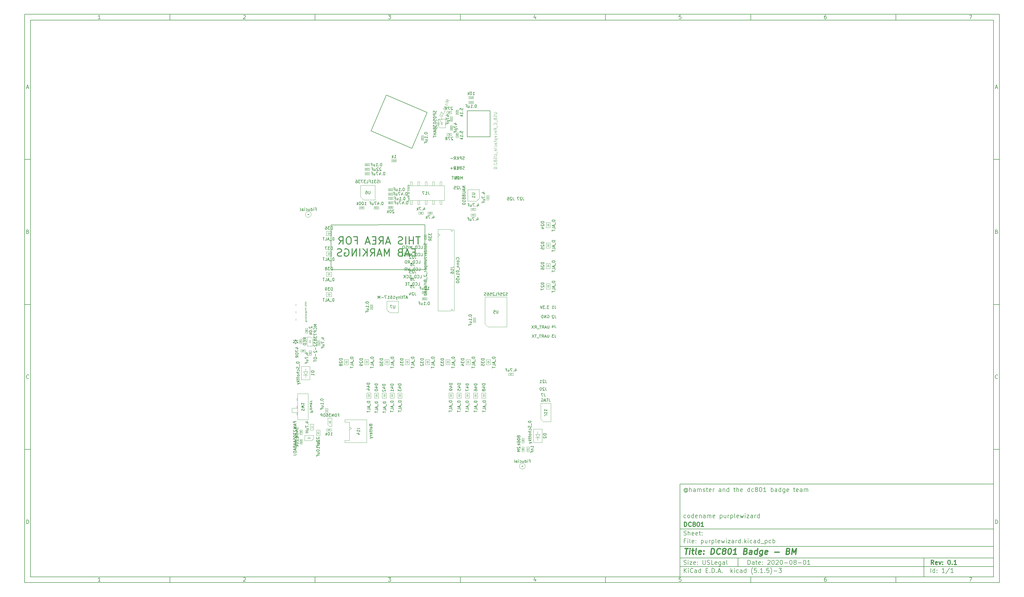
<source format=gbr>
G04 #@! TF.GenerationSoftware,KiCad,Pcbnew,(5.1.5)-3*
G04 #@! TF.CreationDate,2021-01-11T00:29:40-07:00*
G04 #@! TF.ProjectId,purplewizard,70757270-6c65-4776-997a-6172642e6b69,0.1*
G04 #@! TF.SameCoordinates,PX613b810PYa454c00*
G04 #@! TF.FileFunction,Other,Fab,Bot*
%FSLAX46Y46*%
G04 Gerber Fmt 4.6, Leading zero omitted, Abs format (unit mm)*
G04 Created by KiCad (PCBNEW (5.1.5)-3) date 2021-01-11 00:29:40*
%MOMM*%
%LPD*%
G04 APERTURE LIST*
%ADD10C,0.100000*%
%ADD11C,0.150000*%
%ADD12C,0.300000*%
%ADD13C,0.400000*%
%ADD14C,0.304800*%
%ADD15C,0.127000*%
%ADD16C,0.120000*%
%ADD17C,0.015000*%
%ADD18C,0.060000*%
%ADD19C,0.040000*%
%ADD20C,0.075000*%
%ADD21C,0.080000*%
G04 APERTURE END LIST*
D10*
D11*
X133644400Y413600D02*
X133644400Y-31586400D01*
X241644400Y-31586400D01*
X241644400Y413600D01*
X133644400Y413600D01*
D10*
D11*
X-91955600Y162313600D02*
X-91955600Y-33586400D01*
X243644400Y-33586400D01*
X243644400Y162313600D01*
X-91955600Y162313600D01*
D10*
D11*
X-89955600Y160313600D02*
X-89955600Y-31586400D01*
X241644400Y-31586400D01*
X241644400Y160313600D01*
X-89955600Y160313600D01*
D10*
D11*
X-41955600Y160313600D02*
X-41955600Y162313600D01*
D10*
D11*
X8044400Y160313600D02*
X8044400Y162313600D01*
D10*
D11*
X58044400Y160313600D02*
X58044400Y162313600D01*
D10*
D11*
X108044400Y160313600D02*
X108044400Y162313600D01*
D10*
D11*
X158044400Y160313600D02*
X158044400Y162313600D01*
D10*
D11*
X208044400Y160313600D02*
X208044400Y162313600D01*
D10*
D11*
X-65890124Y160725505D02*
X-66632981Y160725505D01*
X-66261553Y160725505D02*
X-66261553Y162025505D01*
X-66385362Y161839791D01*
X-66509172Y161715981D01*
X-66632981Y161654077D01*
D10*
D11*
X-16632981Y161901696D02*
X-16571077Y161963600D01*
X-16447267Y162025505D01*
X-16137743Y162025505D01*
X-16013934Y161963600D01*
X-15952029Y161901696D01*
X-15890124Y161777886D01*
X-15890124Y161654077D01*
X-15952029Y161468362D01*
X-16694886Y160725505D01*
X-15890124Y160725505D01*
D10*
D11*
X33305114Y162025505D02*
X34109876Y162025505D01*
X33676542Y161530267D01*
X33862257Y161530267D01*
X33986066Y161468362D01*
X34047971Y161406458D01*
X34109876Y161282648D01*
X34109876Y160973124D01*
X34047971Y160849315D01*
X33986066Y160787410D01*
X33862257Y160725505D01*
X33490828Y160725505D01*
X33367019Y160787410D01*
X33305114Y160849315D01*
D10*
D11*
X83986066Y161592172D02*
X83986066Y160725505D01*
X83676542Y162087410D02*
X83367019Y161158839D01*
X84171780Y161158839D01*
D10*
D11*
X134047971Y162025505D02*
X133428923Y162025505D01*
X133367019Y161406458D01*
X133428923Y161468362D01*
X133552733Y161530267D01*
X133862257Y161530267D01*
X133986066Y161468362D01*
X134047971Y161406458D01*
X134109876Y161282648D01*
X134109876Y160973124D01*
X134047971Y160849315D01*
X133986066Y160787410D01*
X133862257Y160725505D01*
X133552733Y160725505D01*
X133428923Y160787410D01*
X133367019Y160849315D01*
D10*
D11*
X183986066Y162025505D02*
X183738447Y162025505D01*
X183614638Y161963600D01*
X183552733Y161901696D01*
X183428923Y161715981D01*
X183367019Y161468362D01*
X183367019Y160973124D01*
X183428923Y160849315D01*
X183490828Y160787410D01*
X183614638Y160725505D01*
X183862257Y160725505D01*
X183986066Y160787410D01*
X184047971Y160849315D01*
X184109876Y160973124D01*
X184109876Y161282648D01*
X184047971Y161406458D01*
X183986066Y161468362D01*
X183862257Y161530267D01*
X183614638Y161530267D01*
X183490828Y161468362D01*
X183428923Y161406458D01*
X183367019Y161282648D01*
D10*
D11*
X233305114Y162025505D02*
X234171780Y162025505D01*
X233614638Y160725505D01*
D10*
D11*
X-41955600Y-31586400D02*
X-41955600Y-33586400D01*
D10*
D11*
X8044400Y-31586400D02*
X8044400Y-33586400D01*
D10*
D11*
X58044400Y-31586400D02*
X58044400Y-33586400D01*
D10*
D11*
X108044400Y-31586400D02*
X108044400Y-33586400D01*
D10*
D11*
X158044400Y-31586400D02*
X158044400Y-33586400D01*
D10*
D11*
X208044400Y-31586400D02*
X208044400Y-33586400D01*
D10*
D11*
X-65890124Y-33174495D02*
X-66632981Y-33174495D01*
X-66261553Y-33174495D02*
X-66261553Y-31874495D01*
X-66385362Y-32060209D01*
X-66509172Y-32184019D01*
X-66632981Y-32245923D01*
D10*
D11*
X-16632981Y-31998304D02*
X-16571077Y-31936400D01*
X-16447267Y-31874495D01*
X-16137743Y-31874495D01*
X-16013934Y-31936400D01*
X-15952029Y-31998304D01*
X-15890124Y-32122114D01*
X-15890124Y-32245923D01*
X-15952029Y-32431638D01*
X-16694886Y-33174495D01*
X-15890124Y-33174495D01*
D10*
D11*
X33305114Y-31874495D02*
X34109876Y-31874495D01*
X33676542Y-32369733D01*
X33862257Y-32369733D01*
X33986066Y-32431638D01*
X34047971Y-32493542D01*
X34109876Y-32617352D01*
X34109876Y-32926876D01*
X34047971Y-33050685D01*
X33986066Y-33112590D01*
X33862257Y-33174495D01*
X33490828Y-33174495D01*
X33367019Y-33112590D01*
X33305114Y-33050685D01*
D10*
D11*
X83986066Y-32307828D02*
X83986066Y-33174495D01*
X83676542Y-31812590D02*
X83367019Y-32741161D01*
X84171780Y-32741161D01*
D10*
D11*
X134047971Y-31874495D02*
X133428923Y-31874495D01*
X133367019Y-32493542D01*
X133428923Y-32431638D01*
X133552733Y-32369733D01*
X133862257Y-32369733D01*
X133986066Y-32431638D01*
X134047971Y-32493542D01*
X134109876Y-32617352D01*
X134109876Y-32926876D01*
X134047971Y-33050685D01*
X133986066Y-33112590D01*
X133862257Y-33174495D01*
X133552733Y-33174495D01*
X133428923Y-33112590D01*
X133367019Y-33050685D01*
D10*
D11*
X183986066Y-31874495D02*
X183738447Y-31874495D01*
X183614638Y-31936400D01*
X183552733Y-31998304D01*
X183428923Y-32184019D01*
X183367019Y-32431638D01*
X183367019Y-32926876D01*
X183428923Y-33050685D01*
X183490828Y-33112590D01*
X183614638Y-33174495D01*
X183862257Y-33174495D01*
X183986066Y-33112590D01*
X184047971Y-33050685D01*
X184109876Y-32926876D01*
X184109876Y-32617352D01*
X184047971Y-32493542D01*
X183986066Y-32431638D01*
X183862257Y-32369733D01*
X183614638Y-32369733D01*
X183490828Y-32431638D01*
X183428923Y-32493542D01*
X183367019Y-32617352D01*
D10*
D11*
X233305114Y-31874495D02*
X234171780Y-31874495D01*
X233614638Y-33174495D01*
D10*
D11*
X-91955600Y112313600D02*
X-89955600Y112313600D01*
D10*
D11*
X-91955600Y62313600D02*
X-89955600Y62313600D01*
D10*
D11*
X-91955600Y12313600D02*
X-89955600Y12313600D01*
D10*
D11*
X-91265124Y137096934D02*
X-90646077Y137096934D01*
X-91388934Y136725505D02*
X-90955600Y138025505D01*
X-90522267Y136725505D01*
D10*
D11*
X-90862743Y87406458D02*
X-90677029Y87344553D01*
X-90615124Y87282648D01*
X-90553220Y87158839D01*
X-90553220Y86973124D01*
X-90615124Y86849315D01*
X-90677029Y86787410D01*
X-90800839Y86725505D01*
X-91296077Y86725505D01*
X-91296077Y88025505D01*
X-90862743Y88025505D01*
X-90738934Y87963600D01*
X-90677029Y87901696D01*
X-90615124Y87777886D01*
X-90615124Y87654077D01*
X-90677029Y87530267D01*
X-90738934Y87468362D01*
X-90862743Y87406458D01*
X-91296077Y87406458D01*
D10*
D11*
X-90553220Y36849315D02*
X-90615124Y36787410D01*
X-90800839Y36725505D01*
X-90924648Y36725505D01*
X-91110362Y36787410D01*
X-91234172Y36911220D01*
X-91296077Y37035029D01*
X-91357981Y37282648D01*
X-91357981Y37468362D01*
X-91296077Y37715981D01*
X-91234172Y37839791D01*
X-91110362Y37963600D01*
X-90924648Y38025505D01*
X-90800839Y38025505D01*
X-90615124Y37963600D01*
X-90553220Y37901696D01*
D10*
D11*
X-91296077Y-13274495D02*
X-91296077Y-11974495D01*
X-90986553Y-11974495D01*
X-90800839Y-12036400D01*
X-90677029Y-12160209D01*
X-90615124Y-12284019D01*
X-90553220Y-12531638D01*
X-90553220Y-12717352D01*
X-90615124Y-12964971D01*
X-90677029Y-13088780D01*
X-90800839Y-13212590D01*
X-90986553Y-13274495D01*
X-91296077Y-13274495D01*
D10*
D11*
X243644400Y112313600D02*
X241644400Y112313600D01*
D10*
D11*
X243644400Y62313600D02*
X241644400Y62313600D01*
D10*
D11*
X243644400Y12313600D02*
X241644400Y12313600D01*
D10*
D11*
X242334876Y137096934D02*
X242953923Y137096934D01*
X242211066Y136725505D02*
X242644400Y138025505D01*
X243077733Y136725505D01*
D10*
D11*
X242737257Y87406458D02*
X242922971Y87344553D01*
X242984876Y87282648D01*
X243046780Y87158839D01*
X243046780Y86973124D01*
X242984876Y86849315D01*
X242922971Y86787410D01*
X242799161Y86725505D01*
X242303923Y86725505D01*
X242303923Y88025505D01*
X242737257Y88025505D01*
X242861066Y87963600D01*
X242922971Y87901696D01*
X242984876Y87777886D01*
X242984876Y87654077D01*
X242922971Y87530267D01*
X242861066Y87468362D01*
X242737257Y87406458D01*
X242303923Y87406458D01*
D10*
D11*
X243046780Y36849315D02*
X242984876Y36787410D01*
X242799161Y36725505D01*
X242675352Y36725505D01*
X242489638Y36787410D01*
X242365828Y36911220D01*
X242303923Y37035029D01*
X242242019Y37282648D01*
X242242019Y37468362D01*
X242303923Y37715981D01*
X242365828Y37839791D01*
X242489638Y37963600D01*
X242675352Y38025505D01*
X242799161Y38025505D01*
X242984876Y37963600D01*
X243046780Y37901696D01*
D10*
D11*
X242303923Y-13274495D02*
X242303923Y-11974495D01*
X242613447Y-11974495D01*
X242799161Y-12036400D01*
X242922971Y-12160209D01*
X242984876Y-12284019D01*
X243046780Y-12531638D01*
X243046780Y-12717352D01*
X242984876Y-12964971D01*
X242922971Y-13088780D01*
X242799161Y-13212590D01*
X242613447Y-13274495D01*
X242303923Y-13274495D01*
D10*
D11*
X157076542Y-27364971D02*
X157076542Y-25864971D01*
X157433685Y-25864971D01*
X157647971Y-25936400D01*
X157790828Y-26079257D01*
X157862257Y-26222114D01*
X157933685Y-26507828D01*
X157933685Y-26722114D01*
X157862257Y-27007828D01*
X157790828Y-27150685D01*
X157647971Y-27293542D01*
X157433685Y-27364971D01*
X157076542Y-27364971D01*
X159219400Y-27364971D02*
X159219400Y-26579257D01*
X159147971Y-26436400D01*
X159005114Y-26364971D01*
X158719400Y-26364971D01*
X158576542Y-26436400D01*
X159219400Y-27293542D02*
X159076542Y-27364971D01*
X158719400Y-27364971D01*
X158576542Y-27293542D01*
X158505114Y-27150685D01*
X158505114Y-27007828D01*
X158576542Y-26864971D01*
X158719400Y-26793542D01*
X159076542Y-26793542D01*
X159219400Y-26722114D01*
X159719400Y-26364971D02*
X160290828Y-26364971D01*
X159933685Y-25864971D02*
X159933685Y-27150685D01*
X160005114Y-27293542D01*
X160147971Y-27364971D01*
X160290828Y-27364971D01*
X161362257Y-27293542D02*
X161219400Y-27364971D01*
X160933685Y-27364971D01*
X160790828Y-27293542D01*
X160719400Y-27150685D01*
X160719400Y-26579257D01*
X160790828Y-26436400D01*
X160933685Y-26364971D01*
X161219400Y-26364971D01*
X161362257Y-26436400D01*
X161433685Y-26579257D01*
X161433685Y-26722114D01*
X160719400Y-26864971D01*
X162076542Y-27222114D02*
X162147971Y-27293542D01*
X162076542Y-27364971D01*
X162005114Y-27293542D01*
X162076542Y-27222114D01*
X162076542Y-27364971D01*
X162076542Y-26436400D02*
X162147971Y-26507828D01*
X162076542Y-26579257D01*
X162005114Y-26507828D01*
X162076542Y-26436400D01*
X162076542Y-26579257D01*
X163862257Y-26007828D02*
X163933685Y-25936400D01*
X164076542Y-25864971D01*
X164433685Y-25864971D01*
X164576542Y-25936400D01*
X164647971Y-26007828D01*
X164719400Y-26150685D01*
X164719400Y-26293542D01*
X164647971Y-26507828D01*
X163790828Y-27364971D01*
X164719400Y-27364971D01*
X165647971Y-25864971D02*
X165790828Y-25864971D01*
X165933685Y-25936400D01*
X166005114Y-26007828D01*
X166076542Y-26150685D01*
X166147971Y-26436400D01*
X166147971Y-26793542D01*
X166076542Y-27079257D01*
X166005114Y-27222114D01*
X165933685Y-27293542D01*
X165790828Y-27364971D01*
X165647971Y-27364971D01*
X165505114Y-27293542D01*
X165433685Y-27222114D01*
X165362257Y-27079257D01*
X165290828Y-26793542D01*
X165290828Y-26436400D01*
X165362257Y-26150685D01*
X165433685Y-26007828D01*
X165505114Y-25936400D01*
X165647971Y-25864971D01*
X166719400Y-26007828D02*
X166790828Y-25936400D01*
X166933685Y-25864971D01*
X167290828Y-25864971D01*
X167433685Y-25936400D01*
X167505114Y-26007828D01*
X167576542Y-26150685D01*
X167576542Y-26293542D01*
X167505114Y-26507828D01*
X166647971Y-27364971D01*
X167576542Y-27364971D01*
X168505114Y-25864971D02*
X168647971Y-25864971D01*
X168790828Y-25936400D01*
X168862257Y-26007828D01*
X168933685Y-26150685D01*
X169005114Y-26436400D01*
X169005114Y-26793542D01*
X168933685Y-27079257D01*
X168862257Y-27222114D01*
X168790828Y-27293542D01*
X168647971Y-27364971D01*
X168505114Y-27364971D01*
X168362257Y-27293542D01*
X168290828Y-27222114D01*
X168219400Y-27079257D01*
X168147971Y-26793542D01*
X168147971Y-26436400D01*
X168219400Y-26150685D01*
X168290828Y-26007828D01*
X168362257Y-25936400D01*
X168505114Y-25864971D01*
X169647971Y-26793542D02*
X170790828Y-26793542D01*
X171790828Y-25864971D02*
X171933685Y-25864971D01*
X172076542Y-25936400D01*
X172147971Y-26007828D01*
X172219400Y-26150685D01*
X172290828Y-26436400D01*
X172290828Y-26793542D01*
X172219400Y-27079257D01*
X172147971Y-27222114D01*
X172076542Y-27293542D01*
X171933685Y-27364971D01*
X171790828Y-27364971D01*
X171647971Y-27293542D01*
X171576542Y-27222114D01*
X171505114Y-27079257D01*
X171433685Y-26793542D01*
X171433685Y-26436400D01*
X171505114Y-26150685D01*
X171576542Y-26007828D01*
X171647971Y-25936400D01*
X171790828Y-25864971D01*
X173147971Y-26507828D02*
X173005114Y-26436400D01*
X172933685Y-26364971D01*
X172862257Y-26222114D01*
X172862257Y-26150685D01*
X172933685Y-26007828D01*
X173005114Y-25936400D01*
X173147971Y-25864971D01*
X173433685Y-25864971D01*
X173576542Y-25936400D01*
X173647971Y-26007828D01*
X173719400Y-26150685D01*
X173719400Y-26222114D01*
X173647971Y-26364971D01*
X173576542Y-26436400D01*
X173433685Y-26507828D01*
X173147971Y-26507828D01*
X173005114Y-26579257D01*
X172933685Y-26650685D01*
X172862257Y-26793542D01*
X172862257Y-27079257D01*
X172933685Y-27222114D01*
X173005114Y-27293542D01*
X173147971Y-27364971D01*
X173433685Y-27364971D01*
X173576542Y-27293542D01*
X173647971Y-27222114D01*
X173719400Y-27079257D01*
X173719400Y-26793542D01*
X173647971Y-26650685D01*
X173576542Y-26579257D01*
X173433685Y-26507828D01*
X174362257Y-26793542D02*
X175505114Y-26793542D01*
X176505114Y-25864971D02*
X176647971Y-25864971D01*
X176790828Y-25936400D01*
X176862257Y-26007828D01*
X176933685Y-26150685D01*
X177005114Y-26436400D01*
X177005114Y-26793542D01*
X176933685Y-27079257D01*
X176862257Y-27222114D01*
X176790828Y-27293542D01*
X176647971Y-27364971D01*
X176505114Y-27364971D01*
X176362257Y-27293542D01*
X176290828Y-27222114D01*
X176219400Y-27079257D01*
X176147971Y-26793542D01*
X176147971Y-26436400D01*
X176219400Y-26150685D01*
X176290828Y-26007828D01*
X176362257Y-25936400D01*
X176505114Y-25864971D01*
X178433685Y-27364971D02*
X177576542Y-27364971D01*
X178005114Y-27364971D02*
X178005114Y-25864971D01*
X177862257Y-26079257D01*
X177719400Y-26222114D01*
X177576542Y-26293542D01*
D10*
D11*
X133644400Y-28086400D02*
X241644400Y-28086400D01*
D10*
D11*
X135076542Y-30164971D02*
X135076542Y-28664971D01*
X135933685Y-30164971D02*
X135290828Y-29307828D01*
X135933685Y-28664971D02*
X135076542Y-29522114D01*
X136576542Y-30164971D02*
X136576542Y-29164971D01*
X136576542Y-28664971D02*
X136505114Y-28736400D01*
X136576542Y-28807828D01*
X136647971Y-28736400D01*
X136576542Y-28664971D01*
X136576542Y-28807828D01*
X138147971Y-30022114D02*
X138076542Y-30093542D01*
X137862257Y-30164971D01*
X137719400Y-30164971D01*
X137505114Y-30093542D01*
X137362257Y-29950685D01*
X137290828Y-29807828D01*
X137219400Y-29522114D01*
X137219400Y-29307828D01*
X137290828Y-29022114D01*
X137362257Y-28879257D01*
X137505114Y-28736400D01*
X137719400Y-28664971D01*
X137862257Y-28664971D01*
X138076542Y-28736400D01*
X138147971Y-28807828D01*
X139433685Y-30164971D02*
X139433685Y-29379257D01*
X139362257Y-29236400D01*
X139219400Y-29164971D01*
X138933685Y-29164971D01*
X138790828Y-29236400D01*
X139433685Y-30093542D02*
X139290828Y-30164971D01*
X138933685Y-30164971D01*
X138790828Y-30093542D01*
X138719400Y-29950685D01*
X138719400Y-29807828D01*
X138790828Y-29664971D01*
X138933685Y-29593542D01*
X139290828Y-29593542D01*
X139433685Y-29522114D01*
X140790828Y-30164971D02*
X140790828Y-28664971D01*
X140790828Y-30093542D02*
X140647971Y-30164971D01*
X140362257Y-30164971D01*
X140219400Y-30093542D01*
X140147971Y-30022114D01*
X140076542Y-29879257D01*
X140076542Y-29450685D01*
X140147971Y-29307828D01*
X140219400Y-29236400D01*
X140362257Y-29164971D01*
X140647971Y-29164971D01*
X140790828Y-29236400D01*
X142647971Y-29379257D02*
X143147971Y-29379257D01*
X143362257Y-30164971D02*
X142647971Y-30164971D01*
X142647971Y-28664971D01*
X143362257Y-28664971D01*
X144005114Y-30022114D02*
X144076542Y-30093542D01*
X144005114Y-30164971D01*
X143933685Y-30093542D01*
X144005114Y-30022114D01*
X144005114Y-30164971D01*
X144719400Y-30164971D02*
X144719400Y-28664971D01*
X145076542Y-28664971D01*
X145290828Y-28736400D01*
X145433685Y-28879257D01*
X145505114Y-29022114D01*
X145576542Y-29307828D01*
X145576542Y-29522114D01*
X145505114Y-29807828D01*
X145433685Y-29950685D01*
X145290828Y-30093542D01*
X145076542Y-30164971D01*
X144719400Y-30164971D01*
X146219400Y-30022114D02*
X146290828Y-30093542D01*
X146219400Y-30164971D01*
X146147971Y-30093542D01*
X146219400Y-30022114D01*
X146219400Y-30164971D01*
X146862257Y-29736400D02*
X147576542Y-29736400D01*
X146719400Y-30164971D02*
X147219400Y-28664971D01*
X147719400Y-30164971D01*
X148219400Y-30022114D02*
X148290828Y-30093542D01*
X148219400Y-30164971D01*
X148147971Y-30093542D01*
X148219400Y-30022114D01*
X148219400Y-30164971D01*
X151219400Y-30164971D02*
X151219400Y-28664971D01*
X151362257Y-29593542D02*
X151790828Y-30164971D01*
X151790828Y-29164971D02*
X151219400Y-29736400D01*
X152433685Y-30164971D02*
X152433685Y-29164971D01*
X152433685Y-28664971D02*
X152362257Y-28736400D01*
X152433685Y-28807828D01*
X152505114Y-28736400D01*
X152433685Y-28664971D01*
X152433685Y-28807828D01*
X153790828Y-30093542D02*
X153647971Y-30164971D01*
X153362257Y-30164971D01*
X153219400Y-30093542D01*
X153147971Y-30022114D01*
X153076542Y-29879257D01*
X153076542Y-29450685D01*
X153147971Y-29307828D01*
X153219400Y-29236400D01*
X153362257Y-29164971D01*
X153647971Y-29164971D01*
X153790828Y-29236400D01*
X155076542Y-30164971D02*
X155076542Y-29379257D01*
X155005114Y-29236400D01*
X154862257Y-29164971D01*
X154576542Y-29164971D01*
X154433685Y-29236400D01*
X155076542Y-30093542D02*
X154933685Y-30164971D01*
X154576542Y-30164971D01*
X154433685Y-30093542D01*
X154362257Y-29950685D01*
X154362257Y-29807828D01*
X154433685Y-29664971D01*
X154576542Y-29593542D01*
X154933685Y-29593542D01*
X155076542Y-29522114D01*
X156433685Y-30164971D02*
X156433685Y-28664971D01*
X156433685Y-30093542D02*
X156290828Y-30164971D01*
X156005114Y-30164971D01*
X155862257Y-30093542D01*
X155790828Y-30022114D01*
X155719400Y-29879257D01*
X155719400Y-29450685D01*
X155790828Y-29307828D01*
X155862257Y-29236400D01*
X156005114Y-29164971D01*
X156290828Y-29164971D01*
X156433685Y-29236400D01*
X158719400Y-30736400D02*
X158647971Y-30664971D01*
X158505114Y-30450685D01*
X158433685Y-30307828D01*
X158362257Y-30093542D01*
X158290828Y-29736400D01*
X158290828Y-29450685D01*
X158362257Y-29093542D01*
X158433685Y-28879257D01*
X158505114Y-28736400D01*
X158647971Y-28522114D01*
X158719400Y-28450685D01*
X160005114Y-28664971D02*
X159290828Y-28664971D01*
X159219400Y-29379257D01*
X159290828Y-29307828D01*
X159433685Y-29236400D01*
X159790828Y-29236400D01*
X159933685Y-29307828D01*
X160005114Y-29379257D01*
X160076542Y-29522114D01*
X160076542Y-29879257D01*
X160005114Y-30022114D01*
X159933685Y-30093542D01*
X159790828Y-30164971D01*
X159433685Y-30164971D01*
X159290828Y-30093542D01*
X159219400Y-30022114D01*
X160719400Y-30022114D02*
X160790828Y-30093542D01*
X160719400Y-30164971D01*
X160647971Y-30093542D01*
X160719400Y-30022114D01*
X160719400Y-30164971D01*
X162219400Y-30164971D02*
X161362257Y-30164971D01*
X161790828Y-30164971D02*
X161790828Y-28664971D01*
X161647971Y-28879257D01*
X161505114Y-29022114D01*
X161362257Y-29093542D01*
X162862257Y-30022114D02*
X162933685Y-30093542D01*
X162862257Y-30164971D01*
X162790828Y-30093542D01*
X162862257Y-30022114D01*
X162862257Y-30164971D01*
X164290828Y-28664971D02*
X163576542Y-28664971D01*
X163505114Y-29379257D01*
X163576542Y-29307828D01*
X163719400Y-29236400D01*
X164076542Y-29236400D01*
X164219400Y-29307828D01*
X164290828Y-29379257D01*
X164362257Y-29522114D01*
X164362257Y-29879257D01*
X164290828Y-30022114D01*
X164219400Y-30093542D01*
X164076542Y-30164971D01*
X163719400Y-30164971D01*
X163576542Y-30093542D01*
X163505114Y-30022114D01*
X164862257Y-30736400D02*
X164933685Y-30664971D01*
X165076542Y-30450685D01*
X165147971Y-30307828D01*
X165219400Y-30093542D01*
X165290828Y-29736400D01*
X165290828Y-29450685D01*
X165219400Y-29093542D01*
X165147971Y-28879257D01*
X165076542Y-28736400D01*
X164933685Y-28522114D01*
X164862257Y-28450685D01*
X166005114Y-29593542D02*
X167147971Y-29593542D01*
X167719400Y-28664971D02*
X168647971Y-28664971D01*
X168147971Y-29236400D01*
X168362257Y-29236400D01*
X168505114Y-29307828D01*
X168576542Y-29379257D01*
X168647971Y-29522114D01*
X168647971Y-29879257D01*
X168576542Y-30022114D01*
X168505114Y-30093542D01*
X168362257Y-30164971D01*
X167933685Y-30164971D01*
X167790828Y-30093542D01*
X167719400Y-30022114D01*
D10*
D11*
X133644400Y-25086400D02*
X241644400Y-25086400D01*
D10*
D12*
X221053685Y-27364971D02*
X220553685Y-26650685D01*
X220196542Y-27364971D02*
X220196542Y-25864971D01*
X220767971Y-25864971D01*
X220910828Y-25936400D01*
X220982257Y-26007828D01*
X221053685Y-26150685D01*
X221053685Y-26364971D01*
X220982257Y-26507828D01*
X220910828Y-26579257D01*
X220767971Y-26650685D01*
X220196542Y-26650685D01*
X222267971Y-27293542D02*
X222125114Y-27364971D01*
X221839400Y-27364971D01*
X221696542Y-27293542D01*
X221625114Y-27150685D01*
X221625114Y-26579257D01*
X221696542Y-26436400D01*
X221839400Y-26364971D01*
X222125114Y-26364971D01*
X222267971Y-26436400D01*
X222339400Y-26579257D01*
X222339400Y-26722114D01*
X221625114Y-26864971D01*
X222839400Y-26364971D02*
X223196542Y-27364971D01*
X223553685Y-26364971D01*
X224125114Y-27222114D02*
X224196542Y-27293542D01*
X224125114Y-27364971D01*
X224053685Y-27293542D01*
X224125114Y-27222114D01*
X224125114Y-27364971D01*
X224125114Y-26436400D02*
X224196542Y-26507828D01*
X224125114Y-26579257D01*
X224053685Y-26507828D01*
X224125114Y-26436400D01*
X224125114Y-26579257D01*
X226267971Y-25864971D02*
X226410828Y-25864971D01*
X226553685Y-25936400D01*
X226625114Y-26007828D01*
X226696542Y-26150685D01*
X226767971Y-26436400D01*
X226767971Y-26793542D01*
X226696542Y-27079257D01*
X226625114Y-27222114D01*
X226553685Y-27293542D01*
X226410828Y-27364971D01*
X226267971Y-27364971D01*
X226125114Y-27293542D01*
X226053685Y-27222114D01*
X225982257Y-27079257D01*
X225910828Y-26793542D01*
X225910828Y-26436400D01*
X225982257Y-26150685D01*
X226053685Y-26007828D01*
X226125114Y-25936400D01*
X226267971Y-25864971D01*
X227410828Y-27222114D02*
X227482257Y-27293542D01*
X227410828Y-27364971D01*
X227339400Y-27293542D01*
X227410828Y-27222114D01*
X227410828Y-27364971D01*
X228910828Y-27364971D02*
X228053685Y-27364971D01*
X228482257Y-27364971D02*
X228482257Y-25864971D01*
X228339400Y-26079257D01*
X228196542Y-26222114D01*
X228053685Y-26293542D01*
D10*
D11*
X135005114Y-27293542D02*
X135219400Y-27364971D01*
X135576542Y-27364971D01*
X135719400Y-27293542D01*
X135790828Y-27222114D01*
X135862257Y-27079257D01*
X135862257Y-26936400D01*
X135790828Y-26793542D01*
X135719400Y-26722114D01*
X135576542Y-26650685D01*
X135290828Y-26579257D01*
X135147971Y-26507828D01*
X135076542Y-26436400D01*
X135005114Y-26293542D01*
X135005114Y-26150685D01*
X135076542Y-26007828D01*
X135147971Y-25936400D01*
X135290828Y-25864971D01*
X135647971Y-25864971D01*
X135862257Y-25936400D01*
X136505114Y-27364971D02*
X136505114Y-26364971D01*
X136505114Y-25864971D02*
X136433685Y-25936400D01*
X136505114Y-26007828D01*
X136576542Y-25936400D01*
X136505114Y-25864971D01*
X136505114Y-26007828D01*
X137076542Y-26364971D02*
X137862257Y-26364971D01*
X137076542Y-27364971D01*
X137862257Y-27364971D01*
X139005114Y-27293542D02*
X138862257Y-27364971D01*
X138576542Y-27364971D01*
X138433685Y-27293542D01*
X138362257Y-27150685D01*
X138362257Y-26579257D01*
X138433685Y-26436400D01*
X138576542Y-26364971D01*
X138862257Y-26364971D01*
X139005114Y-26436400D01*
X139076542Y-26579257D01*
X139076542Y-26722114D01*
X138362257Y-26864971D01*
X139719400Y-27222114D02*
X139790828Y-27293542D01*
X139719400Y-27364971D01*
X139647971Y-27293542D01*
X139719400Y-27222114D01*
X139719400Y-27364971D01*
X139719400Y-26436400D02*
X139790828Y-26507828D01*
X139719400Y-26579257D01*
X139647971Y-26507828D01*
X139719400Y-26436400D01*
X139719400Y-26579257D01*
X141576542Y-25864971D02*
X141576542Y-27079257D01*
X141647971Y-27222114D01*
X141719400Y-27293542D01*
X141862257Y-27364971D01*
X142147971Y-27364971D01*
X142290828Y-27293542D01*
X142362257Y-27222114D01*
X142433685Y-27079257D01*
X142433685Y-25864971D01*
X143076542Y-27293542D02*
X143290828Y-27364971D01*
X143647971Y-27364971D01*
X143790828Y-27293542D01*
X143862257Y-27222114D01*
X143933685Y-27079257D01*
X143933685Y-26936400D01*
X143862257Y-26793542D01*
X143790828Y-26722114D01*
X143647971Y-26650685D01*
X143362257Y-26579257D01*
X143219400Y-26507828D01*
X143147971Y-26436400D01*
X143076542Y-26293542D01*
X143076542Y-26150685D01*
X143147971Y-26007828D01*
X143219400Y-25936400D01*
X143362257Y-25864971D01*
X143719400Y-25864971D01*
X143933685Y-25936400D01*
X145290828Y-27364971D02*
X144576542Y-27364971D01*
X144576542Y-25864971D01*
X146362257Y-27293542D02*
X146219400Y-27364971D01*
X145933685Y-27364971D01*
X145790828Y-27293542D01*
X145719400Y-27150685D01*
X145719400Y-26579257D01*
X145790828Y-26436400D01*
X145933685Y-26364971D01*
X146219400Y-26364971D01*
X146362257Y-26436400D01*
X146433685Y-26579257D01*
X146433685Y-26722114D01*
X145719400Y-26864971D01*
X147719400Y-26364971D02*
X147719400Y-27579257D01*
X147647971Y-27722114D01*
X147576542Y-27793542D01*
X147433685Y-27864971D01*
X147219400Y-27864971D01*
X147076542Y-27793542D01*
X147719400Y-27293542D02*
X147576542Y-27364971D01*
X147290828Y-27364971D01*
X147147971Y-27293542D01*
X147076542Y-27222114D01*
X147005114Y-27079257D01*
X147005114Y-26650685D01*
X147076542Y-26507828D01*
X147147971Y-26436400D01*
X147290828Y-26364971D01*
X147576542Y-26364971D01*
X147719400Y-26436400D01*
X149076542Y-27364971D02*
X149076542Y-26579257D01*
X149005114Y-26436400D01*
X148862257Y-26364971D01*
X148576542Y-26364971D01*
X148433685Y-26436400D01*
X149076542Y-27293542D02*
X148933685Y-27364971D01*
X148576542Y-27364971D01*
X148433685Y-27293542D01*
X148362257Y-27150685D01*
X148362257Y-27007828D01*
X148433685Y-26864971D01*
X148576542Y-26793542D01*
X148933685Y-26793542D01*
X149076542Y-26722114D01*
X150005114Y-27364971D02*
X149862257Y-27293542D01*
X149790828Y-27150685D01*
X149790828Y-25864971D01*
D10*
D11*
X220076542Y-30164971D02*
X220076542Y-28664971D01*
X221433685Y-30164971D02*
X221433685Y-28664971D01*
X221433685Y-30093542D02*
X221290828Y-30164971D01*
X221005114Y-30164971D01*
X220862257Y-30093542D01*
X220790828Y-30022114D01*
X220719400Y-29879257D01*
X220719400Y-29450685D01*
X220790828Y-29307828D01*
X220862257Y-29236400D01*
X221005114Y-29164971D01*
X221290828Y-29164971D01*
X221433685Y-29236400D01*
X222147971Y-30022114D02*
X222219400Y-30093542D01*
X222147971Y-30164971D01*
X222076542Y-30093542D01*
X222147971Y-30022114D01*
X222147971Y-30164971D01*
X222147971Y-29236400D02*
X222219400Y-29307828D01*
X222147971Y-29379257D01*
X222076542Y-29307828D01*
X222147971Y-29236400D01*
X222147971Y-29379257D01*
X224790828Y-30164971D02*
X223933685Y-30164971D01*
X224362257Y-30164971D02*
X224362257Y-28664971D01*
X224219400Y-28879257D01*
X224076542Y-29022114D01*
X223933685Y-29093542D01*
X226505114Y-28593542D02*
X225219400Y-30522114D01*
X227790828Y-30164971D02*
X226933685Y-30164971D01*
X227362257Y-30164971D02*
X227362257Y-28664971D01*
X227219400Y-28879257D01*
X227076542Y-29022114D01*
X226933685Y-29093542D01*
D10*
D11*
X133644400Y-21086400D02*
X241644400Y-21086400D01*
D10*
D13*
X135356780Y-21791161D02*
X136499638Y-21791161D01*
X135678209Y-23791161D02*
X135928209Y-21791161D01*
X136916304Y-23791161D02*
X137082971Y-22457828D01*
X137166304Y-21791161D02*
X137059161Y-21886400D01*
X137142495Y-21981638D01*
X137249638Y-21886400D01*
X137166304Y-21791161D01*
X137142495Y-21981638D01*
X137749638Y-22457828D02*
X138511542Y-22457828D01*
X138118685Y-21791161D02*
X137904400Y-23505447D01*
X137975828Y-23695923D01*
X138154400Y-23791161D01*
X138344876Y-23791161D01*
X139297257Y-23791161D02*
X139118685Y-23695923D01*
X139047257Y-23505447D01*
X139261542Y-21791161D01*
X140832971Y-23695923D02*
X140630590Y-23791161D01*
X140249638Y-23791161D01*
X140071066Y-23695923D01*
X139999638Y-23505447D01*
X140094876Y-22743542D01*
X140213923Y-22553066D01*
X140416304Y-22457828D01*
X140797257Y-22457828D01*
X140975828Y-22553066D01*
X141047257Y-22743542D01*
X141023447Y-22934019D01*
X140047257Y-23124495D01*
X141797257Y-23600685D02*
X141880590Y-23695923D01*
X141773447Y-23791161D01*
X141690114Y-23695923D01*
X141797257Y-23600685D01*
X141773447Y-23791161D01*
X141928209Y-22553066D02*
X142011542Y-22648304D01*
X141904400Y-22743542D01*
X141821066Y-22648304D01*
X141928209Y-22553066D01*
X141904400Y-22743542D01*
X144249638Y-23791161D02*
X144499638Y-21791161D01*
X144975828Y-21791161D01*
X145249638Y-21886400D01*
X145416304Y-22076876D01*
X145487733Y-22267352D01*
X145535352Y-22648304D01*
X145499638Y-22934019D01*
X145356780Y-23314971D01*
X145237733Y-23505447D01*
X145023447Y-23695923D01*
X144725828Y-23791161D01*
X144249638Y-23791161D01*
X147416304Y-23600685D02*
X147309161Y-23695923D01*
X147011542Y-23791161D01*
X146821066Y-23791161D01*
X146547257Y-23695923D01*
X146380590Y-23505447D01*
X146309161Y-23314971D01*
X146261542Y-22934019D01*
X146297257Y-22648304D01*
X146440114Y-22267352D01*
X146559161Y-22076876D01*
X146773447Y-21886400D01*
X147071066Y-21791161D01*
X147261542Y-21791161D01*
X147535352Y-21886400D01*
X147618685Y-21981638D01*
X148678209Y-22648304D02*
X148499638Y-22553066D01*
X148416304Y-22457828D01*
X148344876Y-22267352D01*
X148356780Y-22172114D01*
X148475828Y-21981638D01*
X148582971Y-21886400D01*
X148785352Y-21791161D01*
X149166304Y-21791161D01*
X149344876Y-21886400D01*
X149428209Y-21981638D01*
X149499638Y-22172114D01*
X149487733Y-22267352D01*
X149368685Y-22457828D01*
X149261542Y-22553066D01*
X149059161Y-22648304D01*
X148678209Y-22648304D01*
X148475828Y-22743542D01*
X148368685Y-22838780D01*
X148249638Y-23029257D01*
X148202019Y-23410209D01*
X148273447Y-23600685D01*
X148356780Y-23695923D01*
X148535352Y-23791161D01*
X148916304Y-23791161D01*
X149118685Y-23695923D01*
X149225828Y-23600685D01*
X149344876Y-23410209D01*
X149392495Y-23029257D01*
X149321066Y-22838780D01*
X149237733Y-22743542D01*
X149059161Y-22648304D01*
X150785352Y-21791161D02*
X150975828Y-21791161D01*
X151154400Y-21886400D01*
X151237733Y-21981638D01*
X151309161Y-22172114D01*
X151356780Y-22553066D01*
X151297257Y-23029257D01*
X151154400Y-23410209D01*
X151035352Y-23600685D01*
X150928209Y-23695923D01*
X150725828Y-23791161D01*
X150535352Y-23791161D01*
X150356780Y-23695923D01*
X150273447Y-23600685D01*
X150202019Y-23410209D01*
X150154400Y-23029257D01*
X150213923Y-22553066D01*
X150356780Y-22172114D01*
X150475828Y-21981638D01*
X150582971Y-21886400D01*
X150785352Y-21791161D01*
X153106780Y-23791161D02*
X151963923Y-23791161D01*
X152535352Y-23791161D02*
X152785352Y-21791161D01*
X152559161Y-22076876D01*
X152344876Y-22267352D01*
X152142495Y-22362590D01*
X156285352Y-22743542D02*
X156559161Y-22838780D01*
X156642495Y-22934019D01*
X156713923Y-23124495D01*
X156678209Y-23410209D01*
X156559161Y-23600685D01*
X156452019Y-23695923D01*
X156249638Y-23791161D01*
X155487733Y-23791161D01*
X155737733Y-21791161D01*
X156404400Y-21791161D01*
X156582971Y-21886400D01*
X156666304Y-21981638D01*
X156737733Y-22172114D01*
X156713923Y-22362590D01*
X156594876Y-22553066D01*
X156487733Y-22648304D01*
X156285352Y-22743542D01*
X155618685Y-22743542D01*
X158344876Y-23791161D02*
X158475828Y-22743542D01*
X158404400Y-22553066D01*
X158225828Y-22457828D01*
X157844876Y-22457828D01*
X157642495Y-22553066D01*
X158356780Y-23695923D02*
X158154400Y-23791161D01*
X157678209Y-23791161D01*
X157499638Y-23695923D01*
X157428209Y-23505447D01*
X157452019Y-23314971D01*
X157571066Y-23124495D01*
X157773447Y-23029257D01*
X158249638Y-23029257D01*
X158452019Y-22934019D01*
X160154400Y-23791161D02*
X160404400Y-21791161D01*
X160166304Y-23695923D02*
X159963923Y-23791161D01*
X159582971Y-23791161D01*
X159404400Y-23695923D01*
X159321066Y-23600685D01*
X159249638Y-23410209D01*
X159321066Y-22838780D01*
X159440114Y-22648304D01*
X159547257Y-22553066D01*
X159749638Y-22457828D01*
X160130590Y-22457828D01*
X160309161Y-22553066D01*
X162130590Y-22457828D02*
X161928209Y-24076876D01*
X161809161Y-24267352D01*
X161702019Y-24362590D01*
X161499638Y-24457828D01*
X161213923Y-24457828D01*
X161035352Y-24362590D01*
X161975828Y-23695923D02*
X161773447Y-23791161D01*
X161392495Y-23791161D01*
X161213923Y-23695923D01*
X161130590Y-23600685D01*
X161059161Y-23410209D01*
X161130590Y-22838780D01*
X161249638Y-22648304D01*
X161356780Y-22553066D01*
X161559161Y-22457828D01*
X161940114Y-22457828D01*
X162118685Y-22553066D01*
X163690114Y-23695923D02*
X163487733Y-23791161D01*
X163106780Y-23791161D01*
X162928209Y-23695923D01*
X162856780Y-23505447D01*
X162952019Y-22743542D01*
X163071066Y-22553066D01*
X163273447Y-22457828D01*
X163654400Y-22457828D01*
X163832971Y-22553066D01*
X163904400Y-22743542D01*
X163880590Y-22934019D01*
X162904400Y-23124495D01*
X166249638Y-23029257D02*
X167773447Y-23029257D01*
X170952019Y-22743542D02*
X171225828Y-22838780D01*
X171309161Y-22934019D01*
X171380590Y-23124495D01*
X171344876Y-23410209D01*
X171225828Y-23600685D01*
X171118685Y-23695923D01*
X170916304Y-23791161D01*
X170154400Y-23791161D01*
X170404400Y-21791161D01*
X171071066Y-21791161D01*
X171249638Y-21886400D01*
X171332971Y-21981638D01*
X171404400Y-22172114D01*
X171380590Y-22362590D01*
X171261542Y-22553066D01*
X171154400Y-22648304D01*
X170952019Y-22743542D01*
X170285352Y-22743542D01*
X172154400Y-23791161D02*
X172404400Y-21791161D01*
X172892495Y-23219733D01*
X173737733Y-21791161D01*
X173487733Y-23791161D01*
D10*
D11*
X135576542Y-19179257D02*
X135076542Y-19179257D01*
X135076542Y-19964971D02*
X135076542Y-18464971D01*
X135790828Y-18464971D01*
X136362257Y-19964971D02*
X136362257Y-18964971D01*
X136362257Y-18464971D02*
X136290828Y-18536400D01*
X136362257Y-18607828D01*
X136433685Y-18536400D01*
X136362257Y-18464971D01*
X136362257Y-18607828D01*
X137290828Y-19964971D02*
X137147971Y-19893542D01*
X137076542Y-19750685D01*
X137076542Y-18464971D01*
X138433685Y-19893542D02*
X138290828Y-19964971D01*
X138005114Y-19964971D01*
X137862257Y-19893542D01*
X137790828Y-19750685D01*
X137790828Y-19179257D01*
X137862257Y-19036400D01*
X138005114Y-18964971D01*
X138290828Y-18964971D01*
X138433685Y-19036400D01*
X138505114Y-19179257D01*
X138505114Y-19322114D01*
X137790828Y-19464971D01*
X139147971Y-19822114D02*
X139219400Y-19893542D01*
X139147971Y-19964971D01*
X139076542Y-19893542D01*
X139147971Y-19822114D01*
X139147971Y-19964971D01*
X139147971Y-19036400D02*
X139219400Y-19107828D01*
X139147971Y-19179257D01*
X139076542Y-19107828D01*
X139147971Y-19036400D01*
X139147971Y-19179257D01*
X141005114Y-18964971D02*
X141005114Y-20464971D01*
X141005114Y-19036400D02*
X141147971Y-18964971D01*
X141433685Y-18964971D01*
X141576542Y-19036400D01*
X141647971Y-19107828D01*
X141719400Y-19250685D01*
X141719400Y-19679257D01*
X141647971Y-19822114D01*
X141576542Y-19893542D01*
X141433685Y-19964971D01*
X141147971Y-19964971D01*
X141005114Y-19893542D01*
X143005114Y-18964971D02*
X143005114Y-19964971D01*
X142362257Y-18964971D02*
X142362257Y-19750685D01*
X142433685Y-19893542D01*
X142576542Y-19964971D01*
X142790828Y-19964971D01*
X142933685Y-19893542D01*
X143005114Y-19822114D01*
X143719400Y-19964971D02*
X143719400Y-18964971D01*
X143719400Y-19250685D02*
X143790828Y-19107828D01*
X143862257Y-19036400D01*
X144005114Y-18964971D01*
X144147971Y-18964971D01*
X144647971Y-18964971D02*
X144647971Y-20464971D01*
X144647971Y-19036400D02*
X144790828Y-18964971D01*
X145076542Y-18964971D01*
X145219400Y-19036400D01*
X145290828Y-19107828D01*
X145362257Y-19250685D01*
X145362257Y-19679257D01*
X145290828Y-19822114D01*
X145219400Y-19893542D01*
X145076542Y-19964971D01*
X144790828Y-19964971D01*
X144647971Y-19893542D01*
X146219400Y-19964971D02*
X146076542Y-19893542D01*
X146005114Y-19750685D01*
X146005114Y-18464971D01*
X147362257Y-19893542D02*
X147219400Y-19964971D01*
X146933685Y-19964971D01*
X146790828Y-19893542D01*
X146719400Y-19750685D01*
X146719400Y-19179257D01*
X146790828Y-19036400D01*
X146933685Y-18964971D01*
X147219400Y-18964971D01*
X147362257Y-19036400D01*
X147433685Y-19179257D01*
X147433685Y-19322114D01*
X146719400Y-19464971D01*
X147933685Y-18964971D02*
X148219400Y-19964971D01*
X148505114Y-19250685D01*
X148790828Y-19964971D01*
X149076542Y-18964971D01*
X149647971Y-19964971D02*
X149647971Y-18964971D01*
X149647971Y-18464971D02*
X149576542Y-18536400D01*
X149647971Y-18607828D01*
X149719400Y-18536400D01*
X149647971Y-18464971D01*
X149647971Y-18607828D01*
X150219400Y-18964971D02*
X151005114Y-18964971D01*
X150219400Y-19964971D01*
X151005114Y-19964971D01*
X152219400Y-19964971D02*
X152219400Y-19179257D01*
X152147971Y-19036400D01*
X152005114Y-18964971D01*
X151719400Y-18964971D01*
X151576542Y-19036400D01*
X152219400Y-19893542D02*
X152076542Y-19964971D01*
X151719400Y-19964971D01*
X151576542Y-19893542D01*
X151505114Y-19750685D01*
X151505114Y-19607828D01*
X151576542Y-19464971D01*
X151719400Y-19393542D01*
X152076542Y-19393542D01*
X152219400Y-19322114D01*
X152933685Y-19964971D02*
X152933685Y-18964971D01*
X152933685Y-19250685D02*
X153005114Y-19107828D01*
X153076542Y-19036400D01*
X153219400Y-18964971D01*
X153362257Y-18964971D01*
X154505114Y-19964971D02*
X154505114Y-18464971D01*
X154505114Y-19893542D02*
X154362257Y-19964971D01*
X154076542Y-19964971D01*
X153933685Y-19893542D01*
X153862257Y-19822114D01*
X153790828Y-19679257D01*
X153790828Y-19250685D01*
X153862257Y-19107828D01*
X153933685Y-19036400D01*
X154076542Y-18964971D01*
X154362257Y-18964971D01*
X154505114Y-19036400D01*
X155219400Y-19822114D02*
X155290828Y-19893542D01*
X155219400Y-19964971D01*
X155147971Y-19893542D01*
X155219400Y-19822114D01*
X155219400Y-19964971D01*
X155933685Y-19964971D02*
X155933685Y-18464971D01*
X156076542Y-19393542D02*
X156505114Y-19964971D01*
X156505114Y-18964971D02*
X155933685Y-19536400D01*
X157147971Y-19964971D02*
X157147971Y-18964971D01*
X157147971Y-18464971D02*
X157076542Y-18536400D01*
X157147971Y-18607828D01*
X157219400Y-18536400D01*
X157147971Y-18464971D01*
X157147971Y-18607828D01*
X158505114Y-19893542D02*
X158362257Y-19964971D01*
X158076542Y-19964971D01*
X157933685Y-19893542D01*
X157862257Y-19822114D01*
X157790828Y-19679257D01*
X157790828Y-19250685D01*
X157862257Y-19107828D01*
X157933685Y-19036400D01*
X158076542Y-18964971D01*
X158362257Y-18964971D01*
X158505114Y-19036400D01*
X159790828Y-19964971D02*
X159790828Y-19179257D01*
X159719400Y-19036400D01*
X159576542Y-18964971D01*
X159290828Y-18964971D01*
X159147971Y-19036400D01*
X159790828Y-19893542D02*
X159647971Y-19964971D01*
X159290828Y-19964971D01*
X159147971Y-19893542D01*
X159076542Y-19750685D01*
X159076542Y-19607828D01*
X159147971Y-19464971D01*
X159290828Y-19393542D01*
X159647971Y-19393542D01*
X159790828Y-19322114D01*
X161147971Y-19964971D02*
X161147971Y-18464971D01*
X161147971Y-19893542D02*
X161005114Y-19964971D01*
X160719400Y-19964971D01*
X160576542Y-19893542D01*
X160505114Y-19822114D01*
X160433685Y-19679257D01*
X160433685Y-19250685D01*
X160505114Y-19107828D01*
X160576542Y-19036400D01*
X160719400Y-18964971D01*
X161005114Y-18964971D01*
X161147971Y-19036400D01*
X161505114Y-20107828D02*
X162647971Y-20107828D01*
X163005114Y-18964971D02*
X163005114Y-20464971D01*
X163005114Y-19036400D02*
X163147971Y-18964971D01*
X163433685Y-18964971D01*
X163576542Y-19036400D01*
X163647971Y-19107828D01*
X163719400Y-19250685D01*
X163719400Y-19679257D01*
X163647971Y-19822114D01*
X163576542Y-19893542D01*
X163433685Y-19964971D01*
X163147971Y-19964971D01*
X163005114Y-19893542D01*
X165005114Y-19893542D02*
X164862257Y-19964971D01*
X164576542Y-19964971D01*
X164433685Y-19893542D01*
X164362257Y-19822114D01*
X164290828Y-19679257D01*
X164290828Y-19250685D01*
X164362257Y-19107828D01*
X164433685Y-19036400D01*
X164576542Y-18964971D01*
X164862257Y-18964971D01*
X165005114Y-19036400D01*
X165647971Y-19964971D02*
X165647971Y-18464971D01*
X165647971Y-19036400D02*
X165790828Y-18964971D01*
X166076542Y-18964971D01*
X166219400Y-19036400D01*
X166290828Y-19107828D01*
X166362257Y-19250685D01*
X166362257Y-19679257D01*
X166290828Y-19822114D01*
X166219400Y-19893542D01*
X166076542Y-19964971D01*
X165790828Y-19964971D01*
X165647971Y-19893542D01*
D10*
D11*
X133644400Y-15086400D02*
X241644400Y-15086400D01*
D10*
D11*
X135005114Y-17193542D02*
X135219400Y-17264971D01*
X135576542Y-17264971D01*
X135719400Y-17193542D01*
X135790828Y-17122114D01*
X135862257Y-16979257D01*
X135862257Y-16836400D01*
X135790828Y-16693542D01*
X135719400Y-16622114D01*
X135576542Y-16550685D01*
X135290828Y-16479257D01*
X135147971Y-16407828D01*
X135076542Y-16336400D01*
X135005114Y-16193542D01*
X135005114Y-16050685D01*
X135076542Y-15907828D01*
X135147971Y-15836400D01*
X135290828Y-15764971D01*
X135647971Y-15764971D01*
X135862257Y-15836400D01*
X136505114Y-17264971D02*
X136505114Y-15764971D01*
X137147971Y-17264971D02*
X137147971Y-16479257D01*
X137076542Y-16336400D01*
X136933685Y-16264971D01*
X136719400Y-16264971D01*
X136576542Y-16336400D01*
X136505114Y-16407828D01*
X138433685Y-17193542D02*
X138290828Y-17264971D01*
X138005114Y-17264971D01*
X137862257Y-17193542D01*
X137790828Y-17050685D01*
X137790828Y-16479257D01*
X137862257Y-16336400D01*
X138005114Y-16264971D01*
X138290828Y-16264971D01*
X138433685Y-16336400D01*
X138505114Y-16479257D01*
X138505114Y-16622114D01*
X137790828Y-16764971D01*
X139719400Y-17193542D02*
X139576542Y-17264971D01*
X139290828Y-17264971D01*
X139147971Y-17193542D01*
X139076542Y-17050685D01*
X139076542Y-16479257D01*
X139147971Y-16336400D01*
X139290828Y-16264971D01*
X139576542Y-16264971D01*
X139719400Y-16336400D01*
X139790828Y-16479257D01*
X139790828Y-16622114D01*
X139076542Y-16764971D01*
X140219400Y-16264971D02*
X140790828Y-16264971D01*
X140433685Y-15764971D02*
X140433685Y-17050685D01*
X140505114Y-17193542D01*
X140647971Y-17264971D01*
X140790828Y-17264971D01*
X141290828Y-17122114D02*
X141362257Y-17193542D01*
X141290828Y-17264971D01*
X141219400Y-17193542D01*
X141290828Y-17122114D01*
X141290828Y-17264971D01*
X141290828Y-16336400D02*
X141362257Y-16407828D01*
X141290828Y-16479257D01*
X141219400Y-16407828D01*
X141290828Y-16336400D01*
X141290828Y-16479257D01*
D10*
D12*
X135196542Y-14264971D02*
X135196542Y-12764971D01*
X135553685Y-12764971D01*
X135767971Y-12836400D01*
X135910828Y-12979257D01*
X135982257Y-13122114D01*
X136053685Y-13407828D01*
X136053685Y-13622114D01*
X135982257Y-13907828D01*
X135910828Y-14050685D01*
X135767971Y-14193542D01*
X135553685Y-14264971D01*
X135196542Y-14264971D01*
X137553685Y-14122114D02*
X137482257Y-14193542D01*
X137267971Y-14264971D01*
X137125114Y-14264971D01*
X136910828Y-14193542D01*
X136767971Y-14050685D01*
X136696542Y-13907828D01*
X136625114Y-13622114D01*
X136625114Y-13407828D01*
X136696542Y-13122114D01*
X136767971Y-12979257D01*
X136910828Y-12836400D01*
X137125114Y-12764971D01*
X137267971Y-12764971D01*
X137482257Y-12836400D01*
X137553685Y-12907828D01*
X138410828Y-13407828D02*
X138267971Y-13336400D01*
X138196542Y-13264971D01*
X138125114Y-13122114D01*
X138125114Y-13050685D01*
X138196542Y-12907828D01*
X138267971Y-12836400D01*
X138410828Y-12764971D01*
X138696542Y-12764971D01*
X138839400Y-12836400D01*
X138910828Y-12907828D01*
X138982257Y-13050685D01*
X138982257Y-13122114D01*
X138910828Y-13264971D01*
X138839400Y-13336400D01*
X138696542Y-13407828D01*
X138410828Y-13407828D01*
X138267971Y-13479257D01*
X138196542Y-13550685D01*
X138125114Y-13693542D01*
X138125114Y-13979257D01*
X138196542Y-14122114D01*
X138267971Y-14193542D01*
X138410828Y-14264971D01*
X138696542Y-14264971D01*
X138839400Y-14193542D01*
X138910828Y-14122114D01*
X138982257Y-13979257D01*
X138982257Y-13693542D01*
X138910828Y-13550685D01*
X138839400Y-13479257D01*
X138696542Y-13407828D01*
X139910828Y-12764971D02*
X140053685Y-12764971D01*
X140196542Y-12836400D01*
X140267971Y-12907828D01*
X140339400Y-13050685D01*
X140410828Y-13336400D01*
X140410828Y-13693542D01*
X140339400Y-13979257D01*
X140267971Y-14122114D01*
X140196542Y-14193542D01*
X140053685Y-14264971D01*
X139910828Y-14264971D01*
X139767971Y-14193542D01*
X139696542Y-14122114D01*
X139625114Y-13979257D01*
X139553685Y-13693542D01*
X139553685Y-13336400D01*
X139625114Y-13050685D01*
X139696542Y-12907828D01*
X139767971Y-12836400D01*
X139910828Y-12764971D01*
X141839400Y-14264971D02*
X140982257Y-14264971D01*
X141410828Y-14264971D02*
X141410828Y-12764971D01*
X141267971Y-12979257D01*
X141125114Y-13122114D01*
X140982257Y-13193542D01*
D10*
D11*
X135719400Y-11193542D02*
X135576542Y-11264971D01*
X135290828Y-11264971D01*
X135147971Y-11193542D01*
X135076542Y-11122114D01*
X135005114Y-10979257D01*
X135005114Y-10550685D01*
X135076542Y-10407828D01*
X135147971Y-10336400D01*
X135290828Y-10264971D01*
X135576542Y-10264971D01*
X135719400Y-10336400D01*
X136576542Y-11264971D02*
X136433685Y-11193542D01*
X136362257Y-11122114D01*
X136290828Y-10979257D01*
X136290828Y-10550685D01*
X136362257Y-10407828D01*
X136433685Y-10336400D01*
X136576542Y-10264971D01*
X136790828Y-10264971D01*
X136933685Y-10336400D01*
X137005114Y-10407828D01*
X137076542Y-10550685D01*
X137076542Y-10979257D01*
X137005114Y-11122114D01*
X136933685Y-11193542D01*
X136790828Y-11264971D01*
X136576542Y-11264971D01*
X138362257Y-11264971D02*
X138362257Y-9764971D01*
X138362257Y-11193542D02*
X138219400Y-11264971D01*
X137933685Y-11264971D01*
X137790828Y-11193542D01*
X137719400Y-11122114D01*
X137647971Y-10979257D01*
X137647971Y-10550685D01*
X137719400Y-10407828D01*
X137790828Y-10336400D01*
X137933685Y-10264971D01*
X138219400Y-10264971D01*
X138362257Y-10336400D01*
X139647971Y-11193542D02*
X139505114Y-11264971D01*
X139219400Y-11264971D01*
X139076542Y-11193542D01*
X139005114Y-11050685D01*
X139005114Y-10479257D01*
X139076542Y-10336400D01*
X139219400Y-10264971D01*
X139505114Y-10264971D01*
X139647971Y-10336400D01*
X139719400Y-10479257D01*
X139719400Y-10622114D01*
X139005114Y-10764971D01*
X140362257Y-10264971D02*
X140362257Y-11264971D01*
X140362257Y-10407828D02*
X140433685Y-10336400D01*
X140576542Y-10264971D01*
X140790828Y-10264971D01*
X140933685Y-10336400D01*
X141005114Y-10479257D01*
X141005114Y-11264971D01*
X142362257Y-11264971D02*
X142362257Y-10479257D01*
X142290828Y-10336400D01*
X142147971Y-10264971D01*
X141862257Y-10264971D01*
X141719400Y-10336400D01*
X142362257Y-11193542D02*
X142219400Y-11264971D01*
X141862257Y-11264971D01*
X141719400Y-11193542D01*
X141647971Y-11050685D01*
X141647971Y-10907828D01*
X141719400Y-10764971D01*
X141862257Y-10693542D01*
X142219400Y-10693542D01*
X142362257Y-10622114D01*
X143076542Y-11264971D02*
X143076542Y-10264971D01*
X143076542Y-10407828D02*
X143147971Y-10336400D01*
X143290828Y-10264971D01*
X143505114Y-10264971D01*
X143647971Y-10336400D01*
X143719400Y-10479257D01*
X143719400Y-11264971D01*
X143719400Y-10479257D02*
X143790828Y-10336400D01*
X143933685Y-10264971D01*
X144147971Y-10264971D01*
X144290828Y-10336400D01*
X144362257Y-10479257D01*
X144362257Y-11264971D01*
X145647971Y-11193542D02*
X145505114Y-11264971D01*
X145219400Y-11264971D01*
X145076542Y-11193542D01*
X145005114Y-11050685D01*
X145005114Y-10479257D01*
X145076542Y-10336400D01*
X145219400Y-10264971D01*
X145505114Y-10264971D01*
X145647971Y-10336400D01*
X145719400Y-10479257D01*
X145719400Y-10622114D01*
X145005114Y-10764971D01*
X147505114Y-10264971D02*
X147505114Y-11764971D01*
X147505114Y-10336400D02*
X147647971Y-10264971D01*
X147933685Y-10264971D01*
X148076542Y-10336400D01*
X148147971Y-10407828D01*
X148219400Y-10550685D01*
X148219400Y-10979257D01*
X148147971Y-11122114D01*
X148076542Y-11193542D01*
X147933685Y-11264971D01*
X147647971Y-11264971D01*
X147505114Y-11193542D01*
X149505114Y-10264971D02*
X149505114Y-11264971D01*
X148862257Y-10264971D02*
X148862257Y-11050685D01*
X148933685Y-11193542D01*
X149076542Y-11264971D01*
X149290828Y-11264971D01*
X149433685Y-11193542D01*
X149505114Y-11122114D01*
X150219400Y-11264971D02*
X150219400Y-10264971D01*
X150219400Y-10550685D02*
X150290828Y-10407828D01*
X150362257Y-10336400D01*
X150505114Y-10264971D01*
X150647971Y-10264971D01*
X151147971Y-10264971D02*
X151147971Y-11764971D01*
X151147971Y-10336400D02*
X151290828Y-10264971D01*
X151576542Y-10264971D01*
X151719400Y-10336400D01*
X151790828Y-10407828D01*
X151862257Y-10550685D01*
X151862257Y-10979257D01*
X151790828Y-11122114D01*
X151719400Y-11193542D01*
X151576542Y-11264971D01*
X151290828Y-11264971D01*
X151147971Y-11193542D01*
X152719400Y-11264971D02*
X152576542Y-11193542D01*
X152505114Y-11050685D01*
X152505114Y-9764971D01*
X153862257Y-11193542D02*
X153719400Y-11264971D01*
X153433685Y-11264971D01*
X153290828Y-11193542D01*
X153219400Y-11050685D01*
X153219400Y-10479257D01*
X153290828Y-10336400D01*
X153433685Y-10264971D01*
X153719400Y-10264971D01*
X153862257Y-10336400D01*
X153933685Y-10479257D01*
X153933685Y-10622114D01*
X153219400Y-10764971D01*
X154433685Y-10264971D02*
X154719400Y-11264971D01*
X155005114Y-10550685D01*
X155290828Y-11264971D01*
X155576542Y-10264971D01*
X156147971Y-11264971D02*
X156147971Y-10264971D01*
X156147971Y-9764971D02*
X156076542Y-9836400D01*
X156147971Y-9907828D01*
X156219400Y-9836400D01*
X156147971Y-9764971D01*
X156147971Y-9907828D01*
X156719400Y-10264971D02*
X157505114Y-10264971D01*
X156719400Y-11264971D01*
X157505114Y-11264971D01*
X158719400Y-11264971D02*
X158719400Y-10479257D01*
X158647971Y-10336400D01*
X158505114Y-10264971D01*
X158219400Y-10264971D01*
X158076542Y-10336400D01*
X158719400Y-11193542D02*
X158576542Y-11264971D01*
X158219400Y-11264971D01*
X158076542Y-11193542D01*
X158005114Y-11050685D01*
X158005114Y-10907828D01*
X158076542Y-10764971D01*
X158219400Y-10693542D01*
X158576542Y-10693542D01*
X158719400Y-10622114D01*
X159433685Y-11264971D02*
X159433685Y-10264971D01*
X159433685Y-10550685D02*
X159505114Y-10407828D01*
X159576542Y-10336400D01*
X159719400Y-10264971D01*
X159862257Y-10264971D01*
X161005114Y-11264971D02*
X161005114Y-9764971D01*
X161005114Y-11193542D02*
X160862257Y-11264971D01*
X160576542Y-11264971D01*
X160433685Y-11193542D01*
X160362257Y-11122114D01*
X160290828Y-10979257D01*
X160290828Y-10550685D01*
X160362257Y-10407828D01*
X160433685Y-10336400D01*
X160576542Y-10264971D01*
X160862257Y-10264971D01*
X161005114Y-10336400D01*
D10*
D11*
X136005114Y-1550685D02*
X135933685Y-1479257D01*
X135790828Y-1407828D01*
X135647971Y-1407828D01*
X135505114Y-1479257D01*
X135433685Y-1550685D01*
X135362257Y-1693542D01*
X135362257Y-1836400D01*
X135433685Y-1979257D01*
X135505114Y-2050685D01*
X135647971Y-2122114D01*
X135790828Y-2122114D01*
X135933685Y-2050685D01*
X136005114Y-1979257D01*
X136005114Y-1407828D02*
X136005114Y-1979257D01*
X136076542Y-2050685D01*
X136147971Y-2050685D01*
X136290828Y-1979257D01*
X136362257Y-1836400D01*
X136362257Y-1479257D01*
X136219400Y-1264971D01*
X136005114Y-1122114D01*
X135719400Y-1050685D01*
X135433685Y-1122114D01*
X135219400Y-1264971D01*
X135076542Y-1479257D01*
X135005114Y-1764971D01*
X135076542Y-2050685D01*
X135219400Y-2264971D01*
X135433685Y-2407828D01*
X135719400Y-2479257D01*
X136005114Y-2407828D01*
X136219400Y-2264971D01*
X137005114Y-2264971D02*
X137005114Y-764971D01*
X137647971Y-2264971D02*
X137647971Y-1479257D01*
X137576542Y-1336400D01*
X137433685Y-1264971D01*
X137219400Y-1264971D01*
X137076542Y-1336400D01*
X137005114Y-1407828D01*
X139005114Y-2264971D02*
X139005114Y-1479257D01*
X138933685Y-1336400D01*
X138790828Y-1264971D01*
X138505114Y-1264971D01*
X138362257Y-1336400D01*
X139005114Y-2193542D02*
X138862257Y-2264971D01*
X138505114Y-2264971D01*
X138362257Y-2193542D01*
X138290828Y-2050685D01*
X138290828Y-1907828D01*
X138362257Y-1764971D01*
X138505114Y-1693542D01*
X138862257Y-1693542D01*
X139005114Y-1622114D01*
X139719400Y-2264971D02*
X139719400Y-1264971D01*
X139719400Y-1407828D02*
X139790828Y-1336400D01*
X139933685Y-1264971D01*
X140147971Y-1264971D01*
X140290828Y-1336400D01*
X140362257Y-1479257D01*
X140362257Y-2264971D01*
X140362257Y-1479257D02*
X140433685Y-1336400D01*
X140576542Y-1264971D01*
X140790828Y-1264971D01*
X140933685Y-1336400D01*
X141005114Y-1479257D01*
X141005114Y-2264971D01*
X141647971Y-2193542D02*
X141790828Y-2264971D01*
X142076542Y-2264971D01*
X142219400Y-2193542D01*
X142290828Y-2050685D01*
X142290828Y-1979257D01*
X142219400Y-1836400D01*
X142076542Y-1764971D01*
X141862257Y-1764971D01*
X141719400Y-1693542D01*
X141647971Y-1550685D01*
X141647971Y-1479257D01*
X141719400Y-1336400D01*
X141862257Y-1264971D01*
X142076542Y-1264971D01*
X142219400Y-1336400D01*
X142719400Y-1264971D02*
X143290828Y-1264971D01*
X142933685Y-764971D02*
X142933685Y-2050685D01*
X143005114Y-2193542D01*
X143147971Y-2264971D01*
X143290828Y-2264971D01*
X144362257Y-2193542D02*
X144219400Y-2264971D01*
X143933685Y-2264971D01*
X143790828Y-2193542D01*
X143719400Y-2050685D01*
X143719400Y-1479257D01*
X143790828Y-1336400D01*
X143933685Y-1264971D01*
X144219400Y-1264971D01*
X144362257Y-1336400D01*
X144433685Y-1479257D01*
X144433685Y-1622114D01*
X143719400Y-1764971D01*
X145076542Y-2264971D02*
X145076542Y-1264971D01*
X145076542Y-1550685D02*
X145147971Y-1407828D01*
X145219400Y-1336400D01*
X145362257Y-1264971D01*
X145505114Y-1264971D01*
X147790828Y-2264971D02*
X147790828Y-1479257D01*
X147719400Y-1336400D01*
X147576542Y-1264971D01*
X147290828Y-1264971D01*
X147147971Y-1336400D01*
X147790828Y-2193542D02*
X147647971Y-2264971D01*
X147290828Y-2264971D01*
X147147971Y-2193542D01*
X147076542Y-2050685D01*
X147076542Y-1907828D01*
X147147971Y-1764971D01*
X147290828Y-1693542D01*
X147647971Y-1693542D01*
X147790828Y-1622114D01*
X148505114Y-1264971D02*
X148505114Y-2264971D01*
X148505114Y-1407828D02*
X148576542Y-1336400D01*
X148719400Y-1264971D01*
X148933685Y-1264971D01*
X149076542Y-1336400D01*
X149147971Y-1479257D01*
X149147971Y-2264971D01*
X150505114Y-2264971D02*
X150505114Y-764971D01*
X150505114Y-2193542D02*
X150362257Y-2264971D01*
X150076542Y-2264971D01*
X149933685Y-2193542D01*
X149862257Y-2122114D01*
X149790828Y-1979257D01*
X149790828Y-1550685D01*
X149862257Y-1407828D01*
X149933685Y-1336400D01*
X150076542Y-1264971D01*
X150362257Y-1264971D01*
X150505114Y-1336400D01*
X152147971Y-1264971D02*
X152719400Y-1264971D01*
X152362257Y-764971D02*
X152362257Y-2050685D01*
X152433685Y-2193542D01*
X152576542Y-2264971D01*
X152719400Y-2264971D01*
X153219400Y-2264971D02*
X153219400Y-764971D01*
X153862257Y-2264971D02*
X153862257Y-1479257D01*
X153790828Y-1336400D01*
X153647971Y-1264971D01*
X153433685Y-1264971D01*
X153290828Y-1336400D01*
X153219400Y-1407828D01*
X155147971Y-2193542D02*
X155005114Y-2264971D01*
X154719400Y-2264971D01*
X154576542Y-2193542D01*
X154505114Y-2050685D01*
X154505114Y-1479257D01*
X154576542Y-1336400D01*
X154719400Y-1264971D01*
X155005114Y-1264971D01*
X155147971Y-1336400D01*
X155219400Y-1479257D01*
X155219400Y-1622114D01*
X154505114Y-1764971D01*
X157647971Y-2264971D02*
X157647971Y-764971D01*
X157647971Y-2193542D02*
X157505114Y-2264971D01*
X157219400Y-2264971D01*
X157076542Y-2193542D01*
X157005114Y-2122114D01*
X156933685Y-1979257D01*
X156933685Y-1550685D01*
X157005114Y-1407828D01*
X157076542Y-1336400D01*
X157219400Y-1264971D01*
X157505114Y-1264971D01*
X157647971Y-1336400D01*
X159005114Y-2193542D02*
X158862257Y-2264971D01*
X158576542Y-2264971D01*
X158433685Y-2193542D01*
X158362257Y-2122114D01*
X158290828Y-1979257D01*
X158290828Y-1550685D01*
X158362257Y-1407828D01*
X158433685Y-1336400D01*
X158576542Y-1264971D01*
X158862257Y-1264971D01*
X159005114Y-1336400D01*
X159862257Y-1407828D02*
X159719400Y-1336400D01*
X159647971Y-1264971D01*
X159576542Y-1122114D01*
X159576542Y-1050685D01*
X159647971Y-907828D01*
X159719400Y-836400D01*
X159862257Y-764971D01*
X160147971Y-764971D01*
X160290828Y-836400D01*
X160362257Y-907828D01*
X160433685Y-1050685D01*
X160433685Y-1122114D01*
X160362257Y-1264971D01*
X160290828Y-1336400D01*
X160147971Y-1407828D01*
X159862257Y-1407828D01*
X159719400Y-1479257D01*
X159647971Y-1550685D01*
X159576542Y-1693542D01*
X159576542Y-1979257D01*
X159647971Y-2122114D01*
X159719400Y-2193542D01*
X159862257Y-2264971D01*
X160147971Y-2264971D01*
X160290828Y-2193542D01*
X160362257Y-2122114D01*
X160433685Y-1979257D01*
X160433685Y-1693542D01*
X160362257Y-1550685D01*
X160290828Y-1479257D01*
X160147971Y-1407828D01*
X161362257Y-764971D02*
X161505114Y-764971D01*
X161647971Y-836400D01*
X161719400Y-907828D01*
X161790828Y-1050685D01*
X161862257Y-1336400D01*
X161862257Y-1693542D01*
X161790828Y-1979257D01*
X161719400Y-2122114D01*
X161647971Y-2193542D01*
X161505114Y-2264971D01*
X161362257Y-2264971D01*
X161219400Y-2193542D01*
X161147971Y-2122114D01*
X161076542Y-1979257D01*
X161005114Y-1693542D01*
X161005114Y-1336400D01*
X161076542Y-1050685D01*
X161147971Y-907828D01*
X161219400Y-836400D01*
X161362257Y-764971D01*
X163290828Y-2264971D02*
X162433685Y-2264971D01*
X162862257Y-2264971D02*
X162862257Y-764971D01*
X162719400Y-979257D01*
X162576542Y-1122114D01*
X162433685Y-1193542D01*
X165076542Y-2264971D02*
X165076542Y-764971D01*
X165076542Y-1336400D02*
X165219400Y-1264971D01*
X165505114Y-1264971D01*
X165647971Y-1336400D01*
X165719400Y-1407828D01*
X165790828Y-1550685D01*
X165790828Y-1979257D01*
X165719400Y-2122114D01*
X165647971Y-2193542D01*
X165505114Y-2264971D01*
X165219400Y-2264971D01*
X165076542Y-2193542D01*
X167076542Y-2264971D02*
X167076542Y-1479257D01*
X167005114Y-1336400D01*
X166862257Y-1264971D01*
X166576542Y-1264971D01*
X166433685Y-1336400D01*
X167076542Y-2193542D02*
X166933685Y-2264971D01*
X166576542Y-2264971D01*
X166433685Y-2193542D01*
X166362257Y-2050685D01*
X166362257Y-1907828D01*
X166433685Y-1764971D01*
X166576542Y-1693542D01*
X166933685Y-1693542D01*
X167076542Y-1622114D01*
X168433685Y-2264971D02*
X168433685Y-764971D01*
X168433685Y-2193542D02*
X168290828Y-2264971D01*
X168005114Y-2264971D01*
X167862257Y-2193542D01*
X167790828Y-2122114D01*
X167719400Y-1979257D01*
X167719400Y-1550685D01*
X167790828Y-1407828D01*
X167862257Y-1336400D01*
X168005114Y-1264971D01*
X168290828Y-1264971D01*
X168433685Y-1336400D01*
X169790828Y-1264971D02*
X169790828Y-2479257D01*
X169719400Y-2622114D01*
X169647971Y-2693542D01*
X169505114Y-2764971D01*
X169290828Y-2764971D01*
X169147971Y-2693542D01*
X169790828Y-2193542D02*
X169647971Y-2264971D01*
X169362257Y-2264971D01*
X169219400Y-2193542D01*
X169147971Y-2122114D01*
X169076542Y-1979257D01*
X169076542Y-1550685D01*
X169147971Y-1407828D01*
X169219400Y-1336400D01*
X169362257Y-1264971D01*
X169647971Y-1264971D01*
X169790828Y-1336400D01*
X171076542Y-2193542D02*
X170933685Y-2264971D01*
X170647971Y-2264971D01*
X170505114Y-2193542D01*
X170433685Y-2050685D01*
X170433685Y-1479257D01*
X170505114Y-1336400D01*
X170647971Y-1264971D01*
X170933685Y-1264971D01*
X171076542Y-1336400D01*
X171147971Y-1479257D01*
X171147971Y-1622114D01*
X170433685Y-1764971D01*
X172719400Y-1264971D02*
X173290828Y-1264971D01*
X172933685Y-764971D02*
X172933685Y-2050685D01*
X173005114Y-2193542D01*
X173147971Y-2264971D01*
X173290828Y-2264971D01*
X174362257Y-2193542D02*
X174219400Y-2264971D01*
X173933685Y-2264971D01*
X173790828Y-2193542D01*
X173719400Y-2050685D01*
X173719400Y-1479257D01*
X173790828Y-1336400D01*
X173933685Y-1264971D01*
X174219400Y-1264971D01*
X174362257Y-1336400D01*
X174433685Y-1479257D01*
X174433685Y-1622114D01*
X173719400Y-1764971D01*
X175719400Y-2264971D02*
X175719400Y-1479257D01*
X175647971Y-1336400D01*
X175505114Y-1264971D01*
X175219400Y-1264971D01*
X175076542Y-1336400D01*
X175719400Y-2193542D02*
X175576542Y-2264971D01*
X175219400Y-2264971D01*
X175076542Y-2193542D01*
X175005114Y-2050685D01*
X175005114Y-1907828D01*
X175076542Y-1764971D01*
X175219400Y-1693542D01*
X175576542Y-1693542D01*
X175719400Y-1622114D01*
X176433685Y-2264971D02*
X176433685Y-1264971D01*
X176433685Y-1407828D02*
X176505114Y-1336400D01*
X176647971Y-1264971D01*
X176862257Y-1264971D01*
X177005114Y-1336400D01*
X177076542Y-1479257D01*
X177076542Y-2264971D01*
X177076542Y-1479257D02*
X177147971Y-1336400D01*
X177290828Y-1264971D01*
X177505114Y-1264971D01*
X177647971Y-1336400D01*
X177719400Y-1479257D01*
X177719400Y-2264971D01*
D10*
D11*
X153644400Y-25086400D02*
X153644400Y-28086400D01*
D10*
D11*
X217644400Y-25086400D02*
X217644400Y-31586400D01*
X45880000Y89780000D02*
X45920000Y74270000D01*
X1370000Y49040000D02*
X1370000Y48680000D01*
X1370000Y49940000D02*
X1370000Y50350000D01*
X510000Y49050000D02*
X1360000Y49950000D01*
X2150000Y49050000D02*
X510000Y49050000D01*
X1370000Y49950000D02*
X2150000Y49050000D01*
X2160000Y49940000D02*
X520000Y49940000D01*
D14*
X44212971Y85601953D02*
X42761542Y85601953D01*
X43487257Y83061953D02*
X43487257Y85601953D01*
X41914876Y83061953D02*
X41914876Y85601953D01*
X41914876Y84392429D02*
X40463447Y84392429D01*
X40463447Y83061953D02*
X40463447Y85601953D01*
X39253923Y83061953D02*
X39253923Y85601953D01*
X38165352Y83182905D02*
X37802495Y83061953D01*
X37197733Y83061953D01*
X36955828Y83182905D01*
X36834876Y83303858D01*
X36713923Y83545762D01*
X36713923Y83787667D01*
X36834876Y84029572D01*
X36955828Y84150524D01*
X37197733Y84271477D01*
X37681542Y84392429D01*
X37923447Y84513381D01*
X38044400Y84634334D01*
X38165352Y84876239D01*
X38165352Y85118143D01*
X38044400Y85360048D01*
X37923447Y85481000D01*
X37681542Y85601953D01*
X37076780Y85601953D01*
X36713923Y85481000D01*
X33811066Y83787667D02*
X32601542Y83787667D01*
X34052971Y83061953D02*
X33206304Y85601953D01*
X32359638Y83061953D01*
X30061542Y83061953D02*
X30908209Y84271477D01*
X31512971Y83061953D02*
X31512971Y85601953D01*
X30545352Y85601953D01*
X30303447Y85481000D01*
X30182495Y85360048D01*
X30061542Y85118143D01*
X30061542Y84755286D01*
X30182495Y84513381D01*
X30303447Y84392429D01*
X30545352Y84271477D01*
X31512971Y84271477D01*
X28972971Y84392429D02*
X28126304Y84392429D01*
X27763447Y83061953D02*
X28972971Y83061953D01*
X28972971Y85601953D01*
X27763447Y85601953D01*
X26795828Y83787667D02*
X25586304Y83787667D01*
X27037733Y83061953D02*
X26191066Y85601953D01*
X25344400Y83061953D01*
X21715828Y84392429D02*
X22562495Y84392429D01*
X22562495Y83061953D02*
X22562495Y85601953D01*
X21352971Y85601953D01*
X19901542Y85601953D02*
X19417733Y85601953D01*
X19175828Y85481000D01*
X18933923Y85239096D01*
X18812971Y84755286D01*
X18812971Y83908620D01*
X18933923Y83424810D01*
X19175828Y83182905D01*
X19417733Y83061953D01*
X19901542Y83061953D01*
X20143447Y83182905D01*
X20385352Y83424810D01*
X20506304Y83908620D01*
X20506304Y84755286D01*
X20385352Y85239096D01*
X20143447Y85481000D01*
X19901542Y85601953D01*
X16272971Y83061953D02*
X17119638Y84271477D01*
X17724400Y83061953D02*
X17724400Y85601953D01*
X16756780Y85601953D01*
X16514876Y85481000D01*
X16393923Y85360048D01*
X16272971Y85118143D01*
X16272971Y84755286D01*
X16393923Y84513381D01*
X16514876Y84392429D01*
X16756780Y84271477D01*
X17724400Y84271477D01*
X41612495Y80277629D02*
X42459161Y80277629D01*
X42459161Y78947153D02*
X42459161Y81487153D01*
X41249638Y81487153D01*
X40402971Y79672867D02*
X39193447Y79672867D01*
X40644876Y78947153D02*
X39798209Y81487153D01*
X38951542Y78947153D01*
X37258209Y80277629D02*
X36895352Y80156677D01*
X36774400Y80035724D01*
X36653447Y79793820D01*
X36653447Y79430962D01*
X36774400Y79189058D01*
X36895352Y79068105D01*
X37137257Y78947153D01*
X38104876Y78947153D01*
X38104876Y81487153D01*
X37258209Y81487153D01*
X37016304Y81366200D01*
X36895352Y81245248D01*
X36774400Y81003343D01*
X36774400Y80761439D01*
X36895352Y80519534D01*
X37016304Y80398581D01*
X37258209Y80277629D01*
X38104876Y80277629D01*
X33629638Y78947153D02*
X33629638Y81487153D01*
X32782971Y79672867D01*
X31936304Y81487153D01*
X31936304Y78947153D01*
X30847733Y79672867D02*
X29638209Y79672867D01*
X31089638Y78947153D02*
X30242971Y81487153D01*
X29396304Y78947153D01*
X27098209Y78947153D02*
X27944876Y80156677D01*
X28549638Y78947153D02*
X28549638Y81487153D01*
X27582019Y81487153D01*
X27340114Y81366200D01*
X27219161Y81245248D01*
X27098209Y81003343D01*
X27098209Y80640486D01*
X27219161Y80398581D01*
X27340114Y80277629D01*
X27582019Y80156677D01*
X28549638Y80156677D01*
X26009638Y78947153D02*
X26009638Y81487153D01*
X24558209Y78947153D02*
X25646780Y80398581D01*
X24558209Y81487153D02*
X26009638Y80035724D01*
X23469638Y78947153D02*
X23469638Y81487153D01*
X22260114Y78947153D02*
X22260114Y81487153D01*
X20808685Y78947153D01*
X20808685Y81487153D01*
X18268685Y81366200D02*
X18510590Y81487153D01*
X18873447Y81487153D01*
X19236304Y81366200D01*
X19478209Y81124296D01*
X19599161Y80882391D01*
X19720114Y80398581D01*
X19720114Y80035724D01*
X19599161Y79551915D01*
X19478209Y79310010D01*
X19236304Y79068105D01*
X18873447Y78947153D01*
X18631542Y78947153D01*
X18268685Y79068105D01*
X18147733Y79189058D01*
X18147733Y80035724D01*
X18631542Y80035724D01*
X17180114Y79068105D02*
X16817257Y78947153D01*
X16212495Y78947153D01*
X15970590Y79068105D01*
X15849638Y79189058D01*
X15728685Y79430962D01*
X15728685Y79672867D01*
X15849638Y79914772D01*
X15970590Y80035724D01*
X16212495Y80156677D01*
X16696304Y80277629D01*
X16938209Y80398581D01*
X17059161Y80519534D01*
X17180114Y80761439D01*
X17180114Y81003343D01*
X17059161Y81245248D01*
X16938209Y81366200D01*
X16696304Y81487153D01*
X16091542Y81487153D01*
X15728685Y81366200D01*
D11*
X13504400Y74273600D02*
X13504400Y89723600D01*
X45934400Y74273600D02*
X13504400Y74273600D01*
X13504400Y89733600D02*
X45894400Y89783600D01*
D15*
X27340239Y122121711D02*
X41423964Y116143524D01*
X32576036Y134456476D02*
X27340239Y122121711D01*
X46659761Y128478289D02*
X32576036Y134456476D01*
X41423964Y116143524D02*
X46659761Y128478289D01*
D10*
X44870000Y66820000D02*
X44870000Y66020000D01*
X44870000Y66020000D02*
X46470000Y66020000D01*
X46470000Y66020000D02*
X46470000Y66820000D01*
X46470000Y66820000D02*
X44870000Y66820000D01*
X80420000Y6530000D02*
G75*
G03X80420000Y6530000I-1000000J0D01*
G01*
X6720000Y93340000D02*
G75*
G03X6720000Y93340000I-1000000J0D01*
G01*
X24730000Y98350000D02*
X28730000Y98350000D01*
X28730000Y98350000D02*
X28730000Y103350000D01*
X28730000Y103350000D02*
X23730000Y103350000D01*
X23730000Y103350000D02*
X23730000Y99350000D01*
X23730000Y99350000D02*
X24730000Y98350000D01*
X51067107Y86350000D02*
X50360000Y85850000D01*
X50360000Y86850000D02*
X51067107Y86350000D01*
X55960000Y60150000D02*
X55960000Y74100000D01*
X55260000Y60150000D02*
X55960000Y60150000D01*
X55260000Y60650000D02*
X55260000Y60150000D01*
X54960000Y60650000D02*
X55260000Y60650000D01*
X54960000Y60050000D02*
X54960000Y60650000D01*
X50360000Y60050000D02*
X54960000Y60050000D01*
X50360000Y74100000D02*
X50360000Y60050000D01*
X55960000Y88050000D02*
X55960000Y74100000D01*
X55260000Y88050000D02*
X55960000Y88050000D01*
X55260000Y87550000D02*
X55260000Y88050000D01*
X54960000Y87550000D02*
X55260000Y87550000D01*
X54960000Y88150000D02*
X54960000Y87550000D01*
X50360000Y88150000D02*
X54960000Y88150000D01*
X50360000Y74100000D02*
X50360000Y88150000D01*
X84687660Y16358400D02*
X85487760Y17509020D01*
X84687660Y16358400D02*
X83938360Y17509020D01*
X83938360Y17509020D02*
X85487760Y17509020D01*
X85487760Y16358400D02*
X83887560Y16358400D01*
X84687660Y17509020D02*
X84687660Y18507240D01*
X84687660Y16358400D02*
X84687660Y15456700D01*
X86188680Y19307840D02*
X86188680Y14707840D01*
X86188680Y19307840D02*
X83188680Y19307840D01*
X83188680Y14707840D02*
X86188680Y14707840D01*
X83188680Y19307840D02*
X83188680Y14707840D01*
X55370000Y122376668D02*
X55370000Y123976668D01*
X54570000Y122376668D02*
X55370000Y122376668D01*
X54570000Y123976668D02*
X54570000Y122376668D01*
X55370000Y123976668D02*
X54570000Y123976668D01*
X9719260Y48249940D02*
X9719260Y49849940D01*
X8919260Y48249940D02*
X9719260Y48249940D01*
X8919260Y49849940D02*
X8919260Y48249940D01*
X9719260Y49849940D02*
X8919260Y49849940D01*
X5995720Y46375220D02*
X5995720Y44775220D01*
X6795720Y46375220D02*
X5995720Y46375220D01*
X6795720Y44775220D02*
X6795720Y46375220D01*
X5995720Y44775220D02*
X6795720Y44775220D01*
X34840000Y102250000D02*
X33240000Y102250000D01*
X34840000Y101450000D02*
X34840000Y102250000D01*
X33240000Y101450000D02*
X34840000Y101450000D01*
X33240000Y102250000D02*
X33240000Y101450000D01*
X81762000Y11552600D02*
X81762000Y13152600D01*
X80962000Y11552600D02*
X81762000Y11552600D01*
X80962000Y13152600D02*
X80962000Y11552600D01*
X81762000Y13152600D02*
X80962000Y13152600D01*
X11626900Y26487020D02*
X11626900Y24887020D01*
X12426900Y26487020D02*
X11626900Y26487020D01*
X12426900Y24887020D02*
X12426900Y26487020D01*
X11626900Y24887020D02*
X12426900Y24887020D01*
X8750000Y15550000D02*
X8750000Y13950000D01*
X9550000Y15550000D02*
X8750000Y15550000D01*
X9550000Y13950000D02*
X9550000Y15550000D01*
X8750000Y13950000D02*
X9550000Y13950000D01*
X63310000Y93550000D02*
X61710000Y93550000D01*
X63310000Y92750000D02*
X63310000Y93550000D01*
X61710000Y92750000D02*
X63310000Y92750000D01*
X61710000Y93550000D02*
X61710000Y92750000D01*
X67090000Y99930000D02*
X67090000Y98330000D01*
X67890000Y99930000D02*
X67090000Y99930000D01*
X67890000Y98330000D02*
X67890000Y99930000D01*
X67090000Y98330000D02*
X67890000Y98330000D01*
X76260000Y38630000D02*
X74660000Y38630000D01*
X76260000Y37830000D02*
X76260000Y38630000D01*
X74660000Y37830000D02*
X76260000Y37830000D01*
X74660000Y38630000D02*
X74660000Y37830000D01*
X63310000Y95500000D02*
X61710000Y95500000D01*
X63310000Y94700000D02*
X63310000Y95500000D01*
X61710000Y94700000D02*
X63310000Y94700000D01*
X61710000Y95500000D02*
X61710000Y94700000D01*
X2050000Y25040000D02*
X2050000Y25040000D01*
X50000Y25040000D02*
X2050000Y25040000D01*
X50000Y26540000D02*
X50000Y25040000D01*
X2050000Y26540000D02*
X50000Y26540000D01*
X2050000Y29840000D02*
X2050000Y29840000D01*
X1750000Y29840000D02*
X2050000Y29840000D01*
X1750000Y29240000D02*
X1750000Y29840000D01*
X2050000Y29240000D02*
X1750000Y29240000D01*
X2050000Y24240000D02*
X2050000Y24240000D01*
X1750000Y24240000D02*
X2050000Y24240000D01*
X1750000Y24840000D02*
X1750000Y24240000D01*
X2050000Y24840000D02*
X1750000Y24840000D01*
X2050000Y26740000D02*
X2050000Y26740000D01*
X1750000Y26740000D02*
X2050000Y26740000D01*
X1750000Y27340000D02*
X1750000Y26740000D01*
X2050000Y27340000D02*
X1750000Y27340000D01*
X2050000Y25540000D02*
X2050000Y25540000D01*
X2050000Y22540000D02*
X2050000Y22540000D01*
X5650000Y22540000D02*
X2050000Y22540000D01*
X2050000Y22540000D02*
X2050000Y22540000D01*
X2050000Y22640000D02*
X2050000Y22540000D01*
X2050000Y31540000D02*
X2050000Y22640000D01*
X5650000Y31540000D02*
X2050000Y31540000D01*
X5650000Y22540000D02*
X5650000Y31540000D01*
X55360000Y125403334D02*
X55360000Y127003334D01*
X54560000Y125403334D02*
X55360000Y125403334D01*
X54560000Y127003334D02*
X54560000Y125403334D01*
X55360000Y127003334D02*
X54560000Y127003334D01*
X62520000Y57710000D02*
X62520000Y56110000D01*
X63320000Y57710000D02*
X62520000Y57710000D01*
X63320000Y56110000D02*
X63320000Y57710000D01*
X62520000Y56110000D02*
X63320000Y56110000D01*
X62580000Y132360000D02*
X60980000Y132360000D01*
X62580000Y131560000D02*
X62580000Y132360000D01*
X60980000Y131560000D02*
X62580000Y131560000D01*
X60980000Y132360000D02*
X60980000Y131560000D01*
X33240000Y99960000D02*
X34840000Y99960000D01*
X33240000Y100760000D02*
X33240000Y99960000D01*
X34840000Y100760000D02*
X33240000Y100760000D01*
X34840000Y99960000D02*
X34840000Y100760000D01*
X33240000Y96980000D02*
X34840000Y96980000D01*
X33240000Y97780000D02*
X33240000Y96980000D01*
X34840000Y97780000D02*
X33240000Y97780000D01*
X34840000Y96980000D02*
X34840000Y97780000D01*
X25190000Y108545000D02*
X26790000Y108545000D01*
X25190000Y109345000D02*
X25190000Y108545000D01*
X26790000Y109345000D02*
X25190000Y109345000D01*
X26790000Y108545000D02*
X26790000Y109345000D01*
X25190000Y110090000D02*
X26790000Y110090000D01*
X25190000Y110890000D02*
X25190000Y110090000D01*
X26790000Y110890000D02*
X25190000Y110890000D01*
X26790000Y110090000D02*
X26790000Y110890000D01*
X34840000Y99270000D02*
X33240000Y99270000D01*
X34840000Y98470000D02*
X34840000Y99270000D01*
X33240000Y98470000D02*
X34840000Y98470000D01*
X33240000Y99270000D02*
X33240000Y98470000D01*
X52880000Y123210000D02*
X52880000Y126210000D01*
X52880000Y126210000D02*
X50480000Y126210000D01*
X50480000Y126210000D02*
X50480000Y123710000D01*
X50980000Y123210000D02*
X52880000Y123210000D01*
X50480000Y123710000D02*
X50980000Y123210000D01*
X3465780Y48788420D02*
X2665780Y48788420D01*
X3465780Y50388420D02*
X3465780Y48788420D01*
X2965780Y50388420D02*
X3465780Y50388420D01*
X2665780Y50088420D02*
X2965780Y50388420D01*
X2665780Y48788420D02*
X2665780Y50088420D01*
X9700000Y17025000D02*
X9700000Y19025000D01*
X8500000Y17025000D02*
X9700000Y17025000D01*
X8500000Y19025000D02*
X8500000Y17025000D01*
X9700000Y19025000D02*
X8500000Y19025000D01*
X27070000Y62210000D02*
X27070000Y60610000D01*
X27870000Y62210000D02*
X27070000Y62210000D01*
X27870000Y60610000D02*
X27870000Y62210000D01*
X27070000Y60610000D02*
X27870000Y60610000D01*
X79209400Y13152600D02*
X79209400Y11552600D01*
X80009400Y13152600D02*
X79209400Y13152600D01*
X80009400Y11552600D02*
X80009400Y13152600D01*
X79209400Y11552600D02*
X80009400Y11552600D01*
X45640000Y86330000D02*
X45640000Y84730000D01*
X46440000Y86330000D02*
X45640000Y86330000D01*
X46440000Y84730000D02*
X46440000Y86330000D01*
X45640000Y84730000D02*
X46440000Y84730000D01*
X53420000Y120500000D02*
X55020000Y120500000D01*
X53420000Y121300000D02*
X53420000Y120500000D01*
X55020000Y121300000D02*
X53420000Y121300000D01*
X55020000Y120500000D02*
X55020000Y121300000D01*
X56570000Y121440000D02*
X56570000Y119840000D01*
X57370000Y121440000D02*
X56570000Y121440000D01*
X57370000Y119840000D02*
X57370000Y121440000D01*
X56570000Y119840000D02*
X57370000Y119840000D01*
X56570000Y129370000D02*
X56570000Y127770000D01*
X57370000Y129370000D02*
X56570000Y129370000D01*
X57370000Y127770000D02*
X57370000Y129370000D01*
X56570000Y127770000D02*
X57370000Y127770000D01*
X5353480Y51090160D02*
X5353480Y47990160D01*
X5353480Y47990160D02*
X7153480Y47990160D01*
X7153480Y50440160D02*
X7153480Y47990160D01*
X5353480Y51090160D02*
X6503480Y51090160D01*
X7153480Y50440160D02*
X6503480Y51090160D01*
X53410000Y128080000D02*
X55010000Y128080000D01*
X53410000Y128880000D02*
X53410000Y128080000D01*
X55010000Y128880000D02*
X53410000Y128880000D01*
X55010000Y128080000D02*
X55010000Y128880000D01*
X20559947Y19605500D02*
X19852840Y19105500D01*
X19852840Y20105500D02*
X20559947Y19605500D01*
X18252840Y14655500D02*
X25852840Y14655500D01*
X18252840Y22555500D02*
X25852840Y22555500D01*
X25852840Y22555500D02*
X25852840Y14655500D01*
X18252840Y15455500D02*
X18252840Y14655500D01*
X19852840Y15455500D02*
X18252840Y15455500D01*
X19852840Y21755500D02*
X19852840Y15455500D01*
X18252840Y21755500D02*
X19852840Y21755500D01*
X18252840Y22555500D02*
X18252840Y21755500D01*
D16*
X12981800Y20239060D02*
X13831800Y20239060D01*
X12431800Y20789060D02*
X12981800Y20239060D01*
X12431800Y23139060D02*
X12431800Y20789060D01*
X13831800Y23139060D02*
X12431800Y23139060D01*
X13831800Y20239060D02*
X13831800Y23139060D01*
D10*
X86635260Y21864320D02*
X89192760Y21864320D01*
X89192760Y21864320D02*
X89192760Y28214320D01*
X89192760Y28214320D02*
X85782760Y28214320D01*
X85782760Y28214320D02*
X85782760Y22716820D01*
X85782760Y22716820D02*
X86635260Y21864320D01*
X44630000Y120540000D02*
X44630000Y118940000D01*
X45430000Y120540000D02*
X44630000Y120540000D01*
X45430000Y118940000D02*
X45430000Y120540000D01*
X44630000Y118940000D02*
X45430000Y118940000D01*
X1412240Y56798980D02*
X1412240Y57434980D01*
X1412240Y59338980D02*
X1412240Y59974980D01*
X1412240Y62514980D02*
X1412240Y61878980D01*
X12025000Y18675000D02*
X13625000Y18675000D01*
X12025000Y19475000D02*
X12025000Y18675000D01*
X13625000Y19475000D02*
X12025000Y19475000D01*
X13625000Y18675000D02*
X13625000Y19475000D01*
X63630000Y97910000D02*
X64630000Y98910000D01*
X60630000Y97910000D02*
X63630000Y97910000D01*
X60630000Y101910000D02*
X60630000Y97910000D01*
X64630000Y101910000D02*
X60630000Y101910000D01*
X64630000Y98910000D02*
X64630000Y101910000D01*
X7550000Y17175000D02*
X4450000Y17175000D01*
X4450000Y17175000D02*
X4450000Y15375000D01*
X6900000Y15375000D02*
X4450000Y15375000D01*
X7550000Y17175000D02*
X7550000Y16025000D01*
X6900000Y15375000D02*
X7550000Y16025000D01*
X5523180Y52486660D02*
X5523180Y54086660D01*
X4723180Y52486660D02*
X5523180Y52486660D01*
X4723180Y54086660D02*
X4723180Y52486660D01*
X5523180Y54086660D02*
X4723180Y54086660D01*
X46860000Y93400000D02*
X48460000Y93400000D01*
X46860000Y94200000D02*
X46860000Y93400000D01*
X48460000Y94200000D02*
X46860000Y94200000D01*
X48460000Y93400000D02*
X48460000Y94200000D01*
X33240000Y95370000D02*
X34840000Y95370000D01*
X33240000Y96170000D02*
X33240000Y95370000D01*
X34840000Y96170000D02*
X33240000Y96170000D01*
X34840000Y95370000D02*
X34840000Y96170000D01*
D15*
X60450000Y129070000D02*
X68350000Y129070000D01*
X60450000Y120130000D02*
X60450000Y129070000D01*
X68350000Y120130000D02*
X60450000Y120130000D01*
X68350000Y129070000D02*
X68350000Y120130000D01*
D10*
X24840000Y96050000D02*
X23240000Y96050000D01*
X24840000Y95250000D02*
X24840000Y96050000D01*
X23240000Y95250000D02*
X24840000Y95250000D01*
X23240000Y96050000D02*
X23240000Y95250000D01*
X79209400Y16226000D02*
X79209400Y14626000D01*
X80009400Y16226000D02*
X79209400Y16226000D01*
X80009400Y14626000D02*
X80009400Y16226000D01*
X79209400Y14626000D02*
X80009400Y14626000D01*
X45300000Y94200000D02*
X43700000Y94200000D01*
X45300000Y93400000D02*
X45300000Y94200000D01*
X43700000Y93400000D02*
X45300000Y93400000D01*
X43700000Y94200000D02*
X43700000Y93400000D01*
X66550000Y55570000D02*
X67550000Y54570000D01*
X66550000Y64870000D02*
X66550000Y55570000D01*
X74050000Y64870000D02*
X66550000Y64870000D01*
X74050000Y54570000D02*
X74050000Y64870000D01*
X67550000Y54570000D02*
X74050000Y54570000D01*
X3098900Y45927060D02*
X4698900Y45927060D01*
X3098900Y46727060D02*
X3098900Y45927060D01*
X4698900Y46727060D02*
X3098900Y46727060D01*
X4698900Y45927060D02*
X4698900Y46727060D01*
X32760000Y60440000D02*
X33760000Y59440000D01*
X32760000Y63440000D02*
X32760000Y60440000D01*
X36760000Y63440000D02*
X32760000Y63440000D01*
X36760000Y59440000D02*
X36760000Y63440000D01*
X33760000Y59440000D02*
X36760000Y59440000D01*
X62580000Y134030000D02*
X60980000Y134030000D01*
X62580000Y133230000D02*
X62580000Y134030000D01*
X60980000Y133230000D02*
X62580000Y133230000D01*
X60980000Y134030000D02*
X60980000Y133230000D01*
X87580000Y83506667D02*
X87580000Y81706667D01*
X87580000Y81706667D02*
X88980000Y81706667D01*
X88980000Y81706667D02*
X88980000Y83506667D01*
X88980000Y83506667D02*
X87580000Y83506667D01*
X87930000Y82906667D02*
X88630000Y82906667D01*
X88280000Y82906667D02*
X88280000Y83106667D01*
X88280000Y82906667D02*
X87930000Y82406667D01*
X87930000Y82406667D02*
X88630000Y82406667D01*
X88630000Y82406667D02*
X88280000Y82906667D01*
X88280000Y82406667D02*
X88280000Y82156667D01*
X25827760Y31786400D02*
X25827760Y29986400D01*
X25827760Y29986400D02*
X27227760Y29986400D01*
X27227760Y29986400D02*
X27227760Y31786400D01*
X27227760Y31786400D02*
X25827760Y31786400D01*
X26177760Y31186400D02*
X26877760Y31186400D01*
X26527760Y31186400D02*
X26527760Y31386400D01*
X26527760Y31186400D02*
X26177760Y30686400D01*
X26177760Y30686400D02*
X26877760Y30686400D01*
X26877760Y30686400D02*
X26527760Y31186400D01*
X26527760Y30686400D02*
X26527760Y30436400D01*
X39079302Y43312920D02*
X39079302Y41512920D01*
X39079302Y41512920D02*
X40479302Y41512920D01*
X40479302Y41512920D02*
X40479302Y43312920D01*
X40479302Y43312920D02*
X39079302Y43312920D01*
X39429302Y42712920D02*
X40129302Y42712920D01*
X39779302Y42712920D02*
X39779302Y42912920D01*
X39779302Y42712920D02*
X39429302Y42212920D01*
X39429302Y42212920D02*
X40129302Y42212920D01*
X40129302Y42212920D02*
X39779302Y42712920D01*
X39779302Y42212920D02*
X39779302Y41962920D01*
X36538940Y31786400D02*
X36538940Y29986400D01*
X36538940Y29986400D02*
X37938940Y29986400D01*
X37938940Y29986400D02*
X37938940Y31786400D01*
X37938940Y31786400D02*
X36538940Y31786400D01*
X36888940Y31186400D02*
X37588940Y31186400D01*
X37238940Y31186400D02*
X37238940Y31386400D01*
X37238940Y31186400D02*
X36888940Y30686400D01*
X36888940Y30686400D02*
X37588940Y30686400D01*
X37588940Y30686400D02*
X37238940Y31186400D01*
X37238940Y30686400D02*
X37238940Y30436400D01*
X62566955Y31786400D02*
X62566955Y29986400D01*
X62566955Y29986400D02*
X63966955Y29986400D01*
X63966955Y29986400D02*
X63966955Y31786400D01*
X63966955Y31786400D02*
X62566955Y31786400D01*
X62916955Y31186400D02*
X63616955Y31186400D01*
X63266955Y31186400D02*
X63266955Y31386400D01*
X63266955Y31186400D02*
X62916955Y30686400D01*
X62916955Y30686400D02*
X63616955Y30686400D01*
X63616955Y30686400D02*
X63266955Y31186400D01*
X63266955Y30686400D02*
X63266955Y30436400D01*
X54095420Y31786400D02*
X54095420Y29986400D01*
X54095420Y29986400D02*
X55495420Y29986400D01*
X55495420Y29986400D02*
X55495420Y31786400D01*
X55495420Y31786400D02*
X54095420Y31786400D01*
X54445420Y31186400D02*
X55145420Y31186400D01*
X54795420Y31186400D02*
X54795420Y31386400D01*
X54795420Y31186400D02*
X54445420Y30686400D01*
X54445420Y30686400D02*
X55145420Y30686400D01*
X55145420Y30686400D02*
X54795420Y31186400D01*
X54795420Y30686400D02*
X54795420Y30436400D01*
X87580000Y90540000D02*
X87580000Y88740000D01*
X87580000Y88740000D02*
X88980000Y88740000D01*
X88980000Y88740000D02*
X88980000Y90540000D01*
X88980000Y90540000D02*
X87580000Y90540000D01*
X87930000Y89940000D02*
X88630000Y89940000D01*
X88280000Y89940000D02*
X88280000Y90140000D01*
X88280000Y89940000D02*
X87930000Y89440000D01*
X87930000Y89440000D02*
X88630000Y89440000D01*
X88630000Y89440000D02*
X88280000Y89940000D01*
X88280000Y89440000D02*
X88280000Y89190000D01*
X13720000Y87470000D02*
X11920000Y87470000D01*
X11920000Y87470000D02*
X11920000Y86070000D01*
X11920000Y86070000D02*
X13720000Y86070000D01*
X13720000Y86070000D02*
X13720000Y87470000D01*
X13120000Y87120000D02*
X13120000Y86420000D01*
X13120000Y86770000D02*
X13320000Y86770000D01*
X13120000Y86770000D02*
X12620000Y87120000D01*
X12620000Y87120000D02*
X12620000Y86420000D01*
X12620000Y86420000D02*
X13120000Y86770000D01*
X12620000Y86770000D02*
X12370000Y86770000D01*
X65390800Y31786400D02*
X65390800Y29986400D01*
X65390800Y29986400D02*
X66790800Y29986400D01*
X66790800Y29986400D02*
X66790800Y31786400D01*
X66790800Y31786400D02*
X65390800Y31786400D01*
X65740800Y31186400D02*
X66440800Y31186400D01*
X66090800Y31186400D02*
X66090800Y31386400D01*
X66090800Y31186400D02*
X65740800Y30686400D01*
X65740800Y30686400D02*
X66440800Y30686400D01*
X66440800Y30686400D02*
X66090800Y31186400D01*
X66090800Y30686400D02*
X66090800Y30436400D01*
X13720000Y66440000D02*
X11920000Y66440000D01*
X11920000Y66440000D02*
X11920000Y65040000D01*
X11920000Y65040000D02*
X13720000Y65040000D01*
X13720000Y65040000D02*
X13720000Y66440000D01*
X13120000Y66090000D02*
X13120000Y65390000D01*
X13120000Y65740000D02*
X13320000Y65740000D01*
X13120000Y65740000D02*
X12620000Y66090000D01*
X12620000Y66090000D02*
X12620000Y65390000D01*
X12620000Y65390000D02*
X13120000Y65740000D01*
X12620000Y65740000D02*
X12370000Y65740000D01*
X87580000Y76473334D02*
X87580000Y74673334D01*
X87580000Y74673334D02*
X88980000Y74673334D01*
X88980000Y74673334D02*
X88980000Y76473334D01*
X88980000Y76473334D02*
X87580000Y76473334D01*
X87930000Y75873334D02*
X88630000Y75873334D01*
X88280000Y75873334D02*
X88280000Y76073334D01*
X88280000Y75873334D02*
X87930000Y75373334D01*
X87930000Y75373334D02*
X88630000Y75373334D01*
X88630000Y75373334D02*
X88280000Y75873334D01*
X88280000Y75373334D02*
X88280000Y75123334D01*
X28505555Y31786400D02*
X28505555Y29986400D01*
X28505555Y29986400D02*
X29905555Y29986400D01*
X29905555Y29986400D02*
X29905555Y31786400D01*
X29905555Y31786400D02*
X28505555Y31786400D01*
X28855555Y31186400D02*
X29555555Y31186400D01*
X29205555Y31186400D02*
X29205555Y31386400D01*
X29205555Y31186400D02*
X28855555Y30686400D01*
X28855555Y30686400D02*
X29555555Y30686400D01*
X29555555Y30686400D02*
X29205555Y31186400D01*
X29205555Y30686400D02*
X29205555Y30436400D01*
X59743110Y31786400D02*
X59743110Y29986400D01*
X59743110Y29986400D02*
X61143110Y29986400D01*
X61143110Y29986400D02*
X61143110Y31786400D01*
X61143110Y31786400D02*
X59743110Y31786400D01*
X60093110Y31186400D02*
X60793110Y31186400D01*
X60443110Y31186400D02*
X60443110Y31386400D01*
X60443110Y31186400D02*
X60093110Y30686400D01*
X60093110Y30686400D02*
X60793110Y30686400D01*
X60793110Y30686400D02*
X60443110Y31186400D01*
X60443110Y30686400D02*
X60443110Y30436400D01*
X25115834Y43312920D02*
X25115834Y41512920D01*
X25115834Y41512920D02*
X26515834Y41512920D01*
X26515834Y41512920D02*
X26515834Y43312920D01*
X26515834Y43312920D02*
X25115834Y43312920D01*
X25465834Y42712920D02*
X26165834Y42712920D01*
X25815834Y42712920D02*
X25815834Y42912920D01*
X25815834Y42712920D02*
X25465834Y42212920D01*
X25465834Y42212920D02*
X26165834Y42212920D01*
X26165834Y42212920D02*
X25815834Y42712920D01*
X25815834Y42212920D02*
X25815834Y41962920D01*
X53042770Y43312920D02*
X53042770Y41512920D01*
X53042770Y41512920D02*
X54442770Y41512920D01*
X54442770Y41512920D02*
X54442770Y43312920D01*
X54442770Y43312920D02*
X53042770Y43312920D01*
X53392770Y42712920D02*
X54092770Y42712920D01*
X53742770Y42712920D02*
X53742770Y42912920D01*
X53742770Y42712920D02*
X53392770Y42212920D01*
X53392770Y42212920D02*
X54092770Y42212920D01*
X54092770Y42212920D02*
X53742770Y42712920D01*
X53742770Y42212920D02*
X53742770Y41962920D01*
X32097568Y43312920D02*
X32097568Y41512920D01*
X32097568Y41512920D02*
X33497568Y41512920D01*
X33497568Y41512920D02*
X33497568Y43312920D01*
X33497568Y43312920D02*
X32097568Y43312920D01*
X32447568Y42712920D02*
X33147568Y42712920D01*
X32797568Y42712920D02*
X32797568Y42912920D01*
X32797568Y42712920D02*
X32447568Y42212920D01*
X32447568Y42212920D02*
X33147568Y42212920D01*
X33147568Y42212920D02*
X32797568Y42712920D01*
X32797568Y42212920D02*
X32797568Y41962920D01*
X18134100Y43312920D02*
X18134100Y41512920D01*
X18134100Y41512920D02*
X19534100Y41512920D01*
X19534100Y41512920D02*
X19534100Y43312920D01*
X19534100Y43312920D02*
X18134100Y43312920D01*
X18484100Y42712920D02*
X19184100Y42712920D01*
X18834100Y42712920D02*
X18834100Y42912920D01*
X18834100Y42712920D02*
X18484100Y42212920D01*
X18484100Y42212920D02*
X19184100Y42212920D01*
X19184100Y42212920D02*
X18834100Y42712920D01*
X18834100Y42212920D02*
X18834100Y41962920D01*
X60024504Y43312920D02*
X60024504Y41512920D01*
X60024504Y41512920D02*
X61424504Y41512920D01*
X61424504Y41512920D02*
X61424504Y43312920D01*
X61424504Y43312920D02*
X60024504Y43312920D01*
X60374504Y42712920D02*
X61074504Y42712920D01*
X60724504Y42712920D02*
X60724504Y42912920D01*
X60724504Y42712920D02*
X60374504Y42212920D01*
X60374504Y42212920D02*
X61074504Y42212920D01*
X61074504Y42212920D02*
X60724504Y42712920D01*
X60724504Y42212920D02*
X60724504Y41962920D01*
X13720000Y80460000D02*
X11920000Y80460000D01*
X11920000Y80460000D02*
X11920000Y79060000D01*
X11920000Y79060000D02*
X13720000Y79060000D01*
X13720000Y79060000D02*
X13720000Y80460000D01*
X13120000Y80110000D02*
X13120000Y79410000D01*
X13120000Y79760000D02*
X13320000Y79760000D01*
X13120000Y79760000D02*
X12620000Y80110000D01*
X12620000Y80110000D02*
X12620000Y79410000D01*
X12620000Y79410000D02*
X13120000Y79760000D01*
X12620000Y79760000D02*
X12370000Y79760000D01*
X13720000Y73450000D02*
X11920000Y73450000D01*
X11920000Y73450000D02*
X11920000Y72050000D01*
X11920000Y72050000D02*
X13720000Y72050000D01*
X13720000Y72050000D02*
X13720000Y73450000D01*
X13120000Y73100000D02*
X13120000Y72400000D01*
X13120000Y72750000D02*
X13320000Y72750000D01*
X13120000Y72750000D02*
X12620000Y73100000D01*
X12620000Y73100000D02*
X12620000Y72400000D01*
X12620000Y72400000D02*
X13120000Y72750000D01*
X12620000Y72750000D02*
X12370000Y72750000D01*
X67006240Y43312920D02*
X67006240Y41512920D01*
X67006240Y41512920D02*
X68406240Y41512920D01*
X68406240Y41512920D02*
X68406240Y43312920D01*
X68406240Y43312920D02*
X67006240Y43312920D01*
X67356240Y42712920D02*
X68056240Y42712920D01*
X67706240Y42712920D02*
X67706240Y42912920D01*
X67706240Y42712920D02*
X67356240Y42212920D01*
X67356240Y42212920D02*
X68056240Y42212920D01*
X68056240Y42212920D02*
X67706240Y42712920D01*
X67706240Y42212920D02*
X67706240Y41962920D01*
X87580000Y69440000D02*
X87580000Y67640000D01*
X87580000Y67640000D02*
X88980000Y67640000D01*
X88980000Y67640000D02*
X88980000Y69440000D01*
X88980000Y69440000D02*
X87580000Y69440000D01*
X87930000Y68840000D02*
X88630000Y68840000D01*
X88280000Y68840000D02*
X88280000Y69040000D01*
X88280000Y68840000D02*
X87930000Y68340000D01*
X87930000Y68340000D02*
X88630000Y68340000D01*
X88630000Y68340000D02*
X88280000Y68840000D01*
X88280000Y68340000D02*
X88280000Y68090000D01*
X31183350Y31786400D02*
X31183350Y29986400D01*
X31183350Y29986400D02*
X32583350Y29986400D01*
X32583350Y29986400D02*
X32583350Y31786400D01*
X32583350Y31786400D02*
X31183350Y31786400D01*
X31533350Y31186400D02*
X32233350Y31186400D01*
X31883350Y31186400D02*
X31883350Y31386400D01*
X31883350Y31186400D02*
X31533350Y30686400D01*
X31533350Y30686400D02*
X32233350Y30686400D01*
X32233350Y30686400D02*
X31883350Y31186400D01*
X31883350Y30686400D02*
X31883350Y30436400D01*
X33861145Y31786400D02*
X33861145Y29986400D01*
X33861145Y29986400D02*
X35261145Y29986400D01*
X35261145Y29986400D02*
X35261145Y31786400D01*
X35261145Y31786400D02*
X33861145Y31786400D01*
X34211145Y31186400D02*
X34911145Y31186400D01*
X34561145Y31186400D02*
X34561145Y31386400D01*
X34561145Y31186400D02*
X34211145Y30686400D01*
X34211145Y30686400D02*
X34911145Y30686400D01*
X34911145Y30686400D02*
X34561145Y31186400D01*
X34561145Y30686400D02*
X34561145Y30436400D01*
X46061036Y43312920D02*
X46061036Y41512920D01*
X46061036Y41512920D02*
X47461036Y41512920D01*
X47461036Y41512920D02*
X47461036Y43312920D01*
X47461036Y43312920D02*
X46061036Y43312920D01*
X46411036Y42712920D02*
X47111036Y42712920D01*
X46761036Y42712920D02*
X46761036Y42912920D01*
X46761036Y42712920D02*
X46411036Y42212920D01*
X46411036Y42212920D02*
X47111036Y42212920D01*
X47111036Y42212920D02*
X46761036Y42712920D01*
X46761036Y42212920D02*
X46761036Y41962920D01*
X56919265Y31786400D02*
X56919265Y29986400D01*
X56919265Y29986400D02*
X58319265Y29986400D01*
X58319265Y29986400D02*
X58319265Y31786400D01*
X58319265Y31786400D02*
X56919265Y31786400D01*
X57269265Y31186400D02*
X57969265Y31186400D01*
X57619265Y31186400D02*
X57619265Y31386400D01*
X57619265Y31186400D02*
X57269265Y30686400D01*
X57269265Y30686400D02*
X57969265Y30686400D01*
X57969265Y30686400D02*
X57619265Y31186400D01*
X57619265Y30686400D02*
X57619265Y30436400D01*
X26790000Y107800000D02*
X25190000Y107800000D01*
X26790000Y107000000D02*
X26790000Y107800000D01*
X25190000Y107000000D02*
X26790000Y107000000D01*
X25190000Y107800000D02*
X25190000Y107000000D01*
X29940000Y96050000D02*
X28340000Y96050000D01*
X29940000Y95250000D02*
X29940000Y96050000D01*
X28340000Y95250000D02*
X29940000Y95250000D01*
X28340000Y96050000D02*
X28340000Y95250000D01*
X4776720Y38004280D02*
X5576820Y39154900D01*
X4776720Y38004280D02*
X4027420Y39154900D01*
X4027420Y39154900D02*
X5576820Y39154900D01*
X5576820Y38004280D02*
X3976620Y38004280D01*
X4776720Y39154900D02*
X4776720Y40153120D01*
X4776720Y38004280D02*
X4776720Y37102580D01*
X6277740Y40953720D02*
X6277740Y36353720D01*
X6277740Y40953720D02*
X3277740Y40953720D01*
X3277740Y36353720D02*
X6277740Y36353720D01*
X3277740Y40953720D02*
X3277740Y36353720D01*
X44920000Y64670000D02*
X44920000Y63870000D01*
X44920000Y63870000D02*
X46520000Y63870000D01*
X46520000Y63870000D02*
X46520000Y64670000D01*
X46520000Y64670000D02*
X44920000Y64670000D01*
X51654300Y96780000D02*
X51654300Y98160000D01*
X51014300Y96780000D02*
X51654300Y96780000D01*
X51014300Y98160000D02*
X51014300Y96780000D01*
X51654300Y104620000D02*
X51014300Y104620000D01*
X51654300Y103240000D02*
X51654300Y104620000D01*
X51014300Y104620000D02*
X51014300Y103240000D01*
X49114300Y96780000D02*
X49114300Y98160000D01*
X48474300Y96780000D02*
X49114300Y96780000D01*
X48474300Y98160000D02*
X48474300Y96780000D01*
X49114300Y104620000D02*
X48474300Y104620000D01*
X49114300Y103240000D02*
X49114300Y104620000D01*
X48474300Y104620000D02*
X48474300Y103240000D01*
X46574300Y96780000D02*
X46574300Y98160000D01*
X45934300Y96780000D02*
X46574300Y96780000D01*
X45934300Y98160000D02*
X45934300Y96780000D01*
X46574300Y104620000D02*
X45934300Y104620000D01*
X46574300Y103240000D02*
X46574300Y104620000D01*
X45934300Y104620000D02*
X45934300Y103240000D01*
X44034300Y96780000D02*
X44034300Y98160000D01*
X43394300Y96780000D02*
X44034300Y96780000D01*
X43394300Y98160000D02*
X43394300Y96780000D01*
X44034300Y104620000D02*
X43394300Y104620000D01*
X44034300Y103240000D02*
X44034300Y104620000D01*
X43394300Y104620000D02*
X43394300Y103240000D01*
X41494300Y96780000D02*
X41494300Y98160000D01*
X40854300Y96780000D02*
X41494300Y96780000D01*
X40854300Y98160000D02*
X40854300Y96780000D01*
X41494300Y104620000D02*
X40854300Y104620000D01*
X41494300Y103240000D02*
X41494300Y104620000D01*
X40854300Y104620000D02*
X40854300Y103240000D01*
X52604300Y103240000D02*
X39904300Y103240000D01*
X52604300Y98160000D02*
X52604300Y103240000D01*
X40904300Y98160000D02*
X52604300Y98160000D01*
X39904300Y99160000D02*
X40904300Y98160000D01*
X39904300Y103240000D02*
X39904300Y99160000D01*
X34400000Y112280000D02*
X34400000Y111480000D01*
X34400000Y111480000D02*
X36000000Y111480000D01*
X36000000Y111480000D02*
X36000000Y112280000D01*
X36000000Y112280000D02*
X34400000Y112280000D01*
X2810000Y19010000D02*
X2810000Y17410000D01*
X3610000Y19010000D02*
X2810000Y19010000D01*
X3610000Y17410000D02*
X3610000Y19010000D01*
X2810000Y17410000D02*
X3610000Y17410000D01*
X2820000Y14220000D02*
X3620000Y14220000D01*
X3620000Y14220000D02*
X3620000Y15820000D01*
X3620000Y15820000D02*
X2820000Y15820000D01*
X2820000Y15820000D02*
X2820000Y14220000D01*
X6350000Y19000000D02*
X7550000Y19000000D01*
X7550000Y19000000D02*
X7550000Y21000000D01*
X7550000Y21000000D02*
X6350000Y21000000D01*
X6350000Y21000000D02*
X6350000Y19000000D01*
D17*
X54191124Y132647532D02*
X53270532Y133038300D01*
X53797842Y132452316D01*
X53010020Y132424572D01*
X53930612Y132033804D01*
X53744532Y131595428D02*
X53130804Y131855940D01*
X52823941Y131986195D02*
X52886386Y132011425D01*
X52911616Y131948979D01*
X52849170Y131923750D01*
X52823941Y131986195D01*
X52911616Y131948979D01*
X53347142Y130781120D02*
X53428196Y130850187D01*
X53502628Y131025538D01*
X53496006Y131131821D01*
X53470777Y131194267D01*
X53401709Y131275320D01*
X53138683Y131386968D01*
X53032400Y131380347D01*
X52969954Y131355117D01*
X52888900Y131286050D01*
X52814468Y131110699D01*
X52821090Y131004416D01*
X53223508Y130367972D02*
X52609781Y130628484D01*
X52785131Y130554052D02*
X52678848Y130547431D01*
X52616402Y130522201D01*
X52535349Y130453134D01*
X52498133Y130365458D01*
X52925780Y129666569D02*
X52919159Y129772853D01*
X52893929Y129835299D01*
X52824861Y129916352D01*
X52561835Y130028000D01*
X52455552Y130021378D01*
X52393106Y129996149D01*
X52312053Y129927081D01*
X52256229Y129795568D01*
X52262850Y129689285D01*
X52288080Y129626839D01*
X52357147Y129545786D01*
X52620174Y129434138D01*
X52726457Y129440759D01*
X52788903Y129465989D01*
X52869956Y129535056D01*
X52925780Y129666569D01*
X52808768Y129147139D02*
X52511040Y128445736D01*
X52305095Y128326209D02*
X52293108Y128176088D01*
X52200068Y127956900D01*
X52119015Y127887832D01*
X52056569Y127862603D01*
X51950286Y127855981D01*
X51862610Y127893197D01*
X51793543Y127974251D01*
X51768313Y128036696D01*
X51761692Y128142980D01*
X51792286Y128336938D01*
X51785664Y128443222D01*
X51760435Y128505667D01*
X51691367Y128586721D01*
X51603692Y128623937D01*
X51497408Y128617315D01*
X51434963Y128592086D01*
X51353909Y128523018D01*
X51260869Y128303830D01*
X51248883Y128153709D01*
X51958165Y127387010D02*
X51037573Y127777778D01*
X50944533Y127558589D01*
X50932547Y127408468D01*
X50983006Y127283577D01*
X51052074Y127202523D01*
X51208816Y127084254D01*
X51340329Y127028430D01*
X51534288Y126997835D01*
X51640572Y127004457D01*
X51765463Y127054916D01*
X51865125Y127167821D01*
X51958165Y127387010D01*
X51748112Y126648391D02*
X51450384Y125946988D01*
X50958698Y125276179D02*
X51021143Y125301409D01*
X51120805Y125414314D01*
X51158021Y125501989D01*
X51170007Y125652110D01*
X51119548Y125777002D01*
X51050480Y125858056D01*
X50893738Y125976325D01*
X50762225Y126032149D01*
X50568266Y126062743D01*
X50461983Y126056122D01*
X50337091Y126005662D01*
X50237429Y125892757D01*
X50200214Y125805082D01*
X50188227Y125654961D01*
X50213457Y125592515D01*
X50711429Y124449885D02*
X50229214Y124654573D01*
X50160147Y124735627D01*
X50153525Y124841910D01*
X50227957Y125017261D01*
X50309011Y125086328D01*
X50667591Y124468493D02*
X50748645Y124537560D01*
X50841685Y124756749D01*
X50835063Y124863032D01*
X50765996Y124944086D01*
X50678321Y124981302D01*
X50572037Y124974680D01*
X50490984Y124905613D01*
X50397944Y124686424D01*
X50316890Y124617357D01*
X50525349Y124011508D02*
X49911622Y124272020D01*
X50086972Y124197588D02*
X49980689Y124190966D01*
X49918243Y124165737D01*
X49837190Y124096669D01*
X49799974Y124008994D01*
X50115973Y123047079D02*
X49195382Y123437847D01*
X50072136Y123065687D02*
X50153189Y123134754D01*
X50227621Y123310105D01*
X50221000Y123416389D01*
X50195770Y123478834D01*
X50126702Y123559888D01*
X49863676Y123671536D01*
X49757393Y123664914D01*
X49694947Y123639684D01*
X49613894Y123570617D01*
X49539462Y123395266D01*
X49546083Y123288983D01*
D11*
X44480952Y81547620D02*
X44957142Y81547620D01*
X44957142Y82547620D01*
X43576190Y81642858D02*
X43623809Y81595239D01*
X43766666Y81547620D01*
X43861904Y81547620D01*
X44004761Y81595239D01*
X44100000Y81690477D01*
X44147619Y81785715D01*
X44195238Y81976191D01*
X44195238Y82119048D01*
X44147619Y82309524D01*
X44100000Y82404762D01*
X44004761Y82500000D01*
X43861904Y82547620D01*
X43766666Y82547620D01*
X43623809Y82500000D01*
X43576190Y82452381D01*
X43147619Y81547620D02*
X43147619Y82547620D01*
X42909523Y82547620D01*
X42766666Y82500000D01*
X42671428Y82404762D01*
X42623809Y82309524D01*
X42576190Y82119048D01*
X42576190Y81976191D01*
X42623809Y81785715D01*
X42671428Y81690477D01*
X42766666Y81595239D01*
X42909523Y81547620D01*
X43147619Y81547620D01*
X42385714Y81452381D02*
X41623809Y81452381D01*
X41385714Y81547620D02*
X41385714Y82547620D01*
X41052380Y81833334D01*
X40719047Y82547620D01*
X40719047Y81547620D01*
X40242857Y81547620D02*
X40242857Y82547620D01*
X39814285Y81595239D02*
X39671428Y81547620D01*
X39433333Y81547620D01*
X39338095Y81595239D01*
X39290476Y81642858D01*
X39242857Y81738096D01*
X39242857Y81833334D01*
X39290476Y81928572D01*
X39338095Y81976191D01*
X39433333Y82023810D01*
X39623809Y82071429D01*
X39719047Y82119048D01*
X39766666Y82166667D01*
X39814285Y82261905D01*
X39814285Y82357143D01*
X39766666Y82452381D01*
X39719047Y82500000D01*
X39623809Y82547620D01*
X39385714Y82547620D01*
X39242857Y82500000D01*
X38623809Y82547620D02*
X38433333Y82547620D01*
X38338095Y82500000D01*
X38242857Y82404762D01*
X38195238Y82214286D01*
X38195238Y81880953D01*
X38242857Y81690477D01*
X38338095Y81595239D01*
X38433333Y81547620D01*
X38623809Y81547620D01*
X38719047Y81595239D01*
X38814285Y81690477D01*
X38861904Y81880953D01*
X38861904Y82214286D01*
X38814285Y82404762D01*
X38719047Y82500000D01*
X38623809Y82547620D01*
X42409523Y79147620D02*
X42409523Y78433334D01*
X42457142Y78290477D01*
X42552380Y78195239D01*
X42695238Y78147620D01*
X42790476Y78147620D01*
X41980952Y79052381D02*
X41933333Y79100000D01*
X41838095Y79147620D01*
X41600000Y79147620D01*
X41504761Y79100000D01*
X41457142Y79052381D01*
X41409523Y78957143D01*
X41409523Y78861905D01*
X41457142Y78719048D01*
X42028571Y78147620D01*
X41409523Y78147620D01*
X41028571Y79052381D02*
X40980952Y79100000D01*
X40885714Y79147620D01*
X40647619Y79147620D01*
X40552380Y79100000D01*
X40504761Y79052381D01*
X40457142Y78957143D01*
X40457142Y78861905D01*
X40504761Y78719048D01*
X41076190Y78147620D01*
X40457142Y78147620D01*
X43671428Y76471620D02*
X44147619Y76471620D01*
X44147619Y77471620D01*
X42766666Y76566858D02*
X42814285Y76519239D01*
X42957142Y76471620D01*
X43052380Y76471620D01*
X43195238Y76519239D01*
X43290476Y76614477D01*
X43338095Y76709715D01*
X43385714Y76900191D01*
X43385714Y77043048D01*
X43338095Y77233524D01*
X43290476Y77328762D01*
X43195238Y77424000D01*
X43052380Y77471620D01*
X42957142Y77471620D01*
X42814285Y77424000D01*
X42766666Y77376381D01*
X42338095Y76471620D02*
X42338095Y77471620D01*
X42100000Y77471620D01*
X41957142Y77424000D01*
X41861904Y77328762D01*
X41814285Y77233524D01*
X41766666Y77043048D01*
X41766666Y76900191D01*
X41814285Y76709715D01*
X41861904Y76614477D01*
X41957142Y76519239D01*
X42100000Y76471620D01*
X42338095Y76471620D01*
X41576190Y76376381D02*
X40814285Y76376381D01*
X40004761Y76471620D02*
X40338095Y76947810D01*
X40576190Y76471620D02*
X40576190Y77471620D01*
X40195238Y77471620D01*
X40100000Y77424000D01*
X40052380Y77376381D01*
X40004761Y77281143D01*
X40004761Y77138286D01*
X40052380Y77043048D01*
X40100000Y76995429D01*
X40195238Y76947810D01*
X40576190Y76947810D01*
X39576190Y76471620D02*
X39576190Y77471620D01*
X39338095Y77471620D01*
X39195238Y77424000D01*
X39100000Y77328762D01*
X39052380Y77233524D01*
X39004761Y77043048D01*
X39004761Y76900191D01*
X39052380Y76709715D01*
X39100000Y76614477D01*
X39195238Y76519239D01*
X39338095Y76471620D01*
X39576190Y76471620D01*
X42409523Y74071620D02*
X42409523Y73357334D01*
X42457142Y73214477D01*
X42552380Y73119239D01*
X42695238Y73071620D01*
X42790476Y73071620D01*
X41980952Y73976381D02*
X41933333Y74024000D01*
X41838095Y74071620D01*
X41600000Y74071620D01*
X41504761Y74024000D01*
X41457142Y73976381D01*
X41409523Y73881143D01*
X41409523Y73785905D01*
X41457142Y73643048D01*
X42028571Y73071620D01*
X41409523Y73071620D01*
X41076190Y74071620D02*
X40457142Y74071620D01*
X40790476Y73690667D01*
X40647619Y73690667D01*
X40552380Y73643048D01*
X40504761Y73595429D01*
X40457142Y73500191D01*
X40457142Y73262096D01*
X40504761Y73166858D01*
X40552380Y73119239D01*
X40647619Y73071620D01*
X40933333Y73071620D01*
X41028571Y73119239D01*
X41076190Y73166858D01*
X46741428Y67397620D02*
X47312857Y67397620D01*
X47027142Y67397620D02*
X47027142Y68397620D01*
X47122380Y68254762D01*
X47217619Y68159524D01*
X47312857Y68111905D01*
X46122380Y68397620D02*
X46027142Y68397620D01*
X45931904Y68350000D01*
X45884285Y68302381D01*
X45836666Y68207143D01*
X45789047Y68016667D01*
X45789047Y67778572D01*
X45836666Y67588096D01*
X45884285Y67492858D01*
X45931904Y67445239D01*
X46027142Y67397620D01*
X46122380Y67397620D01*
X46217619Y67445239D01*
X46265238Y67492858D01*
X46312857Y67588096D01*
X46360476Y67778572D01*
X46360476Y68016667D01*
X46312857Y68207143D01*
X46265238Y68302381D01*
X46217619Y68350000D01*
X46122380Y68397620D01*
X44931904Y68064286D02*
X44931904Y67397620D01*
X45360476Y68064286D02*
X45360476Y67540477D01*
X45312857Y67445239D01*
X45217619Y67397620D01*
X45074761Y67397620D01*
X44979523Y67445239D01*
X44931904Y67492858D01*
X44122380Y67921429D02*
X44455714Y67921429D01*
X44455714Y67397620D02*
X44455714Y68397620D01*
X43979523Y68397620D01*
D18*
X45927142Y66277143D02*
X45946190Y66258096D01*
X46003333Y66239048D01*
X46041428Y66239048D01*
X46098571Y66258096D01*
X46136666Y66296191D01*
X46155714Y66334286D01*
X46174761Y66410477D01*
X46174761Y66467620D01*
X46155714Y66543810D01*
X46136666Y66581905D01*
X46098571Y66620000D01*
X46041428Y66639048D01*
X46003333Y66639048D01*
X45946190Y66620000D01*
X45927142Y66600953D01*
X45774761Y66600953D02*
X45755714Y66620000D01*
X45717619Y66639048D01*
X45622380Y66639048D01*
X45584285Y66620000D01*
X45565238Y66600953D01*
X45546190Y66562858D01*
X45546190Y66524762D01*
X45565238Y66467620D01*
X45793809Y66239048D01*
X45546190Y66239048D01*
X45203333Y66639048D02*
X45279523Y66639048D01*
X45317619Y66620000D01*
X45336666Y66600953D01*
X45374761Y66543810D01*
X45393809Y66467620D01*
X45393809Y66315239D01*
X45374761Y66277143D01*
X45355714Y66258096D01*
X45317619Y66239048D01*
X45241428Y66239048D01*
X45203333Y66258096D01*
X45184285Y66277143D01*
X45165238Y66315239D01*
X45165238Y66410477D01*
X45184285Y66448572D01*
X45203333Y66467620D01*
X45241428Y66486667D01*
X45317619Y66486667D01*
X45355714Y66467620D01*
X45374761Y66448572D01*
X45393809Y66410477D01*
D11*
X46454761Y83372381D02*
X46502380Y83229524D01*
X46502380Y82991429D01*
X46454761Y82896191D01*
X46407142Y82848572D01*
X46311904Y82800953D01*
X46216666Y82800953D01*
X46121428Y82848572D01*
X46073809Y82896191D01*
X46026190Y82991429D01*
X45978571Y83181905D01*
X45930952Y83277143D01*
X45883333Y83324762D01*
X45788095Y83372381D01*
X45692857Y83372381D01*
X45597619Y83324762D01*
X45550000Y83277143D01*
X45502380Y83181905D01*
X45502380Y82943810D01*
X45550000Y82800953D01*
X46502380Y82229524D02*
X46454761Y82324762D01*
X46407142Y82372381D01*
X46311904Y82420000D01*
X46026190Y82420000D01*
X45930952Y82372381D01*
X45883333Y82324762D01*
X45835714Y82229524D01*
X45835714Y82086667D01*
X45883333Y81991429D01*
X45930952Y81943810D01*
X46026190Y81896191D01*
X46311904Y81896191D01*
X46407142Y81943810D01*
X46454761Y81991429D01*
X46502380Y82086667D01*
X46502380Y82229524D01*
X46502380Y81324762D02*
X46454761Y81420000D01*
X46359523Y81467620D01*
X45502380Y81467620D01*
X46502380Y80515239D02*
X45502380Y80515239D01*
X46454761Y80515239D02*
X46502380Y80610477D01*
X46502380Y80800953D01*
X46454761Y80896191D01*
X46407142Y80943810D01*
X46311904Y80991429D01*
X46026190Y80991429D01*
X45930952Y80943810D01*
X45883333Y80896191D01*
X45835714Y80800953D01*
X45835714Y80610477D01*
X45883333Y80515239D01*
X46454761Y79658096D02*
X46502380Y79753334D01*
X46502380Y79943810D01*
X46454761Y80039048D01*
X46359523Y80086667D01*
X45978571Y80086667D01*
X45883333Y80039048D01*
X45835714Y79943810D01*
X45835714Y79753334D01*
X45883333Y79658096D01*
X45978571Y79610477D01*
X46073809Y79610477D01*
X46169047Y80086667D01*
X46502380Y79181905D02*
X45835714Y79181905D01*
X46026190Y79181905D02*
X45930952Y79134286D01*
X45883333Y79086667D01*
X45835714Y78991429D01*
X45835714Y78896191D01*
X45502380Y78277143D02*
X46216666Y78277143D01*
X46359523Y78324762D01*
X46454761Y78420000D01*
X46502380Y78562858D01*
X46502380Y78658096D01*
X45835714Y77372381D02*
X46502380Y77372381D01*
X45835714Y77800953D02*
X46359523Y77800953D01*
X46454761Y77753334D01*
X46502380Y77658096D01*
X46502380Y77515239D01*
X46454761Y77420000D01*
X46407142Y77372381D01*
X46502380Y76896191D02*
X45835714Y76896191D01*
X45930952Y76896191D02*
X45883333Y76848572D01*
X45835714Y76753334D01*
X45835714Y76610477D01*
X45883333Y76515239D01*
X45978571Y76467620D01*
X46502380Y76467620D01*
X45978571Y76467620D02*
X45883333Y76420000D01*
X45835714Y76324762D01*
X45835714Y76181905D01*
X45883333Y76086667D01*
X45978571Y76039048D01*
X46502380Y76039048D01*
X45835714Y75562858D02*
X46835714Y75562858D01*
X45883333Y75562858D02*
X45835714Y75467620D01*
X45835714Y75277143D01*
X45883333Y75181905D01*
X45930952Y75134286D01*
X46026190Y75086667D01*
X46311904Y75086667D01*
X46407142Y75134286D01*
X46454761Y75181905D01*
X46502380Y75277143D01*
X46502380Y75467620D01*
X46454761Y75562858D01*
X46454761Y74277143D02*
X46502380Y74372381D01*
X46502380Y74562858D01*
X46454761Y74658096D01*
X46359523Y74705715D01*
X45978571Y74705715D01*
X45883333Y74658096D01*
X45835714Y74562858D01*
X45835714Y74372381D01*
X45883333Y74277143D01*
X45978571Y74229524D01*
X46073809Y74229524D01*
X46169047Y74705715D01*
X46502380Y73800953D02*
X45835714Y73800953D01*
X46026190Y73800953D02*
X45930952Y73753334D01*
X45883333Y73705715D01*
X45835714Y73610477D01*
X45835714Y73515239D01*
X46597619Y73420000D02*
X46597619Y72658096D01*
X45597619Y72467620D02*
X45550000Y72420000D01*
X45502380Y72324762D01*
X45502380Y72086667D01*
X45550000Y71991429D01*
X45597619Y71943810D01*
X45692857Y71896191D01*
X45788095Y71896191D01*
X45930952Y71943810D01*
X46502380Y72515239D01*
X46502380Y71896191D01*
X46597619Y71705715D02*
X46597619Y70943810D01*
X45978571Y70372381D02*
X46026190Y70229524D01*
X46073809Y70181905D01*
X46169047Y70134286D01*
X46311904Y70134286D01*
X46407142Y70181905D01*
X46454761Y70229524D01*
X46502380Y70324762D01*
X46502380Y70705715D01*
X45502380Y70705715D01*
X45502380Y70372381D01*
X45550000Y70277143D01*
X45597619Y70229524D01*
X45692857Y70181905D01*
X45788095Y70181905D01*
X45883333Y70229524D01*
X45930952Y70277143D01*
X45978571Y70372381D01*
X45978571Y70705715D01*
X46502380Y69705715D02*
X45835714Y69705715D01*
X46026190Y69705715D02*
X45930952Y69658096D01*
X45883333Y69610477D01*
X45835714Y69515239D01*
X45835714Y69420000D01*
X46502380Y69086667D02*
X45835714Y69086667D01*
X45502380Y69086667D02*
X45550000Y69134286D01*
X45597619Y69086667D01*
X45550000Y69039048D01*
X45502380Y69086667D01*
X45597619Y69086667D01*
X46502380Y68181905D02*
X45502380Y68181905D01*
X46454761Y68181905D02*
X46502380Y68277143D01*
X46502380Y68467620D01*
X46454761Y68562858D01*
X46407142Y68610477D01*
X46311904Y68658096D01*
X46026190Y68658096D01*
X45930952Y68610477D01*
X45883333Y68562858D01*
X45835714Y68467620D01*
X45835714Y68277143D01*
X45883333Y68181905D01*
X45835714Y67277143D02*
X46645238Y67277143D01*
X46740476Y67324762D01*
X46788095Y67372381D01*
X46835714Y67467620D01*
X46835714Y67610477D01*
X46788095Y67705715D01*
X46454761Y67277143D02*
X46502380Y67372381D01*
X46502380Y67562858D01*
X46454761Y67658096D01*
X46407142Y67705715D01*
X46311904Y67753334D01*
X46026190Y67753334D01*
X45930952Y67705715D01*
X45883333Y67658096D01*
X45835714Y67562858D01*
X45835714Y67372381D01*
X45883333Y67277143D01*
X46454761Y66420000D02*
X46502380Y66515239D01*
X46502380Y66705715D01*
X46454761Y66800953D01*
X46359523Y66848572D01*
X45978571Y66848572D01*
X45883333Y66800953D01*
X45835714Y66705715D01*
X45835714Y66515239D01*
X45883333Y66420000D01*
X45978571Y66372381D01*
X46073809Y66372381D01*
X46169047Y66848572D01*
X46502380Y65515239D02*
X45502380Y65515239D01*
X46454761Y65515239D02*
X46502380Y65610477D01*
X46502380Y65800953D01*
X46454761Y65896191D01*
X46407142Y65943810D01*
X46311904Y65991429D01*
X46026190Y65991429D01*
X45930952Y65943810D01*
X45883333Y65896191D01*
X45835714Y65800953D01*
X45835714Y65610477D01*
X45883333Y65515239D01*
X43504761Y68857620D02*
X43980952Y68857620D01*
X43980952Y69857620D01*
X42600000Y68952858D02*
X42647619Y68905239D01*
X42790476Y68857620D01*
X42885714Y68857620D01*
X43028571Y68905239D01*
X43123809Y69000477D01*
X43171428Y69095715D01*
X43219047Y69286191D01*
X43219047Y69429048D01*
X43171428Y69619524D01*
X43123809Y69714762D01*
X43028571Y69810000D01*
X42885714Y69857620D01*
X42790476Y69857620D01*
X42647619Y69810000D01*
X42600000Y69762381D01*
X42171428Y68857620D02*
X42171428Y69857620D01*
X41933333Y69857620D01*
X41790476Y69810000D01*
X41695238Y69714762D01*
X41647619Y69619524D01*
X41600000Y69429048D01*
X41600000Y69286191D01*
X41647619Y69095715D01*
X41695238Y69000477D01*
X41790476Y68905239D01*
X41933333Y68857620D01*
X42171428Y68857620D01*
X41409523Y68762381D02*
X40647619Y68762381D01*
X40552380Y69857620D02*
X39980952Y69857620D01*
X40266666Y68857620D02*
X40266666Y69857620D01*
X39647619Y69381429D02*
X39314285Y69381429D01*
X39171428Y68857620D02*
X39647619Y68857620D01*
X39647619Y69857620D01*
X39171428Y69857620D01*
X42409523Y66457620D02*
X42409523Y65743334D01*
X42457142Y65600477D01*
X42552380Y65505239D01*
X42695238Y65457620D01*
X42790476Y65457620D01*
X41980952Y66362381D02*
X41933333Y66410000D01*
X41838095Y66457620D01*
X41600000Y66457620D01*
X41504761Y66410000D01*
X41457142Y66362381D01*
X41409523Y66267143D01*
X41409523Y66171905D01*
X41457142Y66029048D01*
X42028571Y65457620D01*
X41409523Y65457620D01*
X40552380Y66124286D02*
X40552380Y65457620D01*
X40790476Y66505239D02*
X41028571Y65790953D01*
X40409523Y65790953D01*
X81800952Y8315929D02*
X82134285Y8315929D01*
X82134285Y7792120D02*
X82134285Y8792120D01*
X81658095Y8792120D01*
X81277142Y7792120D02*
X81277142Y8458786D01*
X81277142Y8792120D02*
X81324761Y8744500D01*
X81277142Y8696881D01*
X81229523Y8744500D01*
X81277142Y8792120D01*
X81277142Y8696881D01*
X80372380Y7792120D02*
X80372380Y8792120D01*
X80372380Y7839739D02*
X80467619Y7792120D01*
X80658095Y7792120D01*
X80753333Y7839739D01*
X80800952Y7887358D01*
X80848571Y7982596D01*
X80848571Y8268310D01*
X80800952Y8363548D01*
X80753333Y8411167D01*
X80658095Y8458786D01*
X80467619Y8458786D01*
X80372380Y8411167D01*
X79467619Y8458786D02*
X79467619Y7792120D01*
X79896190Y8458786D02*
X79896190Y7934977D01*
X79848571Y7839739D01*
X79753333Y7792120D01*
X79610476Y7792120D01*
X79515238Y7839739D01*
X79467619Y7887358D01*
X78562857Y7839739D02*
X78658095Y7792120D01*
X78848571Y7792120D01*
X78943809Y7839739D01*
X78991428Y7887358D01*
X79039047Y7982596D01*
X79039047Y8268310D01*
X78991428Y8363548D01*
X78943809Y8411167D01*
X78848571Y8458786D01*
X78658095Y8458786D01*
X78562857Y8411167D01*
X78134285Y7792120D02*
X78134285Y8458786D01*
X78134285Y8792120D02*
X78181904Y8744500D01*
X78134285Y8696881D01*
X78086666Y8744500D01*
X78134285Y8792120D01*
X78134285Y8696881D01*
X77229523Y7792120D02*
X77229523Y8315929D01*
X77277142Y8411167D01*
X77372380Y8458786D01*
X77562857Y8458786D01*
X77658095Y8411167D01*
X77229523Y7839739D02*
X77324761Y7792120D01*
X77562857Y7792120D01*
X77658095Y7839739D01*
X77705714Y7934977D01*
X77705714Y8030215D01*
X77658095Y8125453D01*
X77562857Y8173072D01*
X77324761Y8173072D01*
X77229523Y8220691D01*
X76610476Y7792120D02*
X76705714Y7839739D01*
X76753333Y7934977D01*
X76753333Y8792120D01*
D19*
X79634285Y6544286D02*
X79700952Y6544286D01*
X79700952Y6439524D02*
X79700952Y6639524D01*
X79605714Y6639524D01*
X79529523Y6439524D02*
X79529523Y6639524D01*
X79434285Y6439524D02*
X79434285Y6639524D01*
X79386666Y6639524D01*
X79358095Y6630000D01*
X79339047Y6610953D01*
X79329523Y6591905D01*
X79320000Y6553810D01*
X79320000Y6525239D01*
X79329523Y6487143D01*
X79339047Y6468096D01*
X79358095Y6449048D01*
X79386666Y6439524D01*
X79434285Y6439524D01*
X79243809Y6620477D02*
X79234285Y6630000D01*
X79215238Y6639524D01*
X79167619Y6639524D01*
X79148571Y6630000D01*
X79139047Y6620477D01*
X79129523Y6601429D01*
X79129523Y6582381D01*
X79139047Y6553810D01*
X79253333Y6439524D01*
X79129523Y6439524D01*
D11*
X8100952Y95125929D02*
X8434285Y95125929D01*
X8434285Y94602120D02*
X8434285Y95602120D01*
X7958095Y95602120D01*
X7577142Y94602120D02*
X7577142Y95268786D01*
X7577142Y95602120D02*
X7624761Y95554500D01*
X7577142Y95506881D01*
X7529523Y95554500D01*
X7577142Y95602120D01*
X7577142Y95506881D01*
X6672380Y94602120D02*
X6672380Y95602120D01*
X6672380Y94649739D02*
X6767619Y94602120D01*
X6958095Y94602120D01*
X7053333Y94649739D01*
X7100952Y94697358D01*
X7148571Y94792596D01*
X7148571Y95078310D01*
X7100952Y95173548D01*
X7053333Y95221167D01*
X6958095Y95268786D01*
X6767619Y95268786D01*
X6672380Y95221167D01*
X5767619Y95268786D02*
X5767619Y94602120D01*
X6196190Y95268786D02*
X6196190Y94744977D01*
X6148571Y94649739D01*
X6053333Y94602120D01*
X5910476Y94602120D01*
X5815238Y94649739D01*
X5767619Y94697358D01*
X4862857Y94649739D02*
X4958095Y94602120D01*
X5148571Y94602120D01*
X5243809Y94649739D01*
X5291428Y94697358D01*
X5339047Y94792596D01*
X5339047Y95078310D01*
X5291428Y95173548D01*
X5243809Y95221167D01*
X5148571Y95268786D01*
X4958095Y95268786D01*
X4862857Y95221167D01*
X4434285Y94602120D02*
X4434285Y95268786D01*
X4434285Y95602120D02*
X4481904Y95554500D01*
X4434285Y95506881D01*
X4386666Y95554500D01*
X4434285Y95602120D01*
X4434285Y95506881D01*
X3529523Y94602120D02*
X3529523Y95125929D01*
X3577142Y95221167D01*
X3672380Y95268786D01*
X3862857Y95268786D01*
X3958095Y95221167D01*
X3529523Y94649739D02*
X3624761Y94602120D01*
X3862857Y94602120D01*
X3958095Y94649739D01*
X4005714Y94744977D01*
X4005714Y94840215D01*
X3958095Y94935453D01*
X3862857Y94983072D01*
X3624761Y94983072D01*
X3529523Y95030691D01*
X2910476Y94602120D02*
X3005714Y94649739D01*
X3053333Y94744977D01*
X3053333Y95602120D01*
D19*
X5934285Y93354286D02*
X6000952Y93354286D01*
X6000952Y93249524D02*
X6000952Y93449524D01*
X5905714Y93449524D01*
X5829523Y93249524D02*
X5829523Y93449524D01*
X5734285Y93249524D02*
X5734285Y93449524D01*
X5686666Y93449524D01*
X5658095Y93440000D01*
X5639047Y93420953D01*
X5629523Y93401905D01*
X5620000Y93363810D01*
X5620000Y93335239D01*
X5629523Y93297143D01*
X5639047Y93278096D01*
X5658095Y93259048D01*
X5686666Y93249524D01*
X5734285Y93249524D01*
X5429523Y93249524D02*
X5543809Y93249524D01*
X5486666Y93249524D02*
X5486666Y93449524D01*
X5505714Y93420953D01*
X5524761Y93401905D01*
X5543809Y93392381D01*
D11*
X30396666Y104197620D02*
X30396666Y105197620D01*
X29968095Y104245239D02*
X29825238Y104197620D01*
X29587142Y104197620D01*
X29491904Y104245239D01*
X29444285Y104292858D01*
X29396666Y104388096D01*
X29396666Y104483334D01*
X29444285Y104578572D01*
X29491904Y104626191D01*
X29587142Y104673810D01*
X29777619Y104721429D01*
X29872857Y104769048D01*
X29920476Y104816667D01*
X29968095Y104911905D01*
X29968095Y105007143D01*
X29920476Y105102381D01*
X29872857Y105150000D01*
X29777619Y105197620D01*
X29539523Y105197620D01*
X29396666Y105150000D01*
X29063333Y105197620D02*
X28444285Y105197620D01*
X28777619Y104816667D01*
X28634761Y104816667D01*
X28539523Y104769048D01*
X28491904Y104721429D01*
X28444285Y104626191D01*
X28444285Y104388096D01*
X28491904Y104292858D01*
X28539523Y104245239D01*
X28634761Y104197620D01*
X28920476Y104197620D01*
X29015714Y104245239D01*
X29063333Y104292858D01*
X27491904Y104197620D02*
X28063333Y104197620D01*
X27777619Y104197620D02*
X27777619Y105197620D01*
X27872857Y105054762D01*
X27968095Y104959524D01*
X28063333Y104911905D01*
X26730000Y104721429D02*
X27063333Y104721429D01*
X27063333Y104197620D02*
X27063333Y105197620D01*
X26587142Y105197620D01*
X25730000Y104197620D02*
X26206190Y104197620D01*
X26206190Y105197620D01*
X25491904Y105197620D02*
X24872857Y105197620D01*
X25206190Y104816667D01*
X25063333Y104816667D01*
X24968095Y104769048D01*
X24920476Y104721429D01*
X24872857Y104626191D01*
X24872857Y104388096D01*
X24920476Y104292858D01*
X24968095Y104245239D01*
X25063333Y104197620D01*
X25349047Y104197620D01*
X25444285Y104245239D01*
X25491904Y104292858D01*
X24539523Y105197620D02*
X23872857Y105197620D01*
X24301428Y104197620D01*
X23587142Y105197620D02*
X22968095Y105197620D01*
X23301428Y104816667D01*
X23158571Y104816667D01*
X23063333Y104769048D01*
X23015714Y104721429D01*
X22968095Y104626191D01*
X22968095Y104388096D01*
X23015714Y104292858D01*
X23063333Y104245239D01*
X23158571Y104197620D01*
X23444285Y104197620D01*
X23539523Y104245239D01*
X23587142Y104292858D01*
X22110952Y105197620D02*
X22301428Y105197620D01*
X22396666Y105150000D01*
X22444285Y105102381D01*
X22539523Y104959524D01*
X22587142Y104769048D01*
X22587142Y104388096D01*
X22539523Y104292858D01*
X22491904Y104245239D01*
X22396666Y104197620D01*
X22206190Y104197620D01*
X22110952Y104245239D01*
X22063333Y104292858D01*
X22015714Y104388096D01*
X22015714Y104626191D01*
X22063333Y104721429D01*
X22110952Y104769048D01*
X22206190Y104816667D01*
X22396666Y104816667D01*
X22491904Y104769048D01*
X22539523Y104721429D01*
X22587142Y104626191D01*
X26991904Y101397620D02*
X26991904Y100588096D01*
X26944285Y100492858D01*
X26896666Y100445239D01*
X26801428Y100397620D01*
X26610952Y100397620D01*
X26515714Y100445239D01*
X26468095Y100492858D01*
X26420476Y100588096D01*
X26420476Y101397620D01*
X25515714Y101397620D02*
X25706190Y101397620D01*
X25801428Y101350000D01*
X25849047Y101302381D01*
X25944285Y101159524D01*
X25991904Y100969048D01*
X25991904Y100588096D01*
X25944285Y100492858D01*
X25896666Y100445239D01*
X25801428Y100397620D01*
X25610952Y100397620D01*
X25515714Y100445239D01*
X25468095Y100492858D01*
X25420476Y100588096D01*
X25420476Y100826191D01*
X25468095Y100921429D01*
X25515714Y100969048D01*
X25610952Y101016667D01*
X25801428Y101016667D01*
X25896666Y100969048D01*
X25944285Y100921429D01*
X25991904Y100826191D01*
X57517142Y77838096D02*
X57564761Y77885715D01*
X57612380Y78028572D01*
X57612380Y78123810D01*
X57564761Y78266667D01*
X57469523Y78361905D01*
X57374285Y78409524D01*
X57183809Y78457143D01*
X57040952Y78457143D01*
X56850476Y78409524D01*
X56755238Y78361905D01*
X56660000Y78266667D01*
X56612380Y78123810D01*
X56612380Y78028572D01*
X56660000Y77885715D01*
X56707619Y77838096D01*
X57612380Y77266667D02*
X57564761Y77361905D01*
X57517142Y77409524D01*
X57421904Y77457143D01*
X57136190Y77457143D01*
X57040952Y77409524D01*
X56993333Y77361905D01*
X56945714Y77266667D01*
X56945714Y77123810D01*
X56993333Y77028572D01*
X57040952Y76980953D01*
X57136190Y76933334D01*
X57421904Y76933334D01*
X57517142Y76980953D01*
X57564761Y77028572D01*
X57612380Y77123810D01*
X57612380Y77266667D01*
X56945714Y76504762D02*
X57612380Y76504762D01*
X57040952Y76504762D02*
X56993333Y76457143D01*
X56945714Y76361905D01*
X56945714Y76219048D01*
X56993333Y76123810D01*
X57088571Y76076191D01*
X57612380Y76076191D01*
X56945714Y75600000D02*
X57612380Y75600000D01*
X57040952Y75600000D02*
X56993333Y75552381D01*
X56945714Y75457143D01*
X56945714Y75314286D01*
X56993333Y75219048D01*
X57088571Y75171429D01*
X57612380Y75171429D01*
X57707619Y74933334D02*
X57707619Y74171429D01*
X56612380Y73742858D02*
X56612380Y73647620D01*
X56660000Y73552381D01*
X56707619Y73504762D01*
X56802857Y73457143D01*
X56993333Y73409524D01*
X57231428Y73409524D01*
X57421904Y73457143D01*
X57517142Y73504762D01*
X57564761Y73552381D01*
X57612380Y73647620D01*
X57612380Y73742858D01*
X57564761Y73838096D01*
X57517142Y73885715D01*
X57421904Y73933334D01*
X57231428Y73980953D01*
X56993333Y73980953D01*
X56802857Y73933334D01*
X56707619Y73885715D01*
X56660000Y73838096D01*
X56612380Y73742858D01*
X57612380Y72457143D02*
X57612380Y73028572D01*
X57612380Y72742858D02*
X56612380Y72742858D01*
X56755238Y72838096D01*
X56850476Y72933334D01*
X56898095Y73028572D01*
X57612380Y72123810D02*
X56945714Y71600000D01*
X56945714Y72123810D02*
X57612380Y71600000D01*
X56612380Y70742858D02*
X56612380Y71219048D01*
X57088571Y71266667D01*
X57040952Y71219048D01*
X56993333Y71123810D01*
X56993333Y70885715D01*
X57040952Y70790477D01*
X57088571Y70742858D01*
X57183809Y70695239D01*
X57421904Y70695239D01*
X57517142Y70742858D01*
X57564761Y70790477D01*
X57612380Y70885715D01*
X57612380Y71123810D01*
X57564761Y71219048D01*
X57517142Y71266667D01*
X56612380Y70076191D02*
X56612380Y69980953D01*
X56660000Y69885715D01*
X56707619Y69838096D01*
X56802857Y69790477D01*
X56993333Y69742858D01*
X57231428Y69742858D01*
X57421904Y69790477D01*
X57517142Y69838096D01*
X57564761Y69885715D01*
X57612380Y69980953D01*
X57612380Y70076191D01*
X57564761Y70171429D01*
X57517142Y70219048D01*
X57421904Y70266667D01*
X57231428Y70314286D01*
X56993333Y70314286D01*
X56802857Y70266667D01*
X56707619Y70219048D01*
X56660000Y70171429D01*
X56612380Y70076191D01*
X54712380Y74909524D02*
X55426666Y74909524D01*
X55569523Y74957143D01*
X55664761Y75052381D01*
X55712380Y75195239D01*
X55712380Y75290477D01*
X55712380Y73909524D02*
X55712380Y74480953D01*
X55712380Y74195239D02*
X54712380Y74195239D01*
X54855238Y74290477D01*
X54950476Y74385715D01*
X54998095Y74480953D01*
X54712380Y73052381D02*
X54712380Y73242858D01*
X54760000Y73338096D01*
X54807619Y73385715D01*
X54950476Y73480953D01*
X55140952Y73528572D01*
X55521904Y73528572D01*
X55617142Y73480953D01*
X55664761Y73433334D01*
X55712380Y73338096D01*
X55712380Y73147620D01*
X55664761Y73052381D01*
X55617142Y73004762D01*
X55521904Y72957143D01*
X55283809Y72957143D01*
X55188571Y73004762D01*
X55140952Y73052381D01*
X55093333Y73147620D01*
X55093333Y73338096D01*
X55140952Y73433334D01*
X55188571Y73480953D01*
X55283809Y73528572D01*
X82452380Y22099524D02*
X81452380Y22099524D01*
X81452380Y21861429D01*
X81500000Y21718572D01*
X81595238Y21623334D01*
X81690476Y21575715D01*
X81880952Y21528096D01*
X82023809Y21528096D01*
X82214285Y21575715D01*
X82309523Y21623334D01*
X82404761Y21718572D01*
X82452380Y21861429D01*
X82452380Y22099524D01*
X82547619Y21337620D02*
X82547619Y20575715D01*
X82404761Y20385239D02*
X82452380Y20242381D01*
X82452380Y20004286D01*
X82404761Y19909048D01*
X82357142Y19861429D01*
X82261904Y19813810D01*
X82166666Y19813810D01*
X82071428Y19861429D01*
X82023809Y19909048D01*
X81976190Y20004286D01*
X81928571Y20194762D01*
X81880952Y20290000D01*
X81833333Y20337620D01*
X81738095Y20385239D01*
X81642857Y20385239D01*
X81547619Y20337620D01*
X81500000Y20290000D01*
X81452380Y20194762D01*
X81452380Y19956667D01*
X81500000Y19813810D01*
X82404761Y18956667D02*
X82452380Y19051905D01*
X82452380Y19242381D01*
X82404761Y19337620D01*
X82357142Y19385239D01*
X82261904Y19432858D01*
X81976190Y19432858D01*
X81880952Y19385239D01*
X81833333Y19337620D01*
X81785714Y19242381D01*
X81785714Y19051905D01*
X81833333Y18956667D01*
X82452380Y18528096D02*
X81452380Y18528096D01*
X82452380Y18099524D02*
X81928571Y18099524D01*
X81833333Y18147143D01*
X81785714Y18242381D01*
X81785714Y18385239D01*
X81833333Y18480477D01*
X81880952Y18528096D01*
X82452380Y17480477D02*
X82404761Y17575715D01*
X82357142Y17623334D01*
X82261904Y17670953D01*
X81976190Y17670953D01*
X81880952Y17623334D01*
X81833333Y17575715D01*
X81785714Y17480477D01*
X81785714Y17337620D01*
X81833333Y17242381D01*
X81880952Y17194762D01*
X81976190Y17147143D01*
X82261904Y17147143D01*
X82357142Y17194762D01*
X82404761Y17242381D01*
X82452380Y17337620D01*
X82452380Y17480477D01*
X81785714Y16861429D02*
X81785714Y16480477D01*
X81452380Y16718572D02*
X82309523Y16718572D01*
X82404761Y16670953D01*
X82452380Y16575715D01*
X82452380Y16480477D01*
X81785714Y16290000D02*
X81785714Y15909048D01*
X81452380Y16147143D02*
X82309523Y16147143D01*
X82404761Y16099524D01*
X82452380Y16004286D01*
X82452380Y15909048D01*
X82452380Y15575715D02*
X81452380Y15575715D01*
X82071428Y15480477D02*
X82452380Y15194762D01*
X81785714Y15194762D02*
X82166666Y15575715D01*
X81785714Y14861429D02*
X82452380Y14623334D01*
X81785714Y14385239D02*
X82452380Y14623334D01*
X82690476Y14718572D01*
X82738095Y14766191D01*
X82785714Y14861429D01*
X87641060Y17745936D02*
X86641060Y17745936D01*
X86641060Y17507840D01*
X86688680Y17364983D01*
X86783918Y17269745D01*
X86879156Y17222126D01*
X87069632Y17174507D01*
X87212489Y17174507D01*
X87402965Y17222126D01*
X87498203Y17269745D01*
X87593441Y17364983D01*
X87641060Y17507840D01*
X87641060Y17745936D01*
X86736299Y16793555D02*
X86688680Y16745936D01*
X86641060Y16650698D01*
X86641060Y16412602D01*
X86688680Y16317364D01*
X86736299Y16269745D01*
X86831537Y16222126D01*
X86926775Y16222126D01*
X87069632Y16269745D01*
X87641060Y16841174D01*
X87641060Y16222126D01*
X56185714Y124343335D02*
X56852380Y124343335D01*
X55804761Y124581430D02*
X56519047Y124819526D01*
X56519047Y124200478D01*
X55852380Y123914764D02*
X55852380Y123248097D01*
X56852380Y123676668D01*
X56185714Y122867145D02*
X57185714Y122867145D01*
X56233333Y122867145D02*
X56185714Y122771907D01*
X56185714Y122581430D01*
X56233333Y122486192D01*
X56280952Y122438573D01*
X56376190Y122390954D01*
X56661904Y122390954D01*
X56757142Y122438573D01*
X56804761Y122486192D01*
X56852380Y122581430D01*
X56852380Y122771907D01*
X56804761Y122867145D01*
X56328571Y121629049D02*
X56328571Y121962383D01*
X56852380Y121962383D02*
X55852380Y121962383D01*
X55852380Y121486192D01*
D18*
X55112857Y123433811D02*
X55131904Y123452859D01*
X55150952Y123510002D01*
X55150952Y123548097D01*
X55131904Y123605240D01*
X55093809Y123643335D01*
X55055714Y123662383D01*
X54979523Y123681430D01*
X54922380Y123681430D01*
X54846190Y123662383D01*
X54808095Y123643335D01*
X54770000Y123605240D01*
X54750952Y123548097D01*
X54750952Y123510002D01*
X54770000Y123452859D01*
X54789047Y123433811D01*
X55150952Y123052859D02*
X55150952Y123281430D01*
X55150952Y123167145D02*
X54750952Y123167145D01*
X54808095Y123205240D01*
X54846190Y123243335D01*
X54865238Y123281430D01*
X54750952Y122805240D02*
X54750952Y122767145D01*
X54770000Y122729049D01*
X54789047Y122710002D01*
X54827142Y122690954D01*
X54903333Y122671907D01*
X54998571Y122671907D01*
X55074761Y122690954D01*
X55112857Y122710002D01*
X55131904Y122729049D01*
X55150952Y122767145D01*
X55150952Y122805240D01*
X55131904Y122843335D01*
X55112857Y122862383D01*
X55074761Y122881430D01*
X54998571Y122900478D01*
X54903333Y122900478D01*
X54827142Y122881430D01*
X54789047Y122862383D01*
X54770000Y122843335D01*
X54750952Y122805240D01*
D11*
X10534974Y50454702D02*
X11201640Y50454702D01*
X10154021Y50692798D02*
X10868307Y50930893D01*
X10868307Y50311845D01*
X11106402Y49930893D02*
X11154021Y49883274D01*
X11201640Y49930893D01*
X11154021Y49978512D01*
X11106402Y49930893D01*
X11201640Y49930893D01*
X10201640Y49549940D02*
X10201640Y48883274D01*
X11201640Y49311845D01*
X10534974Y48073750D02*
X11201640Y48073750D01*
X10534974Y48502321D02*
X11058783Y48502321D01*
X11154021Y48454702D01*
X11201640Y48359464D01*
X11201640Y48216607D01*
X11154021Y48121369D01*
X11106402Y48073750D01*
X10677831Y47264226D02*
X10677831Y47597560D01*
X11201640Y47597560D02*
X10201640Y47597560D01*
X10201640Y47121369D01*
D18*
X9462117Y49307083D02*
X9481164Y49326131D01*
X9500212Y49383274D01*
X9500212Y49421369D01*
X9481164Y49478512D01*
X9443069Y49516607D01*
X9404974Y49535655D01*
X9328783Y49554702D01*
X9271640Y49554702D01*
X9195450Y49535655D01*
X9157355Y49516607D01*
X9119260Y49478512D01*
X9100212Y49421369D01*
X9100212Y49383274D01*
X9119260Y49326131D01*
X9138307Y49307083D01*
X9500212Y48926131D02*
X9500212Y49154702D01*
X9500212Y49040417D02*
X9100212Y49040417D01*
X9157355Y49078512D01*
X9195450Y49116607D01*
X9214498Y49154702D01*
X9138307Y48773750D02*
X9119260Y48754702D01*
X9100212Y48716607D01*
X9100212Y48621369D01*
X9119260Y48583274D01*
X9138307Y48564226D01*
X9176402Y48545179D01*
X9214498Y48545179D01*
X9271640Y48564226D01*
X9500212Y48792798D01*
X9500212Y48545179D01*
D11*
X4955714Y45184762D02*
X5622380Y45184762D01*
X4574761Y45422858D02*
X5289047Y45660953D01*
X5289047Y45041905D01*
X5527142Y44660953D02*
X5574761Y44613334D01*
X5622380Y44660953D01*
X5574761Y44708572D01*
X5527142Y44660953D01*
X5622380Y44660953D01*
X4622380Y44280000D02*
X4622380Y43613334D01*
X5622380Y44041905D01*
X4955714Y42803810D02*
X5622380Y42803810D01*
X4955714Y43232381D02*
X5479523Y43232381D01*
X5574761Y43184762D01*
X5622380Y43089524D01*
X5622380Y42946667D01*
X5574761Y42851429D01*
X5527142Y42803810D01*
X5098571Y41994286D02*
X5098571Y42327620D01*
X5622380Y42327620D02*
X4622380Y42327620D01*
X4622380Y41851429D01*
D18*
X6538577Y45641887D02*
X6557624Y45660935D01*
X6576672Y45718078D01*
X6576672Y45756173D01*
X6557624Y45813316D01*
X6519529Y45851411D01*
X6481434Y45870459D01*
X6405243Y45889506D01*
X6348100Y45889506D01*
X6271910Y45870459D01*
X6233815Y45851411D01*
X6195720Y45813316D01*
X6176672Y45756173D01*
X6176672Y45718078D01*
X6195720Y45660935D01*
X6214767Y45641887D01*
X6576672Y45451411D02*
X6576672Y45375220D01*
X6557624Y45337125D01*
X6538577Y45318078D01*
X6481434Y45279982D01*
X6405243Y45260935D01*
X6252862Y45260935D01*
X6214767Y45279982D01*
X6195720Y45299030D01*
X6176672Y45337125D01*
X6176672Y45413316D01*
X6195720Y45451411D01*
X6214767Y45470459D01*
X6252862Y45489506D01*
X6348100Y45489506D01*
X6386196Y45470459D01*
X6405243Y45451411D01*
X6424291Y45413316D01*
X6424291Y45337125D01*
X6405243Y45299030D01*
X6386196Y45279982D01*
X6348100Y45260935D01*
D11*
X38602857Y102467620D02*
X38507619Y102467620D01*
X38412380Y102420000D01*
X38364761Y102372381D01*
X38317142Y102277143D01*
X38269523Y102086667D01*
X38269523Y101848572D01*
X38317142Y101658096D01*
X38364761Y101562858D01*
X38412380Y101515239D01*
X38507619Y101467620D01*
X38602857Y101467620D01*
X38698095Y101515239D01*
X38745714Y101562858D01*
X38793333Y101658096D01*
X38840952Y101848572D01*
X38840952Y102086667D01*
X38793333Y102277143D01*
X38745714Y102372381D01*
X38698095Y102420000D01*
X38602857Y102467620D01*
X37840952Y101562858D02*
X37793333Y101515239D01*
X37840952Y101467620D01*
X37888571Y101515239D01*
X37840952Y101562858D01*
X37840952Y101467620D01*
X36840952Y101467620D02*
X37412380Y101467620D01*
X37126666Y101467620D02*
X37126666Y102467620D01*
X37221904Y102324762D01*
X37317142Y102229524D01*
X37412380Y102181905D01*
X35983809Y102134286D02*
X35983809Y101467620D01*
X36412380Y102134286D02*
X36412380Y101610477D01*
X36364761Y101515239D01*
X36269523Y101467620D01*
X36126666Y101467620D01*
X36031428Y101515239D01*
X35983809Y101562858D01*
X35174285Y101991429D02*
X35507619Y101991429D01*
X35507619Y101467620D02*
X35507619Y102467620D01*
X35031428Y102467620D01*
D18*
X34297142Y101707143D02*
X34316190Y101688096D01*
X34373333Y101669048D01*
X34411428Y101669048D01*
X34468571Y101688096D01*
X34506666Y101726191D01*
X34525714Y101764286D01*
X34544761Y101840477D01*
X34544761Y101897620D01*
X34525714Y101973810D01*
X34506666Y102011905D01*
X34468571Y102050000D01*
X34411428Y102069048D01*
X34373333Y102069048D01*
X34316190Y102050000D01*
X34297142Y102030953D01*
X33916190Y101669048D02*
X34144761Y101669048D01*
X34030476Y101669048D02*
X34030476Y102069048D01*
X34068571Y102011905D01*
X34106666Y101973810D01*
X34144761Y101954762D01*
X33554285Y102069048D02*
X33744761Y102069048D01*
X33763809Y101878572D01*
X33744761Y101897620D01*
X33706666Y101916667D01*
X33611428Y101916667D01*
X33573333Y101897620D01*
X33554285Y101878572D01*
X33535238Y101840477D01*
X33535238Y101745239D01*
X33554285Y101707143D01*
X33573333Y101688096D01*
X33611428Y101669048D01*
X33706666Y101669048D01*
X33744761Y101688096D01*
X33763809Y101707143D01*
D11*
X83244380Y12947839D02*
X83244380Y13519267D01*
X83244380Y13233553D02*
X82244380Y13233553D01*
X82387238Y13328791D01*
X82482476Y13424029D01*
X82530095Y13519267D01*
X82577714Y12519267D02*
X83244380Y12519267D01*
X82672952Y12519267D02*
X82625333Y12471648D01*
X82577714Y12376410D01*
X82577714Y12233553D01*
X82625333Y12138315D01*
X82720571Y12090696D01*
X83244380Y12090696D01*
X82720571Y11281172D02*
X82720571Y11614505D01*
X83244380Y11614505D02*
X82244380Y11614505D01*
X82244380Y11138315D01*
D18*
X81504857Y12419267D02*
X81523904Y12438315D01*
X81542952Y12495458D01*
X81542952Y12533553D01*
X81523904Y12590696D01*
X81485809Y12628791D01*
X81447714Y12647839D01*
X81371523Y12666886D01*
X81314380Y12666886D01*
X81238190Y12647839D01*
X81200095Y12628791D01*
X81162000Y12590696D01*
X81142952Y12533553D01*
X81142952Y12495458D01*
X81162000Y12438315D01*
X81181047Y12419267D01*
X81142952Y12285934D02*
X81142952Y12019267D01*
X81542952Y12190696D01*
D11*
X9882380Y29542858D02*
X9882380Y29447620D01*
X9930000Y29352381D01*
X9977619Y29304762D01*
X10072857Y29257143D01*
X10263333Y29209524D01*
X10501428Y29209524D01*
X10691904Y29257143D01*
X10787142Y29304762D01*
X10834761Y29352381D01*
X10882380Y29447620D01*
X10882380Y29542858D01*
X10834761Y29638096D01*
X10787142Y29685715D01*
X10691904Y29733334D01*
X10501428Y29780953D01*
X10263333Y29780953D01*
X10072857Y29733334D01*
X9977619Y29685715D01*
X9930000Y29638096D01*
X9882380Y29542858D01*
X10787142Y28780953D02*
X10834761Y28733334D01*
X10882380Y28780953D01*
X10834761Y28828572D01*
X10787142Y28780953D01*
X10882380Y28780953D01*
X10882380Y27780953D02*
X10882380Y28352381D01*
X10882380Y28066667D02*
X9882380Y28066667D01*
X10025238Y28161905D01*
X10120476Y28257143D01*
X10168095Y28352381D01*
X10215714Y26923810D02*
X10882380Y26923810D01*
X10215714Y27352381D02*
X10739523Y27352381D01*
X10834761Y27304762D01*
X10882380Y27209524D01*
X10882380Y27066667D01*
X10834761Y26971429D01*
X10787142Y26923810D01*
X10358571Y26114286D02*
X10358571Y26447620D01*
X10882380Y26447620D02*
X9882380Y26447620D01*
X9882380Y25971429D01*
D18*
X12169757Y25753687D02*
X12188804Y25772735D01*
X12207852Y25829878D01*
X12207852Y25867973D01*
X12188804Y25925116D01*
X12150709Y25963211D01*
X12112614Y25982259D01*
X12036423Y26001306D01*
X11979280Y26001306D01*
X11903090Y25982259D01*
X11864995Y25963211D01*
X11826900Y25925116D01*
X11807852Y25867973D01*
X11807852Y25829878D01*
X11826900Y25772735D01*
X11845947Y25753687D01*
X12207852Y25372735D02*
X12207852Y25601306D01*
X12207852Y25487020D02*
X11807852Y25487020D01*
X11864995Y25525116D01*
X11903090Y25563211D01*
X11922138Y25601306D01*
D11*
X9516980Y12628189D02*
X9516980Y13199618D01*
X9516980Y12913903D02*
X8516980Y12913903D01*
X8659838Y13009141D01*
X8755076Y13104380D01*
X8802695Y13199618D01*
X8516980Y12009141D02*
X8516980Y11913903D01*
X8564600Y11818665D01*
X8612219Y11771046D01*
X8707457Y11723427D01*
X8897933Y11675808D01*
X9136028Y11675808D01*
X9326504Y11723427D01*
X9421742Y11771046D01*
X9469361Y11818665D01*
X9516980Y11913903D01*
X9516980Y12009141D01*
X9469361Y12104380D01*
X9421742Y12151999D01*
X9326504Y12199618D01*
X9136028Y12247237D01*
X8897933Y12247237D01*
X8707457Y12199618D01*
X8612219Y12151999D01*
X8564600Y12104380D01*
X8516980Y12009141D01*
X8850314Y10818665D02*
X9516980Y10818665D01*
X8850314Y11247237D02*
X9374123Y11247237D01*
X9469361Y11199618D01*
X9516980Y11104380D01*
X9516980Y10961522D01*
X9469361Y10866284D01*
X9421742Y10818665D01*
X8993171Y10009141D02*
X8993171Y10342475D01*
X9516980Y10342475D02*
X8516980Y10342475D01*
X8516980Y9866284D01*
D18*
X9292857Y14816667D02*
X9311904Y14835715D01*
X9330952Y14892858D01*
X9330952Y14930953D01*
X9311904Y14988096D01*
X9273809Y15026191D01*
X9235714Y15045239D01*
X9159523Y15064286D01*
X9102380Y15064286D01*
X9026190Y15045239D01*
X8988095Y15026191D01*
X8950000Y14988096D01*
X8930952Y14930953D01*
X8930952Y14892858D01*
X8950000Y14835715D01*
X8969047Y14816667D01*
X8930952Y14683334D02*
X8930952Y14435715D01*
X9083333Y14569048D01*
X9083333Y14511905D01*
X9102380Y14473810D01*
X9121428Y14454762D01*
X9159523Y14435715D01*
X9254761Y14435715D01*
X9292857Y14454762D01*
X9311904Y14473810D01*
X9330952Y14511905D01*
X9330952Y14626191D01*
X9311904Y14664286D01*
X9292857Y14683334D01*
D11*
X63784761Y91924286D02*
X63784761Y91257620D01*
X64022857Y92305239D02*
X64260952Y91590953D01*
X63641904Y91590953D01*
X63260952Y91352858D02*
X63213333Y91305239D01*
X63260952Y91257620D01*
X63308571Y91305239D01*
X63260952Y91352858D01*
X63260952Y91257620D01*
X62880000Y92257620D02*
X62213333Y92257620D01*
X62641904Y91257620D01*
X61403809Y91924286D02*
X61403809Y91257620D01*
X61832380Y91924286D02*
X61832380Y91400477D01*
X61784761Y91305239D01*
X61689523Y91257620D01*
X61546666Y91257620D01*
X61451428Y91305239D01*
X61403809Y91352858D01*
X60594285Y91781429D02*
X60927619Y91781429D01*
X60927619Y91257620D02*
X60927619Y92257620D01*
X60451428Y92257620D01*
D18*
X62576666Y93007143D02*
X62595714Y92988096D01*
X62652857Y92969048D01*
X62690952Y92969048D01*
X62748095Y92988096D01*
X62786190Y93026191D01*
X62805238Y93064286D01*
X62824285Y93140477D01*
X62824285Y93197620D01*
X62805238Y93273810D01*
X62786190Y93311905D01*
X62748095Y93350000D01*
X62690952Y93369048D01*
X62652857Y93369048D01*
X62595714Y93350000D01*
X62576666Y93330953D01*
X62214761Y93369048D02*
X62405238Y93369048D01*
X62424285Y93178572D01*
X62405238Y93197620D01*
X62367142Y93216667D01*
X62271904Y93216667D01*
X62233809Y93197620D01*
X62214761Y93178572D01*
X62195714Y93140477D01*
X62195714Y93045239D01*
X62214761Y93007143D01*
X62233809Y92988096D01*
X62271904Y92969048D01*
X62367142Y92969048D01*
X62405238Y92988096D01*
X62424285Y93007143D01*
D11*
X65845714Y100534762D02*
X66512380Y100534762D01*
X65464761Y100772858D02*
X66179047Y101010953D01*
X66179047Y100391905D01*
X66417142Y100010953D02*
X66464761Y99963334D01*
X66512380Y100010953D01*
X66464761Y100058572D01*
X66417142Y100010953D01*
X66512380Y100010953D01*
X65512380Y99630000D02*
X65512380Y98963334D01*
X66512380Y99391905D01*
X65845714Y98153810D02*
X66512380Y98153810D01*
X65845714Y98582381D02*
X66369523Y98582381D01*
X66464761Y98534762D01*
X66512380Y98439524D01*
X66512380Y98296667D01*
X66464761Y98201429D01*
X66417142Y98153810D01*
X65988571Y97344286D02*
X65988571Y97677620D01*
X66512380Y97677620D02*
X65512380Y97677620D01*
X65512380Y97201429D01*
D18*
X67632857Y99196667D02*
X67651904Y99215715D01*
X67670952Y99272858D01*
X67670952Y99310953D01*
X67651904Y99368096D01*
X67613809Y99406191D01*
X67575714Y99425239D01*
X67499523Y99444286D01*
X67442380Y99444286D01*
X67366190Y99425239D01*
X67328095Y99406191D01*
X67290000Y99368096D01*
X67270952Y99310953D01*
X67270952Y99272858D01*
X67290000Y99215715D01*
X67309047Y99196667D01*
X67309047Y99044286D02*
X67290000Y99025239D01*
X67270952Y98987143D01*
X67270952Y98891905D01*
X67290000Y98853810D01*
X67309047Y98834762D01*
X67347142Y98815715D01*
X67385238Y98815715D01*
X67442380Y98834762D01*
X67670952Y99063334D01*
X67670952Y98815715D01*
D11*
X76864761Y39874286D02*
X76864761Y39207620D01*
X77102857Y40255239D02*
X77340952Y39540953D01*
X76721904Y39540953D01*
X76340952Y39302858D02*
X76293333Y39255239D01*
X76340952Y39207620D01*
X76388571Y39255239D01*
X76340952Y39302858D01*
X76340952Y39207620D01*
X75960000Y40207620D02*
X75293333Y40207620D01*
X75721904Y39207620D01*
X74483809Y39874286D02*
X74483809Y39207620D01*
X74912380Y39874286D02*
X74912380Y39350477D01*
X74864761Y39255239D01*
X74769523Y39207620D01*
X74626666Y39207620D01*
X74531428Y39255239D01*
X74483809Y39302858D01*
X73674285Y39731429D02*
X74007619Y39731429D01*
X74007619Y39207620D02*
X74007619Y40207620D01*
X73531428Y40207620D01*
D18*
X75526666Y38087143D02*
X75545714Y38068096D01*
X75602857Y38049048D01*
X75640952Y38049048D01*
X75698095Y38068096D01*
X75736190Y38106191D01*
X75755238Y38144286D01*
X75774285Y38220477D01*
X75774285Y38277620D01*
X75755238Y38353810D01*
X75736190Y38391905D01*
X75698095Y38430000D01*
X75640952Y38449048D01*
X75602857Y38449048D01*
X75545714Y38430000D01*
X75526666Y38410953D01*
X75298095Y38277620D02*
X75336190Y38296667D01*
X75355238Y38315715D01*
X75374285Y38353810D01*
X75374285Y38372858D01*
X75355238Y38410953D01*
X75336190Y38430000D01*
X75298095Y38449048D01*
X75221904Y38449048D01*
X75183809Y38430000D01*
X75164761Y38410953D01*
X75145714Y38372858D01*
X75145714Y38353810D01*
X75164761Y38315715D01*
X75183809Y38296667D01*
X75221904Y38277620D01*
X75298095Y38277620D01*
X75336190Y38258572D01*
X75355238Y38239524D01*
X75374285Y38201429D01*
X75374285Y38125239D01*
X75355238Y38087143D01*
X75336190Y38068096D01*
X75298095Y38049048D01*
X75221904Y38049048D01*
X75183809Y38068096D01*
X75164761Y38087143D01*
X75145714Y38125239D01*
X75145714Y38201429D01*
X75164761Y38239524D01*
X75183809Y38258572D01*
X75221904Y38277620D01*
D11*
X63914761Y96744286D02*
X63914761Y96077620D01*
X64152857Y97125239D02*
X64390952Y96410953D01*
X63771904Y96410953D01*
X63390952Y96172858D02*
X63343333Y96125239D01*
X63390952Y96077620D01*
X63438571Y96125239D01*
X63390952Y96172858D01*
X63390952Y96077620D01*
X63010000Y97077620D02*
X62343333Y97077620D01*
X62771904Y96077620D01*
X61533809Y96744286D02*
X61533809Y96077620D01*
X61962380Y96744286D02*
X61962380Y96220477D01*
X61914761Y96125239D01*
X61819523Y96077620D01*
X61676666Y96077620D01*
X61581428Y96125239D01*
X61533809Y96172858D01*
X60724285Y96601429D02*
X61057619Y96601429D01*
X61057619Y96077620D02*
X61057619Y97077620D01*
X60581428Y97077620D01*
D18*
X62576666Y94957143D02*
X62595714Y94938096D01*
X62652857Y94919048D01*
X62690952Y94919048D01*
X62748095Y94938096D01*
X62786190Y94976191D01*
X62805238Y95014286D01*
X62824285Y95090477D01*
X62824285Y95147620D01*
X62805238Y95223810D01*
X62786190Y95261905D01*
X62748095Y95300000D01*
X62690952Y95319048D01*
X62652857Y95319048D01*
X62595714Y95300000D01*
X62576666Y95280953D01*
X62233809Y95185715D02*
X62233809Y94919048D01*
X62329047Y95338096D02*
X62424285Y95052381D01*
X62176666Y95052381D01*
D11*
X6297619Y25063810D02*
X7297619Y25063810D01*
X7297619Y25444762D01*
X7250000Y25540000D01*
X7202380Y25587620D01*
X7107142Y25635239D01*
X6964285Y25635239D01*
X6869047Y25587620D01*
X6821428Y25540000D01*
X6773809Y25444762D01*
X6773809Y25063810D01*
X6297619Y26206667D02*
X6345238Y26111429D01*
X6392857Y26063810D01*
X6488095Y26016191D01*
X6773809Y26016191D01*
X6869047Y26063810D01*
X6916666Y26111429D01*
X6964285Y26206667D01*
X6964285Y26349524D01*
X6916666Y26444762D01*
X6869047Y26492381D01*
X6773809Y26540000D01*
X6488095Y26540000D01*
X6392857Y26492381D01*
X6345238Y26444762D01*
X6297619Y26349524D01*
X6297619Y26206667D01*
X6964285Y26873334D02*
X6297619Y27063810D01*
X6773809Y27254286D01*
X6297619Y27444762D01*
X6964285Y27635239D01*
X6345238Y28397143D02*
X6297619Y28301905D01*
X6297619Y28111429D01*
X6345238Y28016191D01*
X6440476Y27968572D01*
X6821428Y27968572D01*
X6916666Y28016191D01*
X6964285Y28111429D01*
X6964285Y28301905D01*
X6916666Y28397143D01*
X6821428Y28444762D01*
X6726190Y28444762D01*
X6630952Y27968572D01*
X6297619Y28873334D02*
X6964285Y28873334D01*
X6773809Y28873334D02*
X6869047Y28920953D01*
X6916666Y28968572D01*
X6964285Y29063810D01*
X6964285Y29159048D01*
X3445238Y25706667D02*
X3397619Y25849524D01*
X3397619Y26087620D01*
X3445238Y26182858D01*
X3492857Y26230477D01*
X3588095Y26278096D01*
X3683333Y26278096D01*
X3778571Y26230477D01*
X3826190Y26182858D01*
X3873809Y26087620D01*
X3921428Y25897143D01*
X3969047Y25801905D01*
X4016666Y25754286D01*
X4111904Y25706667D01*
X4207142Y25706667D01*
X4302380Y25754286D01*
X4350000Y25801905D01*
X4397619Y25897143D01*
X4397619Y26135239D01*
X4350000Y26278096D01*
X4397619Y26611429D02*
X3397619Y26849524D01*
X4111904Y27040000D01*
X3397619Y27230477D01*
X4397619Y27468572D01*
X3397619Y28373334D02*
X3397619Y27801905D01*
X3397619Y28087620D02*
X4397619Y28087620D01*
X4254761Y27992381D01*
X4159523Y27897143D01*
X4111904Y27801905D01*
X53485714Y127216667D02*
X54152380Y127216667D01*
X53104761Y127454762D02*
X53819047Y127692858D01*
X53819047Y127073810D01*
X53152380Y126788096D02*
X53152380Y126121429D01*
X54152380Y126550000D01*
X53485714Y125740477D02*
X54485714Y125740477D01*
X53533333Y125740477D02*
X53485714Y125645239D01*
X53485714Y125454762D01*
X53533333Y125359524D01*
X53580952Y125311905D01*
X53676190Y125264286D01*
X53961904Y125264286D01*
X54057142Y125311905D01*
X54104761Y125359524D01*
X54152380Y125454762D01*
X54152380Y125645239D01*
X54104761Y125740477D01*
X53628571Y124502381D02*
X53628571Y124835715D01*
X54152380Y124835715D02*
X53152380Y124835715D01*
X53152380Y124359524D01*
D18*
X55102857Y126460477D02*
X55121904Y126479525D01*
X55140952Y126536668D01*
X55140952Y126574763D01*
X55121904Y126631906D01*
X55083809Y126670001D01*
X55045714Y126689049D01*
X54969523Y126708096D01*
X54912380Y126708096D01*
X54836190Y126689049D01*
X54798095Y126670001D01*
X54760000Y126631906D01*
X54740952Y126574763D01*
X54740952Y126536668D01*
X54760000Y126479525D01*
X54779047Y126460477D01*
X55140952Y126079525D02*
X55140952Y126308096D01*
X55140952Y126193811D02*
X54740952Y126193811D01*
X54798095Y126231906D01*
X54836190Y126270001D01*
X54855238Y126308096D01*
X55140952Y125698573D02*
X55140952Y125927144D01*
X55140952Y125812858D02*
X54740952Y125812858D01*
X54798095Y125850954D01*
X54836190Y125889049D01*
X54855238Y125927144D01*
D11*
X60942380Y58552858D02*
X60942380Y58457620D01*
X60990000Y58362381D01*
X61037619Y58314762D01*
X61132857Y58267143D01*
X61323333Y58219524D01*
X61561428Y58219524D01*
X61751904Y58267143D01*
X61847142Y58314762D01*
X61894761Y58362381D01*
X61942380Y58457620D01*
X61942380Y58552858D01*
X61894761Y58648096D01*
X61847142Y58695715D01*
X61751904Y58743334D01*
X61561428Y58790953D01*
X61323333Y58790953D01*
X61132857Y58743334D01*
X61037619Y58695715D01*
X60990000Y58648096D01*
X60942380Y58552858D01*
X61847142Y57790953D02*
X61894761Y57743334D01*
X61942380Y57790953D01*
X61894761Y57838572D01*
X61847142Y57790953D01*
X61942380Y57790953D01*
X61942380Y56790953D02*
X61942380Y57362381D01*
X61942380Y57076667D02*
X60942380Y57076667D01*
X61085238Y57171905D01*
X61180476Y57267143D01*
X61228095Y57362381D01*
X61275714Y55933810D02*
X61942380Y55933810D01*
X61275714Y56362381D02*
X61799523Y56362381D01*
X61894761Y56314762D01*
X61942380Y56219524D01*
X61942380Y56076667D01*
X61894761Y55981429D01*
X61847142Y55933810D01*
X61418571Y55124286D02*
X61418571Y55457620D01*
X61942380Y55457620D02*
X60942380Y55457620D01*
X60942380Y54981429D01*
D18*
X63062857Y57167143D02*
X63081904Y57186191D01*
X63100952Y57243334D01*
X63100952Y57281429D01*
X63081904Y57338572D01*
X63043809Y57376667D01*
X63005714Y57395715D01*
X62929523Y57414762D01*
X62872380Y57414762D01*
X62796190Y57395715D01*
X62758095Y57376667D01*
X62720000Y57338572D01*
X62700952Y57281429D01*
X62700952Y57243334D01*
X62720000Y57186191D01*
X62739047Y57167143D01*
X63100952Y56786191D02*
X63100952Y57014762D01*
X63100952Y56900477D02*
X62700952Y56900477D01*
X62758095Y56938572D01*
X62796190Y56976667D01*
X62815238Y57014762D01*
X62700952Y56652858D02*
X62700952Y56405239D01*
X62853333Y56538572D01*
X62853333Y56481429D01*
X62872380Y56443334D01*
X62891428Y56424286D01*
X62929523Y56405239D01*
X63024761Y56405239D01*
X63062857Y56424286D01*
X63081904Y56443334D01*
X63100952Y56481429D01*
X63100952Y56595715D01*
X63081904Y56633810D01*
X63062857Y56652858D01*
D11*
X63412857Y131187620D02*
X63317619Y131187620D01*
X63222380Y131140000D01*
X63174761Y131092381D01*
X63127142Y130997143D01*
X63079523Y130806667D01*
X63079523Y130568572D01*
X63127142Y130378096D01*
X63174761Y130282858D01*
X63222380Y130235239D01*
X63317619Y130187620D01*
X63412857Y130187620D01*
X63508095Y130235239D01*
X63555714Y130282858D01*
X63603333Y130378096D01*
X63650952Y130568572D01*
X63650952Y130806667D01*
X63603333Y130997143D01*
X63555714Y131092381D01*
X63508095Y131140000D01*
X63412857Y131187620D01*
X62650952Y130282858D02*
X62603333Y130235239D01*
X62650952Y130187620D01*
X62698571Y130235239D01*
X62650952Y130282858D01*
X62650952Y130187620D01*
X61650952Y130187620D02*
X62222380Y130187620D01*
X61936666Y130187620D02*
X61936666Y131187620D01*
X62031904Y131044762D01*
X62127142Y130949524D01*
X62222380Y130901905D01*
X60793809Y130854286D02*
X60793809Y130187620D01*
X61222380Y130854286D02*
X61222380Y130330477D01*
X61174761Y130235239D01*
X61079523Y130187620D01*
X60936666Y130187620D01*
X60841428Y130235239D01*
X60793809Y130282858D01*
X59984285Y130711429D02*
X60317619Y130711429D01*
X60317619Y130187620D02*
X60317619Y131187620D01*
X59841428Y131187620D01*
D18*
X62037142Y131817143D02*
X62056190Y131798096D01*
X62113333Y131779048D01*
X62151428Y131779048D01*
X62208571Y131798096D01*
X62246666Y131836191D01*
X62265714Y131874286D01*
X62284761Y131950477D01*
X62284761Y132007620D01*
X62265714Y132083810D01*
X62246666Y132121905D01*
X62208571Y132160000D01*
X62151428Y132179048D01*
X62113333Y132179048D01*
X62056190Y132160000D01*
X62037142Y132140953D01*
X61656190Y131779048D02*
X61884761Y131779048D01*
X61770476Y131779048D02*
X61770476Y132179048D01*
X61808571Y132121905D01*
X61846666Y132083810D01*
X61884761Y132064762D01*
X61313333Y132045715D02*
X61313333Y131779048D01*
X61408571Y132198096D02*
X61503809Y131912381D01*
X61256190Y131912381D01*
D11*
X39479047Y100927620D02*
X39383809Y100927620D01*
X39288571Y100880000D01*
X39240952Y100832381D01*
X39193333Y100737143D01*
X39145714Y100546667D01*
X39145714Y100308572D01*
X39193333Y100118096D01*
X39240952Y100022858D01*
X39288571Y99975239D01*
X39383809Y99927620D01*
X39479047Y99927620D01*
X39574285Y99975239D01*
X39621904Y100022858D01*
X39669523Y100118096D01*
X39717142Y100308572D01*
X39717142Y100546667D01*
X39669523Y100737143D01*
X39621904Y100832381D01*
X39574285Y100880000D01*
X39479047Y100927620D01*
X38717142Y100022858D02*
X38669523Y99975239D01*
X38717142Y99927620D01*
X38764761Y99975239D01*
X38717142Y100022858D01*
X38717142Y99927620D01*
X37812380Y100594286D02*
X37812380Y99927620D01*
X38050476Y100975239D02*
X38288571Y100260953D01*
X37669523Y100260953D01*
X37383809Y100927620D02*
X36717142Y100927620D01*
X37145714Y99927620D01*
X35907619Y100594286D02*
X35907619Y99927620D01*
X36336190Y100594286D02*
X36336190Y100070477D01*
X36288571Y99975239D01*
X36193333Y99927620D01*
X36050476Y99927620D01*
X35955238Y99975239D01*
X35907619Y100022858D01*
X35098095Y100451429D02*
X35431428Y100451429D01*
X35431428Y99927620D02*
X35431428Y100927620D01*
X34955238Y100927620D01*
D18*
X34297142Y100217143D02*
X34316190Y100198096D01*
X34373333Y100179048D01*
X34411428Y100179048D01*
X34468571Y100198096D01*
X34506666Y100236191D01*
X34525714Y100274286D01*
X34544761Y100350477D01*
X34544761Y100407620D01*
X34525714Y100483810D01*
X34506666Y100521905D01*
X34468571Y100560000D01*
X34411428Y100579048D01*
X34373333Y100579048D01*
X34316190Y100560000D01*
X34297142Y100540953D01*
X33916190Y100179048D02*
X34144761Y100179048D01*
X34030476Y100179048D02*
X34030476Y100579048D01*
X34068571Y100521905D01*
X34106666Y100483810D01*
X34144761Y100464762D01*
X33573333Y100579048D02*
X33649523Y100579048D01*
X33687619Y100560000D01*
X33706666Y100540953D01*
X33744761Y100483810D01*
X33763809Y100407620D01*
X33763809Y100255239D01*
X33744761Y100217143D01*
X33725714Y100198096D01*
X33687619Y100179048D01*
X33611428Y100179048D01*
X33573333Y100198096D01*
X33554285Y100217143D01*
X33535238Y100255239D01*
X33535238Y100350477D01*
X33554285Y100388572D01*
X33573333Y100407620D01*
X33611428Y100426667D01*
X33687619Y100426667D01*
X33725714Y100407620D01*
X33744761Y100388572D01*
X33763809Y100350477D01*
D11*
X39759047Y97877620D02*
X39663809Y97877620D01*
X39568571Y97830000D01*
X39520952Y97782381D01*
X39473333Y97687143D01*
X39425714Y97496667D01*
X39425714Y97258572D01*
X39473333Y97068096D01*
X39520952Y96972858D01*
X39568571Y96925239D01*
X39663809Y96877620D01*
X39759047Y96877620D01*
X39854285Y96925239D01*
X39901904Y96972858D01*
X39949523Y97068096D01*
X39997142Y97258572D01*
X39997142Y97496667D01*
X39949523Y97687143D01*
X39901904Y97782381D01*
X39854285Y97830000D01*
X39759047Y97877620D01*
X38997142Y96972858D02*
X38949523Y96925239D01*
X38997142Y96877620D01*
X39044761Y96925239D01*
X38997142Y96972858D01*
X38997142Y96877620D01*
X38092380Y97544286D02*
X38092380Y96877620D01*
X38330476Y97925239D02*
X38568571Y97210953D01*
X37949523Y97210953D01*
X37663809Y97877620D02*
X36997142Y97877620D01*
X37425714Y96877620D01*
X36187619Y97544286D02*
X36187619Y96877620D01*
X36616190Y97544286D02*
X36616190Y97020477D01*
X36568571Y96925239D01*
X36473333Y96877620D01*
X36330476Y96877620D01*
X36235238Y96925239D01*
X36187619Y96972858D01*
X35378095Y97401429D02*
X35711428Y97401429D01*
X35711428Y96877620D02*
X35711428Y97877620D01*
X35235238Y97877620D01*
D18*
X34297142Y97237143D02*
X34316190Y97218096D01*
X34373333Y97199048D01*
X34411428Y97199048D01*
X34468571Y97218096D01*
X34506666Y97256191D01*
X34525714Y97294286D01*
X34544761Y97370477D01*
X34544761Y97427620D01*
X34525714Y97503810D01*
X34506666Y97541905D01*
X34468571Y97580000D01*
X34411428Y97599048D01*
X34373333Y97599048D01*
X34316190Y97580000D01*
X34297142Y97560953D01*
X33916190Y97199048D02*
X34144761Y97199048D01*
X34030476Y97199048D02*
X34030476Y97599048D01*
X34068571Y97541905D01*
X34106666Y97503810D01*
X34144761Y97484762D01*
X33687619Y97427620D02*
X33725714Y97446667D01*
X33744761Y97465715D01*
X33763809Y97503810D01*
X33763809Y97522858D01*
X33744761Y97560953D01*
X33725714Y97580000D01*
X33687619Y97599048D01*
X33611428Y97599048D01*
X33573333Y97580000D01*
X33554285Y97560953D01*
X33535238Y97522858D01*
X33535238Y97503810D01*
X33554285Y97465715D01*
X33573333Y97446667D01*
X33611428Y97427620D01*
X33687619Y97427620D01*
X33725714Y97408572D01*
X33744761Y97389524D01*
X33763809Y97351429D01*
X33763809Y97275239D01*
X33744761Y97237143D01*
X33725714Y97218096D01*
X33687619Y97199048D01*
X33611428Y97199048D01*
X33573333Y97218096D01*
X33554285Y97237143D01*
X33535238Y97275239D01*
X33535238Y97351429D01*
X33554285Y97389524D01*
X33573333Y97408572D01*
X33611428Y97427620D01*
D11*
X30762857Y109312381D02*
X30715238Y109360000D01*
X30620000Y109407620D01*
X30381904Y109407620D01*
X30286666Y109360000D01*
X30239047Y109312381D01*
X30191428Y109217143D01*
X30191428Y109121905D01*
X30239047Y108979048D01*
X30810476Y108407620D01*
X30191428Y108407620D01*
X29810476Y109312381D02*
X29762857Y109360000D01*
X29667619Y109407620D01*
X29429523Y109407620D01*
X29334285Y109360000D01*
X29286666Y109312381D01*
X29239047Y109217143D01*
X29239047Y109121905D01*
X29286666Y108979048D01*
X29858095Y108407620D01*
X29239047Y108407620D01*
X28381904Y109074286D02*
X28381904Y108407620D01*
X28810476Y109074286D02*
X28810476Y108550477D01*
X28762857Y108455239D01*
X28667619Y108407620D01*
X28524761Y108407620D01*
X28429523Y108455239D01*
X28381904Y108502858D01*
X27572380Y108931429D02*
X27905714Y108931429D01*
X27905714Y108407620D02*
X27905714Y109407620D01*
X27429523Y109407620D01*
D18*
X26247142Y108802143D02*
X26266190Y108783096D01*
X26323333Y108764048D01*
X26361428Y108764048D01*
X26418571Y108783096D01*
X26456666Y108821191D01*
X26475714Y108859286D01*
X26494761Y108935477D01*
X26494761Y108992620D01*
X26475714Y109068810D01*
X26456666Y109106905D01*
X26418571Y109145000D01*
X26361428Y109164048D01*
X26323333Y109164048D01*
X26266190Y109145000D01*
X26247142Y109125953D01*
X25866190Y108764048D02*
X26094761Y108764048D01*
X25980476Y108764048D02*
X25980476Y109164048D01*
X26018571Y109106905D01*
X26056666Y109068810D01*
X26094761Y109049762D01*
X25675714Y108764048D02*
X25599523Y108764048D01*
X25561428Y108783096D01*
X25542380Y108802143D01*
X25504285Y108859286D01*
X25485238Y108935477D01*
X25485238Y109087858D01*
X25504285Y109125953D01*
X25523333Y109145000D01*
X25561428Y109164048D01*
X25637619Y109164048D01*
X25675714Y109145000D01*
X25694761Y109125953D01*
X25713809Y109087858D01*
X25713809Y108992620D01*
X25694761Y108954524D01*
X25675714Y108935477D01*
X25637619Y108916429D01*
X25561428Y108916429D01*
X25523333Y108935477D01*
X25504285Y108954524D01*
X25485238Y108992620D01*
D11*
X30802857Y110997620D02*
X30707619Y110997620D01*
X30612380Y110950000D01*
X30564761Y110902381D01*
X30517142Y110807143D01*
X30469523Y110616667D01*
X30469523Y110378572D01*
X30517142Y110188096D01*
X30564761Y110092858D01*
X30612380Y110045239D01*
X30707619Y109997620D01*
X30802857Y109997620D01*
X30898095Y110045239D01*
X30945714Y110092858D01*
X30993333Y110188096D01*
X31040952Y110378572D01*
X31040952Y110616667D01*
X30993333Y110807143D01*
X30945714Y110902381D01*
X30898095Y110950000D01*
X30802857Y110997620D01*
X30040952Y110092858D02*
X29993333Y110045239D01*
X30040952Y109997620D01*
X30088571Y110045239D01*
X30040952Y110092858D01*
X30040952Y109997620D01*
X29040952Y109997620D02*
X29612380Y109997620D01*
X29326666Y109997620D02*
X29326666Y110997620D01*
X29421904Y110854762D01*
X29517142Y110759524D01*
X29612380Y110711905D01*
X28183809Y110664286D02*
X28183809Y109997620D01*
X28612380Y110664286D02*
X28612380Y110140477D01*
X28564761Y110045239D01*
X28469523Y109997620D01*
X28326666Y109997620D01*
X28231428Y110045239D01*
X28183809Y110092858D01*
X27374285Y110521429D02*
X27707619Y110521429D01*
X27707619Y109997620D02*
X27707619Y110997620D01*
X27231428Y110997620D01*
D18*
X26247142Y110347143D02*
X26266190Y110328096D01*
X26323333Y110309048D01*
X26361428Y110309048D01*
X26418571Y110328096D01*
X26456666Y110366191D01*
X26475714Y110404286D01*
X26494761Y110480477D01*
X26494761Y110537620D01*
X26475714Y110613810D01*
X26456666Y110651905D01*
X26418571Y110690000D01*
X26361428Y110709048D01*
X26323333Y110709048D01*
X26266190Y110690000D01*
X26247142Y110670953D01*
X26094761Y110670953D02*
X26075714Y110690000D01*
X26037619Y110709048D01*
X25942380Y110709048D01*
X25904285Y110690000D01*
X25885238Y110670953D01*
X25866190Y110632858D01*
X25866190Y110594762D01*
X25885238Y110537620D01*
X26113809Y110309048D01*
X25866190Y110309048D01*
X25618571Y110709048D02*
X25580476Y110709048D01*
X25542380Y110690000D01*
X25523333Y110670953D01*
X25504285Y110632858D01*
X25485238Y110556667D01*
X25485238Y110461429D01*
X25504285Y110385239D01*
X25523333Y110347143D01*
X25542380Y110328096D01*
X25580476Y110309048D01*
X25618571Y110309048D01*
X25656666Y110328096D01*
X25675714Y110347143D01*
X25694761Y110385239D01*
X25713809Y110461429D01*
X25713809Y110556667D01*
X25694761Y110632858D01*
X25675714Y110670953D01*
X25656666Y110690000D01*
X25618571Y110709048D01*
D11*
X38822857Y99317620D02*
X38727619Y99317620D01*
X38632380Y99270000D01*
X38584761Y99222381D01*
X38537142Y99127143D01*
X38489523Y98936667D01*
X38489523Y98698572D01*
X38537142Y98508096D01*
X38584761Y98412858D01*
X38632380Y98365239D01*
X38727619Y98317620D01*
X38822857Y98317620D01*
X38918095Y98365239D01*
X38965714Y98412858D01*
X39013333Y98508096D01*
X39060952Y98698572D01*
X39060952Y98936667D01*
X39013333Y99127143D01*
X38965714Y99222381D01*
X38918095Y99270000D01*
X38822857Y99317620D01*
X38060952Y98412858D02*
X38013333Y98365239D01*
X38060952Y98317620D01*
X38108571Y98365239D01*
X38060952Y98412858D01*
X38060952Y98317620D01*
X37060952Y98317620D02*
X37632380Y98317620D01*
X37346666Y98317620D02*
X37346666Y99317620D01*
X37441904Y99174762D01*
X37537142Y99079524D01*
X37632380Y99031905D01*
X36203809Y98984286D02*
X36203809Y98317620D01*
X36632380Y98984286D02*
X36632380Y98460477D01*
X36584761Y98365239D01*
X36489523Y98317620D01*
X36346666Y98317620D01*
X36251428Y98365239D01*
X36203809Y98412858D01*
X35394285Y98841429D02*
X35727619Y98841429D01*
X35727619Y98317620D02*
X35727619Y99317620D01*
X35251428Y99317620D01*
D18*
X34297142Y98727143D02*
X34316190Y98708096D01*
X34373333Y98689048D01*
X34411428Y98689048D01*
X34468571Y98708096D01*
X34506666Y98746191D01*
X34525714Y98784286D01*
X34544761Y98860477D01*
X34544761Y98917620D01*
X34525714Y98993810D01*
X34506666Y99031905D01*
X34468571Y99070000D01*
X34411428Y99089048D01*
X34373333Y99089048D01*
X34316190Y99070000D01*
X34297142Y99050953D01*
X33916190Y98689048D02*
X34144761Y98689048D01*
X34030476Y98689048D02*
X34030476Y99089048D01*
X34068571Y99031905D01*
X34106666Y98993810D01*
X34144761Y98974762D01*
X33782857Y99089048D02*
X33516190Y99089048D01*
X33687619Y98689048D01*
D11*
X49704761Y129023810D02*
X49752380Y128880953D01*
X49752380Y128642858D01*
X49704761Y128547620D01*
X49657142Y128500000D01*
X49561904Y128452381D01*
X49466666Y128452381D01*
X49371428Y128500000D01*
X49323809Y128547620D01*
X49276190Y128642858D01*
X49228571Y128833334D01*
X49180952Y128928572D01*
X49133333Y128976191D01*
X49038095Y129023810D01*
X48942857Y129023810D01*
X48847619Y128976191D01*
X48800000Y128928572D01*
X48752380Y128833334D01*
X48752380Y128595239D01*
X48800000Y128452381D01*
X49752380Y128023810D02*
X48752380Y128023810D01*
X48752380Y127642858D01*
X48800000Y127547620D01*
X48847619Y127500000D01*
X48942857Y127452381D01*
X49085714Y127452381D01*
X49180952Y127500000D01*
X49228571Y127547620D01*
X49276190Y127642858D01*
X49276190Y128023810D01*
X48752380Y126833334D02*
X48752380Y126738096D01*
X48800000Y126642858D01*
X48847619Y126595239D01*
X48942857Y126547620D01*
X49133333Y126500000D01*
X49371428Y126500000D01*
X49561904Y126547620D01*
X49657142Y126595239D01*
X49704761Y126642858D01*
X49752380Y126738096D01*
X49752380Y126833334D01*
X49704761Y126928572D01*
X49657142Y126976191D01*
X49561904Y127023810D01*
X49371428Y127071429D01*
X49133333Y127071429D01*
X48942857Y127023810D01*
X48847619Y126976191D01*
X48800000Y126928572D01*
X48752380Y126833334D01*
X48752380Y125595239D02*
X48752380Y126071429D01*
X49228571Y126119048D01*
X49180952Y126071429D01*
X49133333Y125976191D01*
X49133333Y125738096D01*
X49180952Y125642858D01*
X49228571Y125595239D01*
X49323809Y125547620D01*
X49561904Y125547620D01*
X49657142Y125595239D01*
X49704761Y125642858D01*
X49752380Y125738096D01*
X49752380Y125976191D01*
X49704761Y126071429D01*
X49657142Y126119048D01*
X48752380Y124928572D02*
X48752380Y124833334D01*
X48800000Y124738096D01*
X48847619Y124690477D01*
X48942857Y124642858D01*
X49133333Y124595239D01*
X49371428Y124595239D01*
X49561904Y124642858D01*
X49657142Y124690477D01*
X49704761Y124738096D01*
X49752380Y124833334D01*
X49752380Y124928572D01*
X49704761Y125023810D01*
X49657142Y125071429D01*
X49561904Y125119048D01*
X49371428Y125166667D01*
X49133333Y125166667D01*
X48942857Y125119048D01*
X48847619Y125071429D01*
X48800000Y125023810D01*
X48752380Y124928572D01*
X48752380Y124261905D02*
X48752380Y123642858D01*
X49133333Y123976191D01*
X49133333Y123833334D01*
X49180952Y123738096D01*
X49228571Y123690477D01*
X49323809Y123642858D01*
X49561904Y123642858D01*
X49657142Y123690477D01*
X49704761Y123738096D01*
X49752380Y123833334D01*
X49752380Y124119048D01*
X49704761Y124214286D01*
X49657142Y124261905D01*
X49228571Y122880953D02*
X49276190Y122738096D01*
X49323809Y122690477D01*
X49419047Y122642858D01*
X49561904Y122642858D01*
X49657142Y122690477D01*
X49704761Y122738096D01*
X49752380Y122833334D01*
X49752380Y123214286D01*
X48752380Y123214286D01*
X48752380Y122880953D01*
X48800000Y122785715D01*
X48847619Y122738096D01*
X48942857Y122690477D01*
X49038095Y122690477D01*
X49133333Y122738096D01*
X49180952Y122785715D01*
X49228571Y122880953D01*
X49228571Y123214286D01*
X49466666Y122261905D02*
X49466666Y121785715D01*
X49752380Y122357143D02*
X48752380Y122023810D01*
X49752380Y121690477D01*
X49752380Y121357143D02*
X48752380Y121357143D01*
X49228571Y121357143D02*
X49228571Y120785715D01*
X49752380Y120785715D02*
X48752380Y120785715D01*
X48752380Y120452381D02*
X48752380Y119880953D01*
X49752380Y120166667D02*
X48752380Y120166667D01*
D20*
X51906190Y125079048D02*
X51406190Y125079048D01*
X51406190Y124960000D01*
X51430000Y124888572D01*
X51477619Y124840953D01*
X51525238Y124817143D01*
X51620476Y124793334D01*
X51691904Y124793334D01*
X51787142Y124817143D01*
X51834761Y124840953D01*
X51882380Y124888572D01*
X51906190Y124960000D01*
X51906190Y125079048D01*
X51572857Y124364762D02*
X51906190Y124364762D01*
X51382380Y124483810D02*
X51739523Y124602858D01*
X51739523Y124293334D01*
D11*
X4948160Y50231278D02*
X4471970Y50564611D01*
X4948160Y50802706D02*
X3948160Y50802706D01*
X3948160Y50421754D01*
X3995780Y50326516D01*
X4043399Y50278897D01*
X4138637Y50231278D01*
X4281494Y50231278D01*
X4376732Y50278897D01*
X4424351Y50326516D01*
X4471970Y50421754D01*
X4471970Y50802706D01*
X4424351Y49802706D02*
X4424351Y49469373D01*
X4948160Y49326516D02*
X4948160Y49802706D01*
X3948160Y49802706D01*
X3948160Y49326516D01*
X4948160Y48897944D02*
X3948160Y48897944D01*
X3948160Y48659849D01*
X3995780Y48516992D01*
X4091018Y48421754D01*
X4186256Y48374135D01*
X4376732Y48326516D01*
X4519589Y48326516D01*
X4710065Y48374135D01*
X4805303Y48421754D01*
X4900541Y48516992D01*
X4948160Y48659849D01*
X4948160Y48897944D01*
D18*
X3246732Y49883659D02*
X2846732Y49883659D01*
X2846732Y49788420D01*
X2865780Y49731278D01*
X2903875Y49693182D01*
X2941970Y49674135D01*
X3018160Y49655087D01*
X3075303Y49655087D01*
X3151494Y49674135D01*
X3189589Y49693182D01*
X3227684Y49731278D01*
X3246732Y49788420D01*
X3246732Y49883659D01*
X2846732Y49521754D02*
X2846732Y49274135D01*
X2999113Y49407468D01*
X2999113Y49350325D01*
X3018160Y49312230D01*
X3037208Y49293182D01*
X3075303Y49274135D01*
X3170541Y49274135D01*
X3208637Y49293182D01*
X3227684Y49312230D01*
X3246732Y49350325D01*
X3246732Y49464611D01*
X3227684Y49502706D01*
X3208637Y49521754D01*
D11*
X8601219Y16527618D02*
X8553600Y16479999D01*
X8505980Y16384760D01*
X8505980Y16146665D01*
X8553600Y16051427D01*
X8601219Y16003808D01*
X8696457Y15956189D01*
X8791695Y15956189D01*
X8934552Y16003808D01*
X9505980Y16575237D01*
X9505980Y15956189D01*
X8601219Y15575237D02*
X8553600Y15527618D01*
X8505980Y15432380D01*
X8505980Y15194284D01*
X8553600Y15099046D01*
X8601219Y15051427D01*
X8696457Y15003808D01*
X8791695Y15003808D01*
X8934552Y15051427D01*
X9505980Y15622856D01*
X9505980Y15003808D01*
X8839314Y14146665D02*
X9505980Y14146665D01*
X8839314Y14575237D02*
X9363123Y14575237D01*
X9458361Y14527618D01*
X9505980Y14432380D01*
X9505980Y14289522D01*
X9458361Y14194284D01*
X9410742Y14146665D01*
X8982171Y13337141D02*
X8982171Y13670475D01*
X9505980Y13670475D02*
X8505980Y13670475D01*
X8505980Y13194284D01*
D21*
X9278571Y18108334D02*
X9302380Y18132143D01*
X9326190Y18203572D01*
X9326190Y18251191D01*
X9302380Y18322620D01*
X9254761Y18370239D01*
X9207142Y18394048D01*
X9111904Y18417858D01*
X9040476Y18417858D01*
X8945238Y18394048D01*
X8897619Y18370239D01*
X8850000Y18322620D01*
X8826190Y18251191D01*
X8826190Y18203572D01*
X8850000Y18132143D01*
X8873809Y18108334D01*
X8826190Y17679762D02*
X8826190Y17775000D01*
X8850000Y17822620D01*
X8873809Y17846429D01*
X8945238Y17894048D01*
X9040476Y17917858D01*
X9230952Y17917858D01*
X9278571Y17894048D01*
X9302380Y17870239D01*
X9326190Y17822620D01*
X9326190Y17727381D01*
X9302380Y17679762D01*
X9278571Y17655953D01*
X9230952Y17632143D01*
X9111904Y17632143D01*
X9064285Y17655953D01*
X9040476Y17679762D01*
X9016666Y17727381D01*
X9016666Y17822620D01*
X9040476Y17870239D01*
X9064285Y17894048D01*
X9111904Y17917858D01*
D11*
X25492380Y63052858D02*
X25492380Y62957620D01*
X25540000Y62862381D01*
X25587619Y62814762D01*
X25682857Y62767143D01*
X25873333Y62719524D01*
X26111428Y62719524D01*
X26301904Y62767143D01*
X26397142Y62814762D01*
X26444761Y62862381D01*
X26492380Y62957620D01*
X26492380Y63052858D01*
X26444761Y63148096D01*
X26397142Y63195715D01*
X26301904Y63243334D01*
X26111428Y63290953D01*
X25873333Y63290953D01*
X25682857Y63243334D01*
X25587619Y63195715D01*
X25540000Y63148096D01*
X25492380Y63052858D01*
X26397142Y62290953D02*
X26444761Y62243334D01*
X26492380Y62290953D01*
X26444761Y62338572D01*
X26397142Y62290953D01*
X26492380Y62290953D01*
X26492380Y61290953D02*
X26492380Y61862381D01*
X26492380Y61576667D02*
X25492380Y61576667D01*
X25635238Y61671905D01*
X25730476Y61767143D01*
X25778095Y61862381D01*
X25825714Y60433810D02*
X26492380Y60433810D01*
X25825714Y60862381D02*
X26349523Y60862381D01*
X26444761Y60814762D01*
X26492380Y60719524D01*
X26492380Y60576667D01*
X26444761Y60481429D01*
X26397142Y60433810D01*
X25968571Y59624286D02*
X25968571Y59957620D01*
X26492380Y59957620D02*
X25492380Y59957620D01*
X25492380Y59481429D01*
D18*
X27612857Y61667143D02*
X27631904Y61686191D01*
X27650952Y61743334D01*
X27650952Y61781429D01*
X27631904Y61838572D01*
X27593809Y61876667D01*
X27555714Y61895715D01*
X27479523Y61914762D01*
X27422380Y61914762D01*
X27346190Y61895715D01*
X27308095Y61876667D01*
X27270000Y61838572D01*
X27250952Y61781429D01*
X27250952Y61743334D01*
X27270000Y61686191D01*
X27289047Y61667143D01*
X27289047Y61514762D02*
X27270000Y61495715D01*
X27250952Y61457620D01*
X27250952Y61362381D01*
X27270000Y61324286D01*
X27289047Y61305239D01*
X27327142Y61286191D01*
X27365238Y61286191D01*
X27422380Y61305239D01*
X27650952Y61533810D01*
X27650952Y61286191D01*
X27384285Y60943334D02*
X27650952Y60943334D01*
X27231904Y61038572D02*
X27517619Y61133810D01*
X27517619Y60886191D01*
D11*
X77727019Y13209743D02*
X77679400Y13162124D01*
X77631780Y13066886D01*
X77631780Y12828791D01*
X77679400Y12733553D01*
X77727019Y12685934D01*
X77822257Y12638315D01*
X77917495Y12638315D01*
X78060352Y12685934D01*
X78631780Y13257362D01*
X78631780Y12638315D01*
X78631780Y12209743D02*
X77631780Y12209743D01*
X78346066Y11876410D01*
X77631780Y11543077D01*
X78631780Y11543077D01*
D18*
X79790352Y12419267D02*
X79599876Y12552600D01*
X79790352Y12647839D02*
X79390352Y12647839D01*
X79390352Y12495458D01*
X79409400Y12457362D01*
X79428447Y12438315D01*
X79466542Y12419267D01*
X79523685Y12419267D01*
X79561780Y12438315D01*
X79580828Y12457362D01*
X79599876Y12495458D01*
X79599876Y12647839D01*
X79390352Y12057362D02*
X79390352Y12247839D01*
X79580828Y12266886D01*
X79561780Y12247839D01*
X79542733Y12209743D01*
X79542733Y12114505D01*
X79561780Y12076410D01*
X79580828Y12057362D01*
X79618923Y12038315D01*
X79714161Y12038315D01*
X79752257Y12057362D01*
X79771304Y12076410D01*
X79790352Y12114505D01*
X79790352Y12209743D01*
X79771304Y12247839D01*
X79752257Y12266886D01*
D11*
X47182380Y86859524D02*
X47182380Y86240477D01*
X47563333Y86573810D01*
X47563333Y86430953D01*
X47610952Y86335715D01*
X47658571Y86288096D01*
X47753809Y86240477D01*
X47991904Y86240477D01*
X48087142Y86288096D01*
X48134761Y86335715D01*
X48182380Y86430953D01*
X48182380Y86716667D01*
X48134761Y86811905D01*
X48087142Y86859524D01*
X47182380Y85907143D02*
X47182380Y85288096D01*
X47563333Y85621429D01*
X47563333Y85478572D01*
X47610952Y85383334D01*
X47658571Y85335715D01*
X47753809Y85288096D01*
X47991904Y85288096D01*
X48087142Y85335715D01*
X48134761Y85383334D01*
X48182380Y85478572D01*
X48182380Y85764286D01*
X48134761Y85859524D01*
X48087142Y85907143D01*
X48182380Y84288096D02*
X47706190Y84621429D01*
X48182380Y84859524D02*
X47182380Y84859524D01*
X47182380Y84478572D01*
X47230000Y84383334D01*
X47277619Y84335715D01*
X47372857Y84288096D01*
X47515714Y84288096D01*
X47610952Y84335715D01*
X47658571Y84383334D01*
X47706190Y84478572D01*
X47706190Y84859524D01*
D18*
X46220952Y85787143D02*
X46030476Y85920477D01*
X46220952Y86015715D02*
X45820952Y86015715D01*
X45820952Y85863334D01*
X45840000Y85825239D01*
X45859047Y85806191D01*
X45897142Y85787143D01*
X45954285Y85787143D01*
X45992380Y85806191D01*
X46011428Y85825239D01*
X46030476Y85863334D01*
X46030476Y86015715D01*
X46220952Y85406191D02*
X46220952Y85634762D01*
X46220952Y85520477D02*
X45820952Y85520477D01*
X45878095Y85558572D01*
X45916190Y85596667D01*
X45935238Y85634762D01*
X45820952Y85272858D02*
X45820952Y85025239D01*
X45973333Y85158572D01*
X45973333Y85101429D01*
X45992380Y85063334D01*
X46011428Y85044286D01*
X46049523Y85025239D01*
X46144761Y85025239D01*
X46182857Y85044286D01*
X46201904Y85063334D01*
X46220952Y85101429D01*
X46220952Y85215715D01*
X46201904Y85253810D01*
X46182857Y85272858D01*
D11*
X55481904Y119922381D02*
X55434285Y119970000D01*
X55339047Y120017620D01*
X55100952Y120017620D01*
X55005714Y119970000D01*
X54958095Y119922381D01*
X54910476Y119827143D01*
X54910476Y119731905D01*
X54958095Y119589048D01*
X55529523Y119017620D01*
X54910476Y119017620D01*
X54577142Y120017620D02*
X53910476Y120017620D01*
X54339047Y119017620D01*
X52958095Y119017620D02*
X53291428Y119493810D01*
X53529523Y119017620D02*
X53529523Y120017620D01*
X53148571Y120017620D01*
X53053333Y119970000D01*
X53005714Y119922381D01*
X52958095Y119827143D01*
X52958095Y119684286D01*
X53005714Y119589048D01*
X53053333Y119541429D01*
X53148571Y119493810D01*
X53529523Y119493810D01*
D18*
X54286666Y120719048D02*
X54420000Y120909524D01*
X54515238Y120719048D02*
X54515238Y121119048D01*
X54362857Y121119048D01*
X54324761Y121100000D01*
X54305714Y121080953D01*
X54286666Y121042858D01*
X54286666Y120985715D01*
X54305714Y120947620D01*
X54324761Y120928572D01*
X54362857Y120909524D01*
X54515238Y120909524D01*
X54153333Y121119048D02*
X53886666Y121119048D01*
X54058095Y120719048D01*
D11*
X57902380Y121510953D02*
X57902380Y121987143D01*
X58378571Y122034762D01*
X58330952Y121987143D01*
X58283333Y121891905D01*
X58283333Y121653810D01*
X58330952Y121558572D01*
X58378571Y121510953D01*
X58473809Y121463334D01*
X58711904Y121463334D01*
X58807142Y121510953D01*
X58854761Y121558572D01*
X58902380Y121653810D01*
X58902380Y121891905D01*
X58854761Y121987143D01*
X58807142Y122034762D01*
X58807142Y121034762D02*
X58854761Y120987143D01*
X58902380Y121034762D01*
X58854761Y121082381D01*
X58807142Y121034762D01*
X58902380Y121034762D01*
X58902380Y120034762D02*
X58902380Y120606191D01*
X58902380Y120320477D02*
X57902380Y120320477D01*
X58045238Y120415715D01*
X58140476Y120510953D01*
X58188095Y120606191D01*
X58902380Y119606191D02*
X57902380Y119606191D01*
X58521428Y119510953D02*
X58902380Y119225239D01*
X58235714Y119225239D02*
X58616666Y119606191D01*
D18*
X57150952Y120897143D02*
X56960476Y121030477D01*
X57150952Y121125715D02*
X56750952Y121125715D01*
X56750952Y120973334D01*
X56770000Y120935239D01*
X56789047Y120916191D01*
X56827142Y120897143D01*
X56884285Y120897143D01*
X56922380Y120916191D01*
X56941428Y120935239D01*
X56960476Y120973334D01*
X56960476Y121125715D01*
X57150952Y120516191D02*
X57150952Y120744762D01*
X57150952Y120630477D02*
X56750952Y120630477D01*
X56808095Y120668572D01*
X56846190Y120706667D01*
X56865238Y120744762D01*
X57150952Y120135239D02*
X57150952Y120363810D01*
X57150952Y120249524D02*
X56750952Y120249524D01*
X56808095Y120287620D01*
X56846190Y120325715D01*
X56865238Y120363810D01*
D11*
X57932380Y129420953D02*
X57932380Y129897143D01*
X58408571Y129944762D01*
X58360952Y129897143D01*
X58313333Y129801905D01*
X58313333Y129563810D01*
X58360952Y129468572D01*
X58408571Y129420953D01*
X58503809Y129373334D01*
X58741904Y129373334D01*
X58837142Y129420953D01*
X58884761Y129468572D01*
X58932380Y129563810D01*
X58932380Y129801905D01*
X58884761Y129897143D01*
X58837142Y129944762D01*
X58837142Y128944762D02*
X58884761Y128897143D01*
X58932380Y128944762D01*
X58884761Y128992381D01*
X58837142Y128944762D01*
X58932380Y128944762D01*
X58932380Y127944762D02*
X58932380Y128516191D01*
X58932380Y128230477D02*
X57932380Y128230477D01*
X58075238Y128325715D01*
X58170476Y128420953D01*
X58218095Y128516191D01*
X58932380Y127516191D02*
X57932380Y127516191D01*
X58551428Y127420953D02*
X58932380Y127135239D01*
X58265714Y127135239D02*
X58646666Y127516191D01*
D18*
X57150952Y128827143D02*
X56960476Y128960477D01*
X57150952Y129055715D02*
X56750952Y129055715D01*
X56750952Y128903334D01*
X56770000Y128865239D01*
X56789047Y128846191D01*
X56827142Y128827143D01*
X56884285Y128827143D01*
X56922380Y128846191D01*
X56941428Y128865239D01*
X56960476Y128903334D01*
X56960476Y129055715D01*
X57150952Y128446191D02*
X57150952Y128674762D01*
X57150952Y128560477D02*
X56750952Y128560477D01*
X56808095Y128598572D01*
X56846190Y128636667D01*
X56865238Y128674762D01*
X56750952Y128198572D02*
X56750952Y128160477D01*
X56770000Y128122381D01*
X56789047Y128103334D01*
X56827142Y128084286D01*
X56903333Y128065239D01*
X56998571Y128065239D01*
X57074761Y128084286D01*
X57112857Y128103334D01*
X57131904Y128122381D01*
X57150952Y128160477D01*
X57150952Y128198572D01*
X57131904Y128236667D01*
X57112857Y128255715D01*
X57074761Y128274762D01*
X56998571Y128293810D01*
X56903333Y128293810D01*
X56827142Y128274762D01*
X56789047Y128255715D01*
X56770000Y128236667D01*
X56750952Y128198572D01*
D11*
X8602380Y55393334D02*
X7602380Y55393334D01*
X8316666Y55060000D01*
X7602380Y54726667D01*
X8602380Y54726667D01*
X8507142Y53679048D02*
X8554761Y53726667D01*
X8602380Y53869524D01*
X8602380Y53964762D01*
X8554761Y54107620D01*
X8459523Y54202858D01*
X8364285Y54250477D01*
X8173809Y54298096D01*
X8030952Y54298096D01*
X7840476Y54250477D01*
X7745238Y54202858D01*
X7650000Y54107620D01*
X7602380Y53964762D01*
X7602380Y53869524D01*
X7650000Y53726667D01*
X7697619Y53679048D01*
X8602380Y53250477D02*
X7602380Y53250477D01*
X7602380Y52869524D01*
X7650000Y52774286D01*
X7697619Y52726667D01*
X7792857Y52679048D01*
X7935714Y52679048D01*
X8030952Y52726667D01*
X8078571Y52774286D01*
X8126190Y52869524D01*
X8126190Y53250477D01*
X7602380Y52345715D02*
X7602380Y51679048D01*
X8602380Y52107620D01*
X7602380Y51393334D02*
X7602380Y50774286D01*
X7983333Y51107620D01*
X7983333Y50964762D01*
X8030952Y50869524D01*
X8078571Y50821905D01*
X8173809Y50774286D01*
X8411904Y50774286D01*
X8507142Y50821905D01*
X8554761Y50869524D01*
X8602380Y50964762D01*
X8602380Y51250477D01*
X8554761Y51345715D01*
X8507142Y51393334D01*
X8030952Y50202858D02*
X7983333Y50298096D01*
X7935714Y50345715D01*
X7840476Y50393334D01*
X7792857Y50393334D01*
X7697619Y50345715D01*
X7650000Y50298096D01*
X7602380Y50202858D01*
X7602380Y50012381D01*
X7650000Y49917143D01*
X7697619Y49869524D01*
X7792857Y49821905D01*
X7840476Y49821905D01*
X7935714Y49869524D01*
X7983333Y49917143D01*
X8030952Y50012381D01*
X8030952Y50202858D01*
X8078571Y50298096D01*
X8126190Y50345715D01*
X8221428Y50393334D01*
X8411904Y50393334D01*
X8507142Y50345715D01*
X8554761Y50298096D01*
X8602380Y50202858D01*
X8602380Y50012381D01*
X8554761Y49917143D01*
X8507142Y49869524D01*
X8411904Y49821905D01*
X8221428Y49821905D01*
X8126190Y49869524D01*
X8078571Y49917143D01*
X8030952Y50012381D01*
X7602380Y49488572D02*
X7602380Y48869524D01*
X7983333Y49202858D01*
X7983333Y49060000D01*
X8030952Y48964762D01*
X8078571Y48917143D01*
X8173809Y48869524D01*
X8411904Y48869524D01*
X8507142Y48917143D01*
X8554761Y48964762D01*
X8602380Y49060000D01*
X8602380Y49345715D01*
X8554761Y49440953D01*
X8507142Y49488572D01*
X7697619Y48488572D02*
X7650000Y48440953D01*
X7602380Y48345715D01*
X7602380Y48107620D01*
X7650000Y48012381D01*
X7697619Y47964762D01*
X7792857Y47917143D01*
X7888095Y47917143D01*
X8030952Y47964762D01*
X8602380Y48536191D01*
X8602380Y47917143D01*
X8221428Y47488572D02*
X8221428Y46726667D01*
X7697619Y46298096D02*
X7650000Y46250477D01*
X7602380Y46155239D01*
X7602380Y45917143D01*
X7650000Y45821905D01*
X7697619Y45774286D01*
X7792857Y45726667D01*
X7888095Y45726667D01*
X8030952Y45774286D01*
X8602380Y46345715D01*
X8602380Y45726667D01*
X8221428Y45298096D02*
X8221428Y44536191D01*
X7602380Y43869524D02*
X7602380Y43679048D01*
X7650000Y43583810D01*
X7745238Y43488572D01*
X7935714Y43440953D01*
X8269047Y43440953D01*
X8459523Y43488572D01*
X8554761Y43583810D01*
X8602380Y43679048D01*
X8602380Y43869524D01*
X8554761Y43964762D01*
X8459523Y44060000D01*
X8269047Y44107620D01*
X7935714Y44107620D01*
X7745238Y44060000D01*
X7650000Y43964762D01*
X7602380Y43869524D01*
X7602380Y43155239D02*
X7602380Y42583810D01*
X8602380Y42869524D02*
X7602380Y42869524D01*
D20*
X5979670Y49921113D02*
X6384432Y49921113D01*
X6432051Y49897303D01*
X6455860Y49873494D01*
X6479670Y49825875D01*
X6479670Y49730637D01*
X6455860Y49683018D01*
X6432051Y49659208D01*
X6384432Y49635399D01*
X5979670Y49635399D01*
X6146337Y49183018D02*
X6479670Y49183018D01*
X5955860Y49302065D02*
X6313003Y49421113D01*
X6313003Y49111589D01*
D11*
X55361904Y130292381D02*
X55314285Y130340000D01*
X55219047Y130387620D01*
X54980952Y130387620D01*
X54885714Y130340000D01*
X54838095Y130292381D01*
X54790476Y130197143D01*
X54790476Y130101905D01*
X54838095Y129959048D01*
X55409523Y129387620D01*
X54790476Y129387620D01*
X54457142Y130387620D02*
X53790476Y130387620D01*
X54219047Y129387620D01*
X52838095Y129387620D02*
X53171428Y129863810D01*
X53409523Y129387620D02*
X53409523Y130387620D01*
X53028571Y130387620D01*
X52933333Y130340000D01*
X52885714Y130292381D01*
X52838095Y130197143D01*
X52838095Y130054286D01*
X52885714Y129959048D01*
X52933333Y129911429D01*
X53028571Y129863810D01*
X53409523Y129863810D01*
D18*
X54276666Y128299048D02*
X54410000Y128489524D01*
X54505238Y128299048D02*
X54505238Y128699048D01*
X54352857Y128699048D01*
X54314761Y128680000D01*
X54295714Y128660953D01*
X54276666Y128622858D01*
X54276666Y128565715D01*
X54295714Y128527620D01*
X54314761Y128508572D01*
X54352857Y128489524D01*
X54505238Y128489524D01*
X54048095Y128527620D02*
X54086190Y128546667D01*
X54105238Y128565715D01*
X54124285Y128603810D01*
X54124285Y128622858D01*
X54105238Y128660953D01*
X54086190Y128680000D01*
X54048095Y128699048D01*
X53971904Y128699048D01*
X53933809Y128680000D01*
X53914761Y128660953D01*
X53895714Y128622858D01*
X53895714Y128603810D01*
X53914761Y128565715D01*
X53933809Y128546667D01*
X53971904Y128527620D01*
X54048095Y128527620D01*
X54086190Y128508572D01*
X54105238Y128489524D01*
X54124285Y128451429D01*
X54124285Y128375239D01*
X54105238Y128337143D01*
X54086190Y128318096D01*
X54048095Y128299048D01*
X53971904Y128299048D01*
X53933809Y128318096D01*
X53914761Y128337143D01*
X53895714Y128375239D01*
X53895714Y128451429D01*
X53914761Y128489524D01*
X53933809Y128508572D01*
X53971904Y128527620D01*
D11*
X27181411Y20676929D02*
X27229030Y20534072D01*
X27276649Y20486453D01*
X27371887Y20438834D01*
X27514744Y20438834D01*
X27609982Y20486453D01*
X27657601Y20534072D01*
X27705220Y20629310D01*
X27705220Y21010262D01*
X26705220Y21010262D01*
X26705220Y20676929D01*
X26752840Y20581691D01*
X26800459Y20534072D01*
X26895697Y20486453D01*
X26990935Y20486453D01*
X27086173Y20534072D01*
X27133792Y20581691D01*
X27181411Y20676929D01*
X27181411Y21010262D01*
X27705220Y19581691D02*
X27181411Y19581691D01*
X27086173Y19629310D01*
X27038554Y19724548D01*
X27038554Y19915024D01*
X27086173Y20010262D01*
X27657601Y19581691D02*
X27705220Y19676929D01*
X27705220Y19915024D01*
X27657601Y20010262D01*
X27562363Y20057881D01*
X27467125Y20057881D01*
X27371887Y20010262D01*
X27324268Y19915024D01*
X27324268Y19676929D01*
X27276649Y19581691D01*
X27038554Y19248358D02*
X27038554Y18867405D01*
X26705220Y19105500D02*
X27562363Y19105500D01*
X27657601Y19057881D01*
X27705220Y18962643D01*
X27705220Y18867405D01*
X27038554Y18676929D02*
X27038554Y18295977D01*
X26705220Y18534072D02*
X27562363Y18534072D01*
X27657601Y18486453D01*
X27705220Y18391215D01*
X27705220Y18295977D01*
X27657601Y17581691D02*
X27705220Y17676929D01*
X27705220Y17867405D01*
X27657601Y17962643D01*
X27562363Y18010262D01*
X27181411Y18010262D01*
X27086173Y17962643D01*
X27038554Y17867405D01*
X27038554Y17676929D01*
X27086173Y17581691D01*
X27181411Y17534072D01*
X27276649Y17534072D01*
X27371887Y18010262D01*
X27705220Y17105500D02*
X27038554Y17105500D01*
X27229030Y17105500D02*
X27133792Y17057881D01*
X27086173Y17010262D01*
X27038554Y16915024D01*
X27038554Y16819786D01*
X27038554Y16581691D02*
X27705220Y16343596D01*
X27038554Y16105500D02*
X27705220Y16343596D01*
X27943316Y16438834D01*
X27990935Y16486453D01*
X28038554Y16581691D01*
X22405220Y19415024D02*
X23119506Y19415024D01*
X23262363Y19462643D01*
X23357601Y19557881D01*
X23405220Y19700739D01*
X23405220Y19795977D01*
X23405220Y18415024D02*
X23405220Y18986453D01*
X23405220Y18700739D02*
X22405220Y18700739D01*
X22548078Y18795977D01*
X22643316Y18891215D01*
X22690935Y18986453D01*
X22738554Y17557881D02*
X23405220Y17557881D01*
X22357601Y17795977D02*
X23071887Y18034072D01*
X23071887Y17415024D01*
X15941323Y24160489D02*
X16274657Y24160489D01*
X16274657Y23636680D02*
X16274657Y24636680D01*
X15798466Y24636680D01*
X15417514Y23636680D02*
X15417514Y24636680D01*
X15179419Y24636680D01*
X15036561Y24589060D01*
X14941323Y24493822D01*
X14893704Y24398584D01*
X14846085Y24208108D01*
X14846085Y24065251D01*
X14893704Y23874775D01*
X14941323Y23779537D01*
X15036561Y23684299D01*
X15179419Y23636680D01*
X15417514Y23636680D01*
X14417514Y23636680D02*
X14417514Y24636680D01*
X13846085Y23636680D01*
X13846085Y24636680D01*
X13465133Y24636680D02*
X12846085Y24636680D01*
X13179419Y24255727D01*
X13036561Y24255727D01*
X12941323Y24208108D01*
X12893704Y24160489D01*
X12846085Y24065251D01*
X12846085Y23827156D01*
X12893704Y23731918D01*
X12941323Y23684299D01*
X13036561Y23636680D01*
X13322276Y23636680D01*
X13417514Y23684299D01*
X13465133Y23731918D01*
X11988942Y24636680D02*
X12179419Y24636680D01*
X12274657Y24589060D01*
X12322276Y24541441D01*
X12417514Y24398584D01*
X12465133Y24208108D01*
X12465133Y23827156D01*
X12417514Y23731918D01*
X12369895Y23684299D01*
X12274657Y23636680D01*
X12084180Y23636680D01*
X11988942Y23684299D01*
X11941323Y23731918D01*
X11893704Y23827156D01*
X11893704Y24065251D01*
X11941323Y24160489D01*
X11988942Y24208108D01*
X12084180Y24255727D01*
X12274657Y24255727D01*
X12369895Y24208108D01*
X12417514Y24160489D01*
X12465133Y24065251D01*
X11274657Y24636680D02*
X11179419Y24636680D01*
X11084180Y24589060D01*
X11036561Y24541441D01*
X10988942Y24446203D01*
X10941323Y24255727D01*
X10941323Y24017632D01*
X10988942Y23827156D01*
X11036561Y23731918D01*
X11084180Y23684299D01*
X11179419Y23636680D01*
X11274657Y23636680D01*
X11369895Y23684299D01*
X11417514Y23731918D01*
X11465133Y23827156D01*
X11512752Y24017632D01*
X11512752Y24255727D01*
X11465133Y24446203D01*
X11417514Y24541441D01*
X11369895Y24589060D01*
X11274657Y24636680D01*
X10512752Y23636680D02*
X10512752Y24636680D01*
X10131800Y24636680D01*
X10036561Y24589060D01*
X9988942Y24541441D01*
X9941323Y24446203D01*
X9941323Y24303346D01*
X9988942Y24208108D01*
X10036561Y24160489D01*
X10131800Y24112870D01*
X10512752Y24112870D01*
D20*
X13405609Y21736680D02*
X13381800Y21784299D01*
X13334180Y21831918D01*
X13262752Y21903346D01*
X13238942Y21950965D01*
X13238942Y21998584D01*
X13357990Y21974775D02*
X13334180Y22022394D01*
X13286561Y22070013D01*
X13191323Y22093822D01*
X13024657Y22093822D01*
X12929419Y22070013D01*
X12881800Y22022394D01*
X12857990Y21974775D01*
X12857990Y21879537D01*
X12881800Y21831918D01*
X12929419Y21784299D01*
X13024657Y21760489D01*
X13191323Y21760489D01*
X13286561Y21784299D01*
X13334180Y21831918D01*
X13357990Y21879537D01*
X13357990Y21974775D01*
X13357990Y21284299D02*
X13357990Y21570013D01*
X13357990Y21427156D02*
X12857990Y21427156D01*
X12929419Y21474775D01*
X12977038Y21522394D01*
X13000847Y21570013D01*
D11*
X88654426Y29821940D02*
X88654426Y29107654D01*
X88702045Y28964797D01*
X88797283Y28869559D01*
X88940140Y28821940D01*
X89035379Y28821940D01*
X88321093Y29821940D02*
X87749664Y29821940D01*
X88035379Y28821940D02*
X88035379Y29821940D01*
X87463950Y29107654D02*
X86987760Y29107654D01*
X87559188Y28821940D02*
X87225855Y29821940D01*
X86892521Y28821940D01*
X86035379Y29774320D02*
X86130617Y29821940D01*
X86273474Y29821940D01*
X86416331Y29774320D01*
X86511569Y29679082D01*
X86559188Y29583844D01*
X86606807Y29393368D01*
X86606807Y29250511D01*
X86559188Y29060035D01*
X86511569Y28964797D01*
X86416331Y28869559D01*
X86273474Y28821940D01*
X86178236Y28821940D01*
X86035379Y28869559D01*
X85987760Y28917178D01*
X85987760Y29250511D01*
X86178236Y29250511D01*
X88035379Y24229797D02*
X87321093Y24229797D01*
X87178236Y24182178D01*
X87082998Y24086940D01*
X87035379Y23944082D01*
X87035379Y23848844D01*
X87035379Y25229797D02*
X87035379Y24658368D01*
X87035379Y24944082D02*
X88035379Y24944082D01*
X87892521Y24848844D01*
X87797283Y24753606D01*
X87749664Y24658368D01*
X87035379Y26182178D02*
X87035379Y25610749D01*
X87035379Y25896463D02*
X88035379Y25896463D01*
X87892521Y25801225D01*
X87797283Y25705987D01*
X87749664Y25610749D01*
X45702380Y121402858D02*
X45702380Y121307620D01*
X45750000Y121212381D01*
X45797619Y121164762D01*
X45892857Y121117143D01*
X46083333Y121069524D01*
X46321428Y121069524D01*
X46511904Y121117143D01*
X46607142Y121164762D01*
X46654761Y121212381D01*
X46702380Y121307620D01*
X46702380Y121402858D01*
X46654761Y121498096D01*
X46607142Y121545715D01*
X46511904Y121593334D01*
X46321428Y121640953D01*
X46083333Y121640953D01*
X45892857Y121593334D01*
X45797619Y121545715D01*
X45750000Y121498096D01*
X45702380Y121402858D01*
X46607142Y120640953D02*
X46654761Y120593334D01*
X46702380Y120640953D01*
X46654761Y120688572D01*
X46607142Y120640953D01*
X46702380Y120640953D01*
X46702380Y119640953D02*
X46702380Y120212381D01*
X46702380Y119926667D02*
X45702380Y119926667D01*
X45845238Y120021905D01*
X45940476Y120117143D01*
X45988095Y120212381D01*
X46035714Y118783810D02*
X46702380Y118783810D01*
X46035714Y119212381D02*
X46559523Y119212381D01*
X46654761Y119164762D01*
X46702380Y119069524D01*
X46702380Y118926667D01*
X46654761Y118831429D01*
X46607142Y118783810D01*
X46178571Y117974286D02*
X46178571Y118307620D01*
X46702380Y118307620D02*
X45702380Y118307620D01*
X45702380Y117831429D01*
D18*
X45172857Y119997143D02*
X45191904Y120016191D01*
X45210952Y120073334D01*
X45210952Y120111429D01*
X45191904Y120168572D01*
X45153809Y120206667D01*
X45115714Y120225715D01*
X45039523Y120244762D01*
X44982380Y120244762D01*
X44906190Y120225715D01*
X44868095Y120206667D01*
X44830000Y120168572D01*
X44810952Y120111429D01*
X44810952Y120073334D01*
X44830000Y120016191D01*
X44849047Y119997143D01*
X44849047Y119844762D02*
X44830000Y119825715D01*
X44810952Y119787620D01*
X44810952Y119692381D01*
X44830000Y119654286D01*
X44849047Y119635239D01*
X44887142Y119616191D01*
X44925238Y119616191D01*
X44982380Y119635239D01*
X45210952Y119863810D01*
X45210952Y119616191D01*
X44810952Y119482858D02*
X44810952Y119235239D01*
X44963333Y119368572D01*
X44963333Y119311429D01*
X44982380Y119273334D01*
X45001428Y119254286D01*
X45039523Y119235239D01*
X45134761Y119235239D01*
X45172857Y119254286D01*
X45191904Y119273334D01*
X45210952Y119311429D01*
X45210952Y119425715D01*
X45191904Y119463810D01*
X45172857Y119482858D01*
D17*
X4542030Y63215092D02*
X4946792Y63215092D01*
X4994411Y63191282D01*
X5018220Y63167473D01*
X5042030Y63119854D01*
X5042030Y63024616D01*
X5018220Y62976997D01*
X4994411Y62953187D01*
X4946792Y62929378D01*
X4542030Y62929378D01*
X5042030Y62691282D02*
X4542030Y62691282D01*
X4542030Y62500806D01*
X4565840Y62453187D01*
X4589649Y62429378D01*
X4637268Y62405568D01*
X4708697Y62405568D01*
X4756316Y62429378D01*
X4780125Y62453187D01*
X4803935Y62500806D01*
X4803935Y62691282D01*
X5042030Y62191282D02*
X4542030Y62191282D01*
X4542030Y62072235D01*
X4565840Y62000806D01*
X4613459Y61953187D01*
X4661078Y61929378D01*
X4756316Y61905568D01*
X4827744Y61905568D01*
X4922982Y61929378D01*
X4970601Y61953187D01*
X5018220Y62000806D01*
X5042030Y62072235D01*
X5042030Y62191282D01*
X5042030Y61691282D02*
X4542030Y61691282D01*
X5042030Y61072235D02*
X4542030Y61072235D01*
X4542030Y60881759D01*
X4565840Y60834140D01*
X4589649Y60810330D01*
X4637268Y60786520D01*
X4708697Y60786520D01*
X4756316Y60810330D01*
X4780125Y60834140D01*
X4803935Y60881759D01*
X4803935Y61072235D01*
X5042030Y60572235D02*
X4708697Y60572235D01*
X4803935Y60572235D02*
X4756316Y60548425D01*
X4732506Y60524616D01*
X4708697Y60476997D01*
X4708697Y60429378D01*
X5042030Y60191282D02*
X5018220Y60238901D01*
X4994411Y60262711D01*
X4946792Y60286520D01*
X4803935Y60286520D01*
X4756316Y60262711D01*
X4732506Y60238901D01*
X4708697Y60191282D01*
X4708697Y60119854D01*
X4732506Y60072235D01*
X4756316Y60048425D01*
X4803935Y60024616D01*
X4946792Y60024616D01*
X4994411Y60048425D01*
X5018220Y60072235D01*
X5042030Y60119854D01*
X5042030Y60191282D01*
X4708697Y59596044D02*
X5113459Y59596044D01*
X5161078Y59619854D01*
X5184887Y59643663D01*
X5208697Y59691282D01*
X5208697Y59762711D01*
X5184887Y59810330D01*
X5018220Y59596044D02*
X5042030Y59643663D01*
X5042030Y59738901D01*
X5018220Y59786520D01*
X4994411Y59810330D01*
X4946792Y59834140D01*
X4803935Y59834140D01*
X4756316Y59810330D01*
X4732506Y59786520D01*
X4708697Y59738901D01*
X4708697Y59643663D01*
X4732506Y59596044D01*
X5042030Y59357949D02*
X4708697Y59357949D01*
X4803935Y59357949D02*
X4756316Y59334140D01*
X4732506Y59310330D01*
X4708697Y59262711D01*
X4708697Y59215092D01*
X5042030Y58834140D02*
X4780125Y58834140D01*
X4732506Y58857949D01*
X4708697Y58905568D01*
X4708697Y59000806D01*
X4732506Y59048425D01*
X5018220Y58834140D02*
X5042030Y58881759D01*
X5042030Y59000806D01*
X5018220Y59048425D01*
X4970601Y59072235D01*
X4922982Y59072235D01*
X4875363Y59048425D01*
X4851554Y59000806D01*
X4851554Y58881759D01*
X4827744Y58834140D01*
X5042030Y58596044D02*
X4708697Y58596044D01*
X4756316Y58596044D02*
X4732506Y58572235D01*
X4708697Y58524616D01*
X4708697Y58453187D01*
X4732506Y58405568D01*
X4780125Y58381759D01*
X5042030Y58381759D01*
X4780125Y58381759D02*
X4732506Y58357949D01*
X4708697Y58310330D01*
X4708697Y58238901D01*
X4732506Y58191282D01*
X4780125Y58167473D01*
X5042030Y58167473D01*
X5042030Y57929378D02*
X4708697Y57929378D01*
X4756316Y57929378D02*
X4732506Y57905568D01*
X4708697Y57857949D01*
X4708697Y57786520D01*
X4732506Y57738901D01*
X4780125Y57715092D01*
X5042030Y57715092D01*
X4780125Y57715092D02*
X4732506Y57691282D01*
X4708697Y57643663D01*
X4708697Y57572235D01*
X4732506Y57524616D01*
X4780125Y57500806D01*
X5042030Y57500806D01*
X5042030Y57262711D02*
X4708697Y57262711D01*
X4542030Y57262711D02*
X4565840Y57286520D01*
X4589649Y57262711D01*
X4565840Y57238901D01*
X4542030Y57262711D01*
X4589649Y57262711D01*
X4708697Y57024616D02*
X5042030Y57024616D01*
X4756316Y57024616D02*
X4732506Y57000806D01*
X4708697Y56953187D01*
X4708697Y56881759D01*
X4732506Y56834140D01*
X4780125Y56810330D01*
X5042030Y56810330D01*
X4708697Y56357949D02*
X5113459Y56357949D01*
X5161078Y56381759D01*
X5184887Y56405568D01*
X5208697Y56453187D01*
X5208697Y56524616D01*
X5184887Y56572235D01*
X5018220Y56357949D02*
X5042030Y56405568D01*
X5042030Y56500806D01*
X5018220Y56548425D01*
X4994411Y56572235D01*
X4946792Y56596044D01*
X4803935Y56596044D01*
X4756316Y56572235D01*
X4732506Y56548425D01*
X4708697Y56500806D01*
X4708697Y56405568D01*
X4732506Y56357949D01*
D11*
X13420238Y17192620D02*
X13991666Y17192620D01*
X13705952Y17192620D02*
X13705952Y18192620D01*
X13801190Y18049762D01*
X13896428Y17954524D01*
X13991666Y17906905D01*
X12801190Y18192620D02*
X12705952Y18192620D01*
X12610714Y18145000D01*
X12563095Y18097381D01*
X12515476Y18002143D01*
X12467857Y17811667D01*
X12467857Y17573572D01*
X12515476Y17383096D01*
X12563095Y17287858D01*
X12610714Y17240239D01*
X12705952Y17192620D01*
X12801190Y17192620D01*
X12896428Y17240239D01*
X12944047Y17287858D01*
X12991666Y17383096D01*
X13039285Y17573572D01*
X13039285Y17811667D01*
X12991666Y18002143D01*
X12944047Y18097381D01*
X12896428Y18145000D01*
X12801190Y18192620D01*
X12039285Y17192620D02*
X12039285Y18192620D01*
X11944047Y17573572D02*
X11658333Y17192620D01*
X11658333Y17859286D02*
X12039285Y17478334D01*
D18*
X12891666Y18894048D02*
X13025000Y19084524D01*
X13120238Y18894048D02*
X13120238Y19294048D01*
X12967857Y19294048D01*
X12929761Y19275000D01*
X12910714Y19255953D01*
X12891666Y19217858D01*
X12891666Y19160715D01*
X12910714Y19122620D01*
X12929761Y19103572D01*
X12967857Y19084524D01*
X13120238Y19084524D01*
X12510714Y18894048D02*
X12739285Y18894048D01*
X12625000Y18894048D02*
X12625000Y19294048D01*
X12663095Y19236905D01*
X12701190Y19198810D01*
X12739285Y19179762D01*
D11*
X59782380Y103052858D02*
X58782380Y103052858D01*
X59782380Y102481429D01*
X58782380Y102481429D01*
X59496666Y102052858D02*
X59496666Y101576667D01*
X59782380Y102148096D02*
X58782380Y101814762D01*
X59782380Y101481429D01*
X58782380Y101148096D02*
X59591904Y101148096D01*
X59687142Y101100477D01*
X59734761Y101052858D01*
X59782380Y100957620D01*
X59782380Y100767143D01*
X59734761Y100671905D01*
X59687142Y100624286D01*
X59591904Y100576667D01*
X58782380Y100576667D01*
X59210952Y99957620D02*
X59163333Y100052858D01*
X59115714Y100100477D01*
X59020476Y100148096D01*
X58972857Y100148096D01*
X58877619Y100100477D01*
X58830000Y100052858D01*
X58782380Y99957620D01*
X58782380Y99767143D01*
X58830000Y99671905D01*
X58877619Y99624286D01*
X58972857Y99576667D01*
X59020476Y99576667D01*
X59115714Y99624286D01*
X59163333Y99671905D01*
X59210952Y99767143D01*
X59210952Y99957620D01*
X59258571Y100052858D01*
X59306190Y100100477D01*
X59401428Y100148096D01*
X59591904Y100148096D01*
X59687142Y100100477D01*
X59734761Y100052858D01*
X59782380Y99957620D01*
X59782380Y99767143D01*
X59734761Y99671905D01*
X59687142Y99624286D01*
X59591904Y99576667D01*
X59401428Y99576667D01*
X59306190Y99624286D01*
X59258571Y99671905D01*
X59210952Y99767143D01*
X59210952Y99005239D02*
X59163333Y99100477D01*
X59115714Y99148096D01*
X59020476Y99195715D01*
X58972857Y99195715D01*
X58877619Y99148096D01*
X58830000Y99100477D01*
X58782380Y99005239D01*
X58782380Y98814762D01*
X58830000Y98719524D01*
X58877619Y98671905D01*
X58972857Y98624286D01*
X59020476Y98624286D01*
X59115714Y98671905D01*
X59163333Y98719524D01*
X59210952Y98814762D01*
X59210952Y99005239D01*
X59258571Y99100477D01*
X59306190Y99148096D01*
X59401428Y99195715D01*
X59591904Y99195715D01*
X59687142Y99148096D01*
X59734761Y99100477D01*
X59782380Y99005239D01*
X59782380Y98814762D01*
X59734761Y98719524D01*
X59687142Y98671905D01*
X59591904Y98624286D01*
X59401428Y98624286D01*
X59306190Y98671905D01*
X59258571Y98719524D01*
X59210952Y98814762D01*
X59782380Y97671905D02*
X59782380Y98243334D01*
X59782380Y97957620D02*
X58782380Y97957620D01*
X58925238Y98052858D01*
X59020476Y98148096D01*
X59068095Y98243334D01*
X58782380Y97052858D02*
X58782380Y96957620D01*
X58830000Y96862381D01*
X58877619Y96814762D01*
X58972857Y96767143D01*
X59163333Y96719524D01*
X59401428Y96719524D01*
X59591904Y96767143D01*
X59687142Y96814762D01*
X59734761Y96862381D01*
X59782380Y96957620D01*
X59782380Y97052858D01*
X59734761Y97148096D01*
X59687142Y97195715D01*
X59591904Y97243334D01*
X59401428Y97290953D01*
X59163333Y97290953D01*
X58972857Y97243334D01*
X58877619Y97195715D01*
X58830000Y97148096D01*
X58782380Y97052858D01*
X62082380Y100671905D02*
X62891904Y100671905D01*
X62987142Y100624286D01*
X63034761Y100576667D01*
X63082380Y100481429D01*
X63082380Y100290953D01*
X63034761Y100195715D01*
X62987142Y100148096D01*
X62891904Y100100477D01*
X62082380Y100100477D01*
X63082380Y99100477D02*
X63082380Y99671905D01*
X63082380Y99386191D02*
X62082380Y99386191D01*
X62225238Y99481429D01*
X62320476Y99576667D01*
X62368095Y99671905D01*
X1591980Y22002094D02*
X591980Y22002094D01*
X591980Y21621141D01*
X639600Y21525903D01*
X687219Y21478284D01*
X782457Y21430665D01*
X925314Y21430665D01*
X1020552Y21478284D01*
X1068171Y21525903D01*
X1115790Y21621141D01*
X1115790Y22002094D01*
X1306266Y21049713D02*
X1306266Y20573522D01*
X1591980Y21144951D02*
X591980Y20811618D01*
X1591980Y20478284D01*
X1591980Y20144951D02*
X591980Y20144951D01*
X1306266Y19811618D01*
X591980Y19478284D01*
X1591980Y19478284D01*
X687219Y19049713D02*
X639600Y19002094D01*
X591980Y18906856D01*
X591980Y18668760D01*
X639600Y18573522D01*
X687219Y18525903D01*
X782457Y18478284D01*
X877695Y18478284D01*
X1020552Y18525903D01*
X1591980Y19097332D01*
X1591980Y18478284D01*
X591980Y18144951D02*
X591980Y17525903D01*
X972933Y17859237D01*
X972933Y17716380D01*
X1020552Y17621141D01*
X1068171Y17573522D01*
X1163409Y17525903D01*
X1401504Y17525903D01*
X1496742Y17573522D01*
X1544361Y17621141D01*
X1591980Y17716380D01*
X1591980Y18002094D01*
X1544361Y18097332D01*
X1496742Y18144951D01*
X591980Y16906856D02*
X591980Y16811618D01*
X639600Y16716380D01*
X687219Y16668760D01*
X782457Y16621141D01*
X972933Y16573522D01*
X1211028Y16573522D01*
X1401504Y16621141D01*
X1496742Y16668760D01*
X1544361Y16716380D01*
X1591980Y16811618D01*
X1591980Y16906856D01*
X1544361Y17002094D01*
X1496742Y17049713D01*
X1401504Y17097332D01*
X1211028Y17144951D01*
X972933Y17144951D01*
X782457Y17097332D01*
X687219Y17049713D01*
X639600Y17002094D01*
X591980Y16906856D01*
X591980Y15668760D02*
X591980Y16144951D01*
X1068171Y16192570D01*
X1020552Y16144951D01*
X972933Y16049713D01*
X972933Y15811618D01*
X1020552Y15716380D01*
X1068171Y15668760D01*
X1163409Y15621141D01*
X1401504Y15621141D01*
X1496742Y15668760D01*
X1544361Y15716380D01*
X1591980Y15811618D01*
X1591980Y16049713D01*
X1544361Y16144951D01*
X1496742Y16192570D01*
X1306266Y15240189D02*
X1306266Y14763999D01*
X1591980Y15335427D02*
X591980Y15002094D01*
X1591980Y14668760D01*
X1306266Y14383046D02*
X1306266Y13906856D01*
X1591980Y14478284D02*
X591980Y14144951D01*
X1591980Y13811618D01*
X1068171Y13144951D02*
X1115790Y13002094D01*
X1163409Y12954475D01*
X1258647Y12906856D01*
X1401504Y12906856D01*
X1496742Y12954475D01*
X1544361Y13002094D01*
X1591980Y13097332D01*
X1591980Y13478284D01*
X591980Y13478284D01*
X591980Y13144951D01*
X639600Y13049713D01*
X687219Y13002094D01*
X782457Y12954475D01*
X877695Y12954475D01*
X972933Y13002094D01*
X1020552Y13049713D01*
X1068171Y13144951D01*
X1068171Y13478284D01*
X1306266Y12525903D02*
X1306266Y12049713D01*
X1591980Y12621141D02*
X591980Y12287808D01*
X1591980Y11954475D01*
X1591980Y11621141D02*
X591980Y11621141D01*
X591980Y11383046D01*
X639600Y11240189D01*
X734838Y11144951D01*
X830076Y11097332D01*
X1020552Y11049713D01*
X1163409Y11049713D01*
X1353885Y11097332D01*
X1449123Y11144951D01*
X1544361Y11240189D01*
X1591980Y11383046D01*
X1591980Y11621141D01*
X591980Y10335427D02*
X1306266Y10335427D01*
X1449123Y10383046D01*
X1544361Y10478284D01*
X1591980Y10621141D01*
X1591980Y10716380D01*
D20*
X6380952Y16548810D02*
X6380952Y16144048D01*
X6357142Y16096429D01*
X6333333Y16072620D01*
X6285714Y16048810D01*
X6190476Y16048810D01*
X6142857Y16072620D01*
X6119047Y16096429D01*
X6095238Y16144048D01*
X6095238Y16548810D01*
X5880952Y16501191D02*
X5857142Y16525000D01*
X5809523Y16548810D01*
X5690476Y16548810D01*
X5642857Y16525000D01*
X5619047Y16501191D01*
X5595238Y16453572D01*
X5595238Y16405953D01*
X5619047Y16334524D01*
X5904761Y16048810D01*
X5595238Y16048810D01*
D11*
X6100799Y54691422D02*
X6053180Y54643803D01*
X6005560Y54548565D01*
X6005560Y54310470D01*
X6053180Y54215232D01*
X6100799Y54167613D01*
X6196037Y54119994D01*
X6291275Y54119994D01*
X6434132Y54167613D01*
X7005560Y54739041D01*
X7005560Y54119994D01*
X6910322Y53691422D02*
X6957941Y53643803D01*
X7005560Y53691422D01*
X6957941Y53739041D01*
X6910322Y53691422D01*
X7005560Y53691422D01*
X6005560Y53024756D02*
X6005560Y52929518D01*
X6053180Y52834280D01*
X6100799Y52786660D01*
X6196037Y52739041D01*
X6386513Y52691422D01*
X6624608Y52691422D01*
X6815084Y52739041D01*
X6910322Y52786660D01*
X6957941Y52834280D01*
X7005560Y52929518D01*
X7005560Y53024756D01*
X6957941Y53119994D01*
X6910322Y53167613D01*
X6815084Y53215232D01*
X6624608Y53262851D01*
X6386513Y53262851D01*
X6196037Y53215232D01*
X6100799Y53167613D01*
X6053180Y53119994D01*
X6005560Y53024756D01*
X7005560Y52262851D02*
X6005560Y52262851D01*
X6624608Y52167613D02*
X7005560Y51881899D01*
X6338894Y51881899D02*
X6719846Y52262851D01*
D18*
X5304132Y53353327D02*
X5113656Y53486660D01*
X5304132Y53581899D02*
X4904132Y53581899D01*
X4904132Y53429518D01*
X4923180Y53391422D01*
X4942227Y53372375D01*
X4980322Y53353327D01*
X5037465Y53353327D01*
X5075560Y53372375D01*
X5094608Y53391422D01*
X5113656Y53429518D01*
X5113656Y53581899D01*
X5304132Y53162851D02*
X5304132Y53086660D01*
X5285084Y53048565D01*
X5266037Y5
... [102813 chars truncated]
</source>
